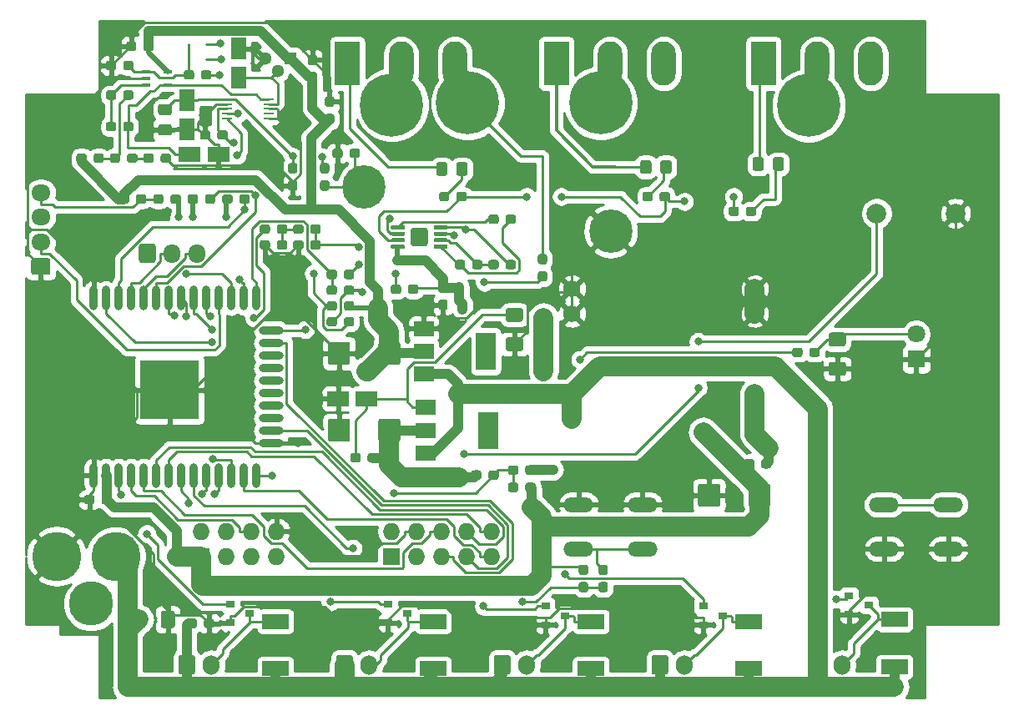
<source format=gbr>
G04 #@! TF.GenerationSoftware,KiCad,Pcbnew,5.1.10-88a1d61d58~88~ubuntu20.04.1*
G04 #@! TF.CreationDate,2021-05-02T05:23:05+01:00*
G04 #@! TF.ProjectId,dc_load_unit,64635f6c-6f61-4645-9f75-6e69742e6b69,1.3*
G04 #@! TF.SameCoordinates,Original*
G04 #@! TF.FileFunction,Copper,L1,Top*
G04 #@! TF.FilePolarity,Positive*
%FSLAX46Y46*%
G04 Gerber Fmt 4.6, Leading zero omitted, Abs format (unit mm)*
G04 Created by KiCad (PCBNEW 5.1.10-88a1d61d58~88~ubuntu20.04.1) date 2021-05-02 05:23:05*
%MOMM*%
%LPD*%
G01*
G04 APERTURE LIST*
G04 #@! TA.AperFunction,ComponentPad*
%ADD10C,1.727200*%
G04 #@! TD*
G04 #@! TA.AperFunction,ComponentPad*
%ADD11R,1.727200X1.727200*%
G04 #@! TD*
G04 #@! TA.AperFunction,ComponentPad*
%ADD12O,1.727200X1.727200*%
G04 #@! TD*
G04 #@! TA.AperFunction,SMDPad,CuDef*
%ADD13R,0.900000X0.800000*%
G04 #@! TD*
G04 #@! TA.AperFunction,ComponentPad*
%ADD14O,1.700000X2.000000*%
G04 #@! TD*
G04 #@! TA.AperFunction,SMDPad,CuDef*
%ADD15R,6.000000X6.000000*%
G04 #@! TD*
G04 #@! TA.AperFunction,SMDPad,CuDef*
%ADD16O,0.900000X2.500000*%
G04 #@! TD*
G04 #@! TA.AperFunction,SMDPad,CuDef*
%ADD17O,2.500000X0.900000*%
G04 #@! TD*
G04 #@! TA.AperFunction,SMDPad,CuDef*
%ADD18R,2.700000X1.500000*%
G04 #@! TD*
G04 #@! TA.AperFunction,ComponentPad*
%ADD19C,1.800000*%
G04 #@! TD*
G04 #@! TA.AperFunction,ComponentPad*
%ADD20R,1.800000X1.800000*%
G04 #@! TD*
G04 #@! TA.AperFunction,ComponentPad*
%ADD21O,2.500000X4.500000*%
G04 #@! TD*
G04 #@! TA.AperFunction,ComponentPad*
%ADD22R,2.500000X4.500000*%
G04 #@! TD*
G04 #@! TA.AperFunction,ComponentPad*
%ADD23O,3.014980X1.506220*%
G04 #@! TD*
G04 #@! TA.AperFunction,SMDPad,CuDef*
%ADD24R,2.000000X1.500000*%
G04 #@! TD*
G04 #@! TA.AperFunction,SMDPad,CuDef*
%ADD25R,2.000000X3.800000*%
G04 #@! TD*
G04 #@! TA.AperFunction,SMDPad,CuDef*
%ADD26R,1.100000X0.250000*%
G04 #@! TD*
G04 #@! TA.AperFunction,ComponentPad*
%ADD27R,1.300000X1.300000*%
G04 #@! TD*
G04 #@! TA.AperFunction,ComponentPad*
%ADD28C,1.300000*%
G04 #@! TD*
G04 #@! TA.AperFunction,ComponentPad*
%ADD29C,0.700000*%
G04 #@! TD*
G04 #@! TA.AperFunction,ComponentPad*
%ADD30C,4.400000*%
G04 #@! TD*
G04 #@! TA.AperFunction,ComponentPad*
%ADD31C,0.800000*%
G04 #@! TD*
G04 #@! TA.AperFunction,ComponentPad*
%ADD32C,6.400000*%
G04 #@! TD*
G04 #@! TA.AperFunction,ComponentPad*
%ADD33C,4.500000*%
G04 #@! TD*
G04 #@! TA.AperFunction,ComponentPad*
%ADD34C,5.000000*%
G04 #@! TD*
G04 #@! TA.AperFunction,SMDPad,CuDef*
%ADD35R,2.200000X1.500000*%
G04 #@! TD*
G04 #@! TA.AperFunction,SMDPad,CuDef*
%ADD36R,1.500000X2.200000*%
G04 #@! TD*
G04 #@! TA.AperFunction,ComponentPad*
%ADD37O,1.700000X1.950000*%
G04 #@! TD*
G04 #@! TA.AperFunction,SMDPad,CuDef*
%ADD38R,0.900000X0.400000*%
G04 #@! TD*
G04 #@! TA.AperFunction,ComponentPad*
%ADD39O,1.950000X1.700000*%
G04 #@! TD*
G04 #@! TA.AperFunction,ComponentPad*
%ADD40C,2.000000*%
G04 #@! TD*
G04 #@! TA.AperFunction,ViaPad*
%ADD41C,0.800000*%
G04 #@! TD*
G04 #@! TA.AperFunction,Conductor*
%ADD42C,0.250000*%
G04 #@! TD*
G04 #@! TA.AperFunction,Conductor*
%ADD43C,2.000000*%
G04 #@! TD*
G04 #@! TA.AperFunction,Conductor*
%ADD44C,1.000000*%
G04 #@! TD*
G04 #@! TA.AperFunction,Conductor*
%ADD45C,0.500000*%
G04 #@! TD*
G04 #@! TA.AperFunction,Conductor*
%ADD46C,0.300000*%
G04 #@! TD*
G04 #@! TA.AperFunction,Conductor*
%ADD47C,0.254000*%
G04 #@! TD*
G04 #@! TA.AperFunction,Conductor*
%ADD48C,0.100000*%
G04 #@! TD*
G04 APERTURE END LIST*
D10*
X174635000Y-102047500D03*
X174635000Y-99507500D03*
X174635000Y-91379500D03*
X174635000Y-88839500D03*
X156093000Y-102047500D03*
X156093000Y-99507500D03*
X156093000Y-91379500D03*
X156093000Y-88839500D03*
D11*
X118500000Y-116000000D03*
D12*
X118500000Y-113460000D03*
X121040000Y-116000000D03*
X121040000Y-113460000D03*
X123580000Y-116000000D03*
X123580000Y-113460000D03*
X126120000Y-116000000D03*
X126120000Y-113460000D03*
D13*
X186200000Y-120950000D03*
X184200000Y-121900000D03*
X184200000Y-120000000D03*
X171400000Y-122000000D03*
X169400000Y-122950000D03*
X169400000Y-121050000D03*
X155400000Y-122000000D03*
X153400000Y-122950000D03*
X153400000Y-121050000D03*
X139400000Y-121800000D03*
X137400000Y-122750000D03*
X137400000Y-120850000D03*
X123400000Y-121800000D03*
X121400000Y-122750000D03*
X121400000Y-120850000D03*
D14*
X151500000Y-127000000D03*
G04 #@! TA.AperFunction,ComponentPad*
G36*
G01*
X148150000Y-127750000D02*
X148150000Y-126250000D01*
G75*
G02*
X148400000Y-126000000I250000J0D01*
G01*
X149600000Y-126000000D01*
G75*
G02*
X149850000Y-126250000I0J-250000D01*
G01*
X149850000Y-127750000D01*
G75*
G02*
X149600000Y-128000000I-250000J0D01*
G01*
X148400000Y-128000000D01*
G75*
G02*
X148150000Y-127750000I0J250000D01*
G01*
G37*
G04 #@! TD.AperFunction*
G04 #@! TA.AperFunction,SMDPad,CuDef*
G36*
G01*
X157012500Y-118600000D02*
X157487500Y-118600000D01*
G75*
G02*
X157725000Y-118837500I0J-237500D01*
G01*
X157725000Y-119412500D01*
G75*
G02*
X157487500Y-119650000I-237500J0D01*
G01*
X157012500Y-119650000D01*
G75*
G02*
X156775000Y-119412500I0J237500D01*
G01*
X156775000Y-118837500D01*
G75*
G02*
X157012500Y-118600000I237500J0D01*
G01*
G37*
G04 #@! TD.AperFunction*
G04 #@! TA.AperFunction,SMDPad,CuDef*
G36*
G01*
X157012500Y-116850000D02*
X157487500Y-116850000D01*
G75*
G02*
X157725000Y-117087500I0J-237500D01*
G01*
X157725000Y-117662500D01*
G75*
G02*
X157487500Y-117900000I-237500J0D01*
G01*
X157012500Y-117900000D01*
G75*
G02*
X156775000Y-117662500I0J237500D01*
G01*
X156775000Y-117087500D01*
G75*
G02*
X157012500Y-116850000I237500J0D01*
G01*
G37*
G04 #@! TD.AperFunction*
D15*
X115250000Y-99100000D03*
D16*
X107550000Y-107800000D03*
X108820000Y-107800000D03*
X110090000Y-107800000D03*
X111360000Y-107800000D03*
X112630000Y-107800000D03*
X113900000Y-107800000D03*
X115170000Y-107800000D03*
X116440000Y-107800000D03*
X117710000Y-107800000D03*
X118980000Y-107800000D03*
X120250000Y-107800000D03*
X121520000Y-107800000D03*
X122790000Y-107800000D03*
X124060000Y-107800000D03*
D17*
X125550000Y-104515000D03*
X125550000Y-103245000D03*
X125550000Y-101975000D03*
X125550000Y-100705000D03*
X125550000Y-99435000D03*
X125550000Y-98165000D03*
X125550000Y-96895000D03*
X125550000Y-95625000D03*
X125550000Y-94355000D03*
X125550000Y-93085000D03*
D16*
X124060000Y-89800000D03*
X122790000Y-89800000D03*
X121520000Y-89800000D03*
X120250000Y-89800000D03*
X118980000Y-89800000D03*
X117710000Y-89800000D03*
X116440000Y-89800000D03*
X115170000Y-89800000D03*
X113900000Y-89800000D03*
X112630000Y-89800000D03*
X111360000Y-89800000D03*
X110090000Y-89800000D03*
X108820000Y-89800000D03*
X107550000Y-89800000D03*
G04 #@! TA.AperFunction,SMDPad,CuDef*
G36*
G01*
X114375000Y-123025000D02*
X114375000Y-121775000D01*
G75*
G02*
X114625000Y-121525000I250000J0D01*
G01*
X115550000Y-121525000D01*
G75*
G02*
X115800000Y-121775000I0J-250000D01*
G01*
X115800000Y-123025000D01*
G75*
G02*
X115550000Y-123275000I-250000J0D01*
G01*
X114625000Y-123275000D01*
G75*
G02*
X114375000Y-123025000I0J250000D01*
G01*
G37*
G04 #@! TD.AperFunction*
G04 #@! TA.AperFunction,SMDPad,CuDef*
G36*
G01*
X111400000Y-123025000D02*
X111400000Y-121775000D01*
G75*
G02*
X111650000Y-121525000I250000J0D01*
G01*
X112575000Y-121525000D01*
G75*
G02*
X112825000Y-121775000I0J-250000D01*
G01*
X112825000Y-123025000D01*
G75*
G02*
X112575000Y-123275000I-250000J0D01*
G01*
X111650000Y-123275000D01*
G75*
G02*
X111400000Y-123025000I0J250000D01*
G01*
G37*
G04 #@! TD.AperFunction*
G04 #@! TA.AperFunction,SMDPad,CuDef*
G36*
G01*
X118750000Y-123037500D02*
X118750000Y-122562500D01*
G75*
G02*
X118987500Y-122325000I237500J0D01*
G01*
X119562500Y-122325000D01*
G75*
G02*
X119800000Y-122562500I0J-237500D01*
G01*
X119800000Y-123037500D01*
G75*
G02*
X119562500Y-123275000I-237500J0D01*
G01*
X118987500Y-123275000D01*
G75*
G02*
X118750000Y-123037500I0J237500D01*
G01*
G37*
G04 #@! TD.AperFunction*
G04 #@! TA.AperFunction,SMDPad,CuDef*
G36*
G01*
X117000000Y-123037500D02*
X117000000Y-122562500D01*
G75*
G02*
X117237500Y-122325000I237500J0D01*
G01*
X117812500Y-122325000D01*
G75*
G02*
X118050000Y-122562500I0J-237500D01*
G01*
X118050000Y-123037500D01*
G75*
G02*
X117812500Y-123275000I-237500J0D01*
G01*
X117237500Y-123275000D01*
G75*
G02*
X117000000Y-123037500I0J237500D01*
G01*
G37*
G04 #@! TD.AperFunction*
G04 #@! TA.AperFunction,SMDPad,CuDef*
G36*
G01*
X149625000Y-93762500D02*
X150875000Y-93762500D01*
G75*
G02*
X151125000Y-94012500I0J-250000D01*
G01*
X151125000Y-94937500D01*
G75*
G02*
X150875000Y-95187500I-250000J0D01*
G01*
X149625000Y-95187500D01*
G75*
G02*
X149375000Y-94937500I0J250000D01*
G01*
X149375000Y-94012500D01*
G75*
G02*
X149625000Y-93762500I250000J0D01*
G01*
G37*
G04 #@! TD.AperFunction*
G04 #@! TA.AperFunction,SMDPad,CuDef*
G36*
G01*
X149625000Y-90787500D02*
X150875000Y-90787500D01*
G75*
G02*
X151125000Y-91037500I0J-250000D01*
G01*
X151125000Y-91962500D01*
G75*
G02*
X150875000Y-92212500I-250000J0D01*
G01*
X149625000Y-92212500D01*
G75*
G02*
X149375000Y-91962500I0J250000D01*
G01*
X149375000Y-91037500D01*
G75*
G02*
X149625000Y-90787500I250000J0D01*
G01*
G37*
G04 #@! TD.AperFunction*
G04 #@! TA.AperFunction,SMDPad,CuDef*
G36*
G01*
X142762500Y-89950000D02*
X143237500Y-89950000D01*
G75*
G02*
X143475000Y-90187500I0J-237500D01*
G01*
X143475000Y-90762500D01*
G75*
G02*
X143237500Y-91000000I-237500J0D01*
G01*
X142762500Y-91000000D01*
G75*
G02*
X142525000Y-90762500I0J237500D01*
G01*
X142525000Y-90187500D01*
G75*
G02*
X142762500Y-89950000I237500J0D01*
G01*
G37*
G04 #@! TD.AperFunction*
G04 #@! TA.AperFunction,SMDPad,CuDef*
G36*
G01*
X142762500Y-88200000D02*
X143237500Y-88200000D01*
G75*
G02*
X143475000Y-88437500I0J-237500D01*
G01*
X143475000Y-89012500D01*
G75*
G02*
X143237500Y-89250000I-237500J0D01*
G01*
X142762500Y-89250000D01*
G75*
G02*
X142525000Y-89012500I0J237500D01*
G01*
X142525000Y-88437500D01*
G75*
G02*
X142762500Y-88200000I237500J0D01*
G01*
G37*
G04 #@! TD.AperFunction*
G04 #@! TA.AperFunction,SMDPad,CuDef*
G36*
G01*
X107650000Y-110012500D02*
X107650000Y-110487500D01*
G75*
G02*
X107412500Y-110725000I-237500J0D01*
G01*
X106837500Y-110725000D01*
G75*
G02*
X106600000Y-110487500I0J237500D01*
G01*
X106600000Y-110012500D01*
G75*
G02*
X106837500Y-109775000I237500J0D01*
G01*
X107412500Y-109775000D01*
G75*
G02*
X107650000Y-110012500I0J-237500D01*
G01*
G37*
G04 #@! TD.AperFunction*
G04 #@! TA.AperFunction,SMDPad,CuDef*
G36*
G01*
X109400000Y-110012500D02*
X109400000Y-110487500D01*
G75*
G02*
X109162500Y-110725000I-237500J0D01*
G01*
X108587500Y-110725000D01*
G75*
G02*
X108350000Y-110487500I0J237500D01*
G01*
X108350000Y-110012500D01*
G75*
G02*
X108587500Y-109775000I237500J0D01*
G01*
X109162500Y-109775000D01*
G75*
G02*
X109400000Y-110012500I0J-237500D01*
G01*
G37*
G04 #@! TD.AperFunction*
G04 #@! TA.AperFunction,SMDPad,CuDef*
G36*
G01*
X125450000Y-84162500D02*
X125450000Y-84637500D01*
G75*
G02*
X125212500Y-84875000I-237500J0D01*
G01*
X124637500Y-84875000D01*
G75*
G02*
X124400000Y-84637500I0J237500D01*
G01*
X124400000Y-84162500D01*
G75*
G02*
X124637500Y-83925000I237500J0D01*
G01*
X125212500Y-83925000D01*
G75*
G02*
X125450000Y-84162500I0J-237500D01*
G01*
G37*
G04 #@! TD.AperFunction*
G04 #@! TA.AperFunction,SMDPad,CuDef*
G36*
G01*
X127200000Y-84162500D02*
X127200000Y-84637500D01*
G75*
G02*
X126962500Y-84875000I-237500J0D01*
G01*
X126387500Y-84875000D01*
G75*
G02*
X126150000Y-84637500I0J237500D01*
G01*
X126150000Y-84162500D01*
G75*
G02*
X126387500Y-83925000I237500J0D01*
G01*
X126962500Y-83925000D01*
G75*
G02*
X127200000Y-84162500I0J-237500D01*
G01*
G37*
G04 #@! TD.AperFunction*
G04 #@! TA.AperFunction,SMDPad,CuDef*
G36*
G01*
X128850000Y-84162500D02*
X128850000Y-84637500D01*
G75*
G02*
X128612500Y-84875000I-237500J0D01*
G01*
X128037500Y-84875000D01*
G75*
G02*
X127800000Y-84637500I0J237500D01*
G01*
X127800000Y-84162500D01*
G75*
G02*
X128037500Y-83925000I237500J0D01*
G01*
X128612500Y-83925000D01*
G75*
G02*
X128850000Y-84162500I0J-237500D01*
G01*
G37*
G04 #@! TD.AperFunction*
G04 #@! TA.AperFunction,SMDPad,CuDef*
G36*
G01*
X130600000Y-84162500D02*
X130600000Y-84637500D01*
G75*
G02*
X130362500Y-84875000I-237500J0D01*
G01*
X129787500Y-84875000D01*
G75*
G02*
X129550000Y-84637500I0J237500D01*
G01*
X129550000Y-84162500D01*
G75*
G02*
X129787500Y-83925000I237500J0D01*
G01*
X130362500Y-83925000D01*
G75*
G02*
X130600000Y-84162500I0J-237500D01*
G01*
G37*
G04 #@! TD.AperFunction*
G04 #@! TA.AperFunction,SMDPad,CuDef*
G36*
G01*
X119400000Y-73012500D02*
X119400000Y-73487500D01*
G75*
G02*
X119162500Y-73725000I-237500J0D01*
G01*
X118587500Y-73725000D01*
G75*
G02*
X118350000Y-73487500I0J237500D01*
G01*
X118350000Y-73012500D01*
G75*
G02*
X118587500Y-72775000I237500J0D01*
G01*
X119162500Y-72775000D01*
G75*
G02*
X119400000Y-73012500I0J-237500D01*
G01*
G37*
G04 #@! TD.AperFunction*
G04 #@! TA.AperFunction,SMDPad,CuDef*
G36*
G01*
X121150000Y-73012500D02*
X121150000Y-73487500D01*
G75*
G02*
X120912500Y-73725000I-237500J0D01*
G01*
X120337500Y-73725000D01*
G75*
G02*
X120100000Y-73487500I0J237500D01*
G01*
X120100000Y-73012500D01*
G75*
G02*
X120337500Y-72775000I237500J0D01*
G01*
X120912500Y-72775000D01*
G75*
G02*
X121150000Y-73012500I0J-237500D01*
G01*
G37*
G04 #@! TD.AperFunction*
G04 #@! TA.AperFunction,SMDPad,CuDef*
G36*
G01*
X131737500Y-70400000D02*
X131262500Y-70400000D01*
G75*
G02*
X131025000Y-70162500I0J237500D01*
G01*
X131025000Y-69587500D01*
G75*
G02*
X131262500Y-69350000I237500J0D01*
G01*
X131737500Y-69350000D01*
G75*
G02*
X131975000Y-69587500I0J-237500D01*
G01*
X131975000Y-70162500D01*
G75*
G02*
X131737500Y-70400000I-237500J0D01*
G01*
G37*
G04 #@! TD.AperFunction*
G04 #@! TA.AperFunction,SMDPad,CuDef*
G36*
G01*
X131737500Y-72150000D02*
X131262500Y-72150000D01*
G75*
G02*
X131025000Y-71912500I0J237500D01*
G01*
X131025000Y-71337500D01*
G75*
G02*
X131262500Y-71100000I237500J0D01*
G01*
X131737500Y-71100000D01*
G75*
G02*
X131975000Y-71337500I0J-237500D01*
G01*
X131975000Y-71912500D01*
G75*
G02*
X131737500Y-72150000I-237500J0D01*
G01*
G37*
G04 #@! TD.AperFunction*
G04 #@! TA.AperFunction,SMDPad,CuDef*
G36*
G01*
X129987500Y-66150000D02*
X129512500Y-66150000D01*
G75*
G02*
X129275000Y-65912500I0J237500D01*
G01*
X129275000Y-65337500D01*
G75*
G02*
X129512500Y-65100000I237500J0D01*
G01*
X129987500Y-65100000D01*
G75*
G02*
X130225000Y-65337500I0J-237500D01*
G01*
X130225000Y-65912500D01*
G75*
G02*
X129987500Y-66150000I-237500J0D01*
G01*
G37*
G04 #@! TD.AperFunction*
G04 #@! TA.AperFunction,SMDPad,CuDef*
G36*
G01*
X129987500Y-67900000D02*
X129512500Y-67900000D01*
G75*
G02*
X129275000Y-67662500I0J237500D01*
G01*
X129275000Y-67087500D01*
G75*
G02*
X129512500Y-66850000I237500J0D01*
G01*
X129987500Y-66850000D01*
G75*
G02*
X130225000Y-67087500I0J-237500D01*
G01*
X130225000Y-67662500D01*
G75*
G02*
X129987500Y-67900000I-237500J0D01*
G01*
G37*
G04 #@! TD.AperFunction*
D18*
X126000000Y-122600000D03*
X126000000Y-127400000D03*
X142000000Y-122600000D03*
X142000000Y-127400000D03*
G04 #@! TA.AperFunction,SMDPad,CuDef*
G36*
G01*
X183625000Y-94712500D02*
X182375000Y-94712500D01*
G75*
G02*
X182125000Y-94462500I0J250000D01*
G01*
X182125000Y-93537500D01*
G75*
G02*
X182375000Y-93287500I250000J0D01*
G01*
X183625000Y-93287500D01*
G75*
G02*
X183875000Y-93537500I0J-250000D01*
G01*
X183875000Y-94462500D01*
G75*
G02*
X183625000Y-94712500I-250000J0D01*
G01*
G37*
G04 #@! TD.AperFunction*
G04 #@! TA.AperFunction,SMDPad,CuDef*
G36*
G01*
X183625000Y-97687500D02*
X182375000Y-97687500D01*
G75*
G02*
X182125000Y-97437500I0J250000D01*
G01*
X182125000Y-96512500D01*
G75*
G02*
X182375000Y-96262500I250000J0D01*
G01*
X183625000Y-96262500D01*
G75*
G02*
X183875000Y-96512500I0J-250000D01*
G01*
X183875000Y-97437500D01*
G75*
G02*
X183625000Y-97687500I-250000J0D01*
G01*
G37*
G04 #@! TD.AperFunction*
X158000000Y-122600000D03*
X158000000Y-127400000D03*
X174000000Y-122600000D03*
X174000000Y-127400000D03*
X188800000Y-122400000D03*
X188800000Y-127200000D03*
D19*
X191000000Y-93460000D03*
D20*
X191000000Y-96000000D03*
D14*
X119500000Y-127000000D03*
G04 #@! TA.AperFunction,ComponentPad*
G36*
G01*
X116150000Y-127750000D02*
X116150000Y-126250000D01*
G75*
G02*
X116400000Y-126000000I250000J0D01*
G01*
X117600000Y-126000000D01*
G75*
G02*
X117850000Y-126250000I0J-250000D01*
G01*
X117850000Y-127750000D01*
G75*
G02*
X117600000Y-128000000I-250000J0D01*
G01*
X116400000Y-128000000D01*
G75*
G02*
X116150000Y-127750000I0J250000D01*
G01*
G37*
G04 #@! TD.AperFunction*
X135500000Y-127000000D03*
G04 #@! TA.AperFunction,ComponentPad*
G36*
G01*
X132150000Y-127750000D02*
X132150000Y-126250000D01*
G75*
G02*
X132400000Y-126000000I250000J0D01*
G01*
X133600000Y-126000000D01*
G75*
G02*
X133850000Y-126250000I0J-250000D01*
G01*
X133850000Y-127750000D01*
G75*
G02*
X133600000Y-128000000I-250000J0D01*
G01*
X132400000Y-128000000D01*
G75*
G02*
X132150000Y-127750000I0J250000D01*
G01*
G37*
G04 #@! TD.AperFunction*
X167500000Y-127000000D03*
G04 #@! TA.AperFunction,ComponentPad*
G36*
G01*
X164150000Y-127750000D02*
X164150000Y-126250000D01*
G75*
G02*
X164400000Y-126000000I250000J0D01*
G01*
X165600000Y-126000000D01*
G75*
G02*
X165850000Y-126250000I0J-250000D01*
G01*
X165850000Y-127750000D01*
G75*
G02*
X165600000Y-128000000I-250000J0D01*
G01*
X164400000Y-128000000D01*
G75*
G02*
X164150000Y-127750000I0J250000D01*
G01*
G37*
G04 #@! TD.AperFunction*
X183500000Y-127000000D03*
G04 #@! TA.AperFunction,ComponentPad*
G36*
G01*
X180150000Y-127750000D02*
X180150000Y-126250000D01*
G75*
G02*
X180400000Y-126000000I250000J0D01*
G01*
X181600000Y-126000000D01*
G75*
G02*
X181850000Y-126250000I0J-250000D01*
G01*
X181850000Y-127750000D01*
G75*
G02*
X181600000Y-128000000I-250000J0D01*
G01*
X180400000Y-128000000D01*
G75*
G02*
X180150000Y-127750000I0J250000D01*
G01*
G37*
G04 #@! TD.AperFunction*
D21*
X144200000Y-66000000D03*
X138750000Y-66000000D03*
D22*
X133300000Y-66000000D03*
G04 #@! TA.AperFunction,SMDPad,CuDef*
G36*
G01*
X150650000Y-108762500D02*
X150650000Y-109237500D01*
G75*
G02*
X150412500Y-109475000I-237500J0D01*
G01*
X149837500Y-109475000D01*
G75*
G02*
X149600000Y-109237500I0J237500D01*
G01*
X149600000Y-108762500D01*
G75*
G02*
X149837500Y-108525000I237500J0D01*
G01*
X150412500Y-108525000D01*
G75*
G02*
X150650000Y-108762500I0J-237500D01*
G01*
G37*
G04 #@! TD.AperFunction*
G04 #@! TA.AperFunction,SMDPad,CuDef*
G36*
G01*
X152400000Y-108762500D02*
X152400000Y-109237500D01*
G75*
G02*
X152162500Y-109475000I-237500J0D01*
G01*
X151587500Y-109475000D01*
G75*
G02*
X151350000Y-109237500I0J237500D01*
G01*
X151350000Y-108762500D01*
G75*
G02*
X151587500Y-108525000I237500J0D01*
G01*
X152162500Y-108525000D01*
G75*
G02*
X152400000Y-108762500I0J-237500D01*
G01*
G37*
G04 #@! TD.AperFunction*
G04 #@! TA.AperFunction,SMDPad,CuDef*
G36*
G01*
X135350000Y-106237500D02*
X135350000Y-105762500D01*
G75*
G02*
X135587500Y-105525000I237500J0D01*
G01*
X136162500Y-105525000D01*
G75*
G02*
X136400000Y-105762500I0J-237500D01*
G01*
X136400000Y-106237500D01*
G75*
G02*
X136162500Y-106475000I-237500J0D01*
G01*
X135587500Y-106475000D01*
G75*
G02*
X135350000Y-106237500I0J237500D01*
G01*
G37*
G04 #@! TD.AperFunction*
G04 #@! TA.AperFunction,SMDPad,CuDef*
G36*
G01*
X133600000Y-106237500D02*
X133600000Y-105762500D01*
G75*
G02*
X133837500Y-105525000I237500J0D01*
G01*
X134412500Y-105525000D01*
G75*
G02*
X134650000Y-105762500I0J-237500D01*
G01*
X134650000Y-106237500D01*
G75*
G02*
X134412500Y-106475000I-237500J0D01*
G01*
X133837500Y-106475000D01*
G75*
G02*
X133600000Y-106237500I0J237500D01*
G01*
G37*
G04 #@! TD.AperFunction*
G04 #@! TA.AperFunction,SMDPad,CuDef*
G36*
G01*
X159487500Y-117900000D02*
X159012500Y-117900000D01*
G75*
G02*
X158775000Y-117662500I0J237500D01*
G01*
X158775000Y-117087500D01*
G75*
G02*
X159012500Y-116850000I237500J0D01*
G01*
X159487500Y-116850000D01*
G75*
G02*
X159725000Y-117087500I0J-237500D01*
G01*
X159725000Y-117662500D01*
G75*
G02*
X159487500Y-117900000I-237500J0D01*
G01*
G37*
G04 #@! TD.AperFunction*
G04 #@! TA.AperFunction,SMDPad,CuDef*
G36*
G01*
X159487500Y-119650000D02*
X159012500Y-119650000D01*
G75*
G02*
X158775000Y-119412500I0J237500D01*
G01*
X158775000Y-118837500D01*
G75*
G02*
X159012500Y-118600000I237500J0D01*
G01*
X159487500Y-118600000D01*
G75*
G02*
X159725000Y-118837500I0J-237500D01*
G01*
X159725000Y-119412500D01*
G75*
G02*
X159487500Y-119650000I-237500J0D01*
G01*
G37*
G04 #@! TD.AperFunction*
G04 #@! TA.AperFunction,SMDPad,CuDef*
G36*
G01*
X125450000Y-82562500D02*
X125450000Y-83037500D01*
G75*
G02*
X125212500Y-83275000I-237500J0D01*
G01*
X124637500Y-83275000D01*
G75*
G02*
X124400000Y-83037500I0J237500D01*
G01*
X124400000Y-82562500D01*
G75*
G02*
X124637500Y-82325000I237500J0D01*
G01*
X125212500Y-82325000D01*
G75*
G02*
X125450000Y-82562500I0J-237500D01*
G01*
G37*
G04 #@! TD.AperFunction*
G04 #@! TA.AperFunction,SMDPad,CuDef*
G36*
G01*
X127200000Y-82562500D02*
X127200000Y-83037500D01*
G75*
G02*
X126962500Y-83275000I-237500J0D01*
G01*
X126387500Y-83275000D01*
G75*
G02*
X126150000Y-83037500I0J237500D01*
G01*
X126150000Y-82562500D01*
G75*
G02*
X126387500Y-82325000I237500J0D01*
G01*
X126962500Y-82325000D01*
G75*
G02*
X127200000Y-82562500I0J-237500D01*
G01*
G37*
G04 #@! TD.AperFunction*
G04 #@! TA.AperFunction,SMDPad,CuDef*
G36*
G01*
X128850000Y-82562500D02*
X128850000Y-83037500D01*
G75*
G02*
X128612500Y-83275000I-237500J0D01*
G01*
X128037500Y-83275000D01*
G75*
G02*
X127800000Y-83037500I0J237500D01*
G01*
X127800000Y-82562500D01*
G75*
G02*
X128037500Y-82325000I237500J0D01*
G01*
X128612500Y-82325000D01*
G75*
G02*
X128850000Y-82562500I0J-237500D01*
G01*
G37*
G04 #@! TD.AperFunction*
G04 #@! TA.AperFunction,SMDPad,CuDef*
G36*
G01*
X130600000Y-82562500D02*
X130600000Y-83037500D01*
G75*
G02*
X130362500Y-83275000I-237500J0D01*
G01*
X129787500Y-83275000D01*
G75*
G02*
X129550000Y-83037500I0J237500D01*
G01*
X129550000Y-82562500D01*
G75*
G02*
X129787500Y-82325000I237500J0D01*
G01*
X130362500Y-82325000D01*
G75*
G02*
X130600000Y-82562500I0J-237500D01*
G01*
G37*
G04 #@! TD.AperFunction*
G04 #@! TA.AperFunction,SMDPad,CuDef*
G36*
G01*
X145950000Y-86637500D02*
X145950000Y-86162500D01*
G75*
G02*
X146187500Y-85925000I237500J0D01*
G01*
X146762500Y-85925000D01*
G75*
G02*
X147000000Y-86162500I0J-237500D01*
G01*
X147000000Y-86637500D01*
G75*
G02*
X146762500Y-86875000I-237500J0D01*
G01*
X146187500Y-86875000D01*
G75*
G02*
X145950000Y-86637500I0J237500D01*
G01*
G37*
G04 #@! TD.AperFunction*
G04 #@! TA.AperFunction,SMDPad,CuDef*
G36*
G01*
X144200000Y-86637500D02*
X144200000Y-86162500D01*
G75*
G02*
X144437500Y-85925000I237500J0D01*
G01*
X145012500Y-85925000D01*
G75*
G02*
X145250000Y-86162500I0J-237500D01*
G01*
X145250000Y-86637500D01*
G75*
G02*
X145012500Y-86875000I-237500J0D01*
G01*
X144437500Y-86875000D01*
G75*
G02*
X144200000Y-86637500I0J237500D01*
G01*
G37*
G04 #@! TD.AperFunction*
G04 #@! TA.AperFunction,SMDPad,CuDef*
G36*
G01*
X149350000Y-86637500D02*
X149350000Y-86162500D01*
G75*
G02*
X149587500Y-85925000I237500J0D01*
G01*
X150162500Y-85925000D01*
G75*
G02*
X150400000Y-86162500I0J-237500D01*
G01*
X150400000Y-86637500D01*
G75*
G02*
X150162500Y-86875000I-237500J0D01*
G01*
X149587500Y-86875000D01*
G75*
G02*
X149350000Y-86637500I0J237500D01*
G01*
G37*
G04 #@! TD.AperFunction*
G04 #@! TA.AperFunction,SMDPad,CuDef*
G36*
G01*
X147600000Y-86637500D02*
X147600000Y-86162500D01*
G75*
G02*
X147837500Y-85925000I237500J0D01*
G01*
X148412500Y-85925000D01*
G75*
G02*
X148650000Y-86162500I0J-237500D01*
G01*
X148650000Y-86637500D01*
G75*
G02*
X148412500Y-86875000I-237500J0D01*
G01*
X147837500Y-86875000D01*
G75*
G02*
X147600000Y-86637500I0J237500D01*
G01*
G37*
G04 #@! TD.AperFunction*
G04 #@! TA.AperFunction,SMDPad,CuDef*
G36*
G01*
X179475000Y-95062500D02*
X179475000Y-95537500D01*
G75*
G02*
X179237500Y-95775000I-237500J0D01*
G01*
X178662500Y-95775000D01*
G75*
G02*
X178425000Y-95537500I0J237500D01*
G01*
X178425000Y-95062500D01*
G75*
G02*
X178662500Y-94825000I237500J0D01*
G01*
X179237500Y-94825000D01*
G75*
G02*
X179475000Y-95062500I0J-237500D01*
G01*
G37*
G04 #@! TD.AperFunction*
G04 #@! TA.AperFunction,SMDPad,CuDef*
G36*
G01*
X181225000Y-95062500D02*
X181225000Y-95537500D01*
G75*
G02*
X180987500Y-95775000I-237500J0D01*
G01*
X180412500Y-95775000D01*
G75*
G02*
X180175000Y-95537500I0J237500D01*
G01*
X180175000Y-95062500D01*
G75*
G02*
X180412500Y-94825000I237500J0D01*
G01*
X180987500Y-94825000D01*
G75*
G02*
X181225000Y-95062500I0J-237500D01*
G01*
G37*
G04 #@! TD.AperFunction*
G04 #@! TA.AperFunction,SMDPad,CuDef*
G36*
G01*
X132950000Y-89237500D02*
X132950000Y-88762500D01*
G75*
G02*
X133187500Y-88525000I237500J0D01*
G01*
X133762500Y-88525000D01*
G75*
G02*
X134000000Y-88762500I0J-237500D01*
G01*
X134000000Y-89237500D01*
G75*
G02*
X133762500Y-89475000I-237500J0D01*
G01*
X133187500Y-89475000D01*
G75*
G02*
X132950000Y-89237500I0J237500D01*
G01*
G37*
G04 #@! TD.AperFunction*
G04 #@! TA.AperFunction,SMDPad,CuDef*
G36*
G01*
X131200000Y-89237500D02*
X131200000Y-88762500D01*
G75*
G02*
X131437500Y-88525000I237500J0D01*
G01*
X132012500Y-88525000D01*
G75*
G02*
X132250000Y-88762500I0J-237500D01*
G01*
X132250000Y-89237500D01*
G75*
G02*
X132012500Y-89475000I-237500J0D01*
G01*
X131437500Y-89475000D01*
G75*
G02*
X131200000Y-89237500I0J237500D01*
G01*
G37*
G04 #@! TD.AperFunction*
G04 #@! TA.AperFunction,SMDPad,CuDef*
G36*
G01*
X132250000Y-87162500D02*
X132250000Y-87637500D01*
G75*
G02*
X132012500Y-87875000I-237500J0D01*
G01*
X131437500Y-87875000D01*
G75*
G02*
X131200000Y-87637500I0J237500D01*
G01*
X131200000Y-87162500D01*
G75*
G02*
X131437500Y-86925000I237500J0D01*
G01*
X132012500Y-86925000D01*
G75*
G02*
X132250000Y-87162500I0J-237500D01*
G01*
G37*
G04 #@! TD.AperFunction*
G04 #@! TA.AperFunction,SMDPad,CuDef*
G36*
G01*
X134000000Y-87162500D02*
X134000000Y-87637500D01*
G75*
G02*
X133762500Y-87875000I-237500J0D01*
G01*
X133187500Y-87875000D01*
G75*
G02*
X132950000Y-87637500I0J237500D01*
G01*
X132950000Y-87162500D01*
G75*
G02*
X133187500Y-86925000I237500J0D01*
G01*
X133762500Y-86925000D01*
G75*
G02*
X134000000Y-87162500I0J-237500D01*
G01*
G37*
G04 #@! TD.AperFunction*
G04 #@! TA.AperFunction,SMDPad,CuDef*
G36*
G01*
X118850000Y-79987500D02*
X118850000Y-79512500D01*
G75*
G02*
X119087500Y-79275000I237500J0D01*
G01*
X119662500Y-79275000D01*
G75*
G02*
X119900000Y-79512500I0J-237500D01*
G01*
X119900000Y-79987500D01*
G75*
G02*
X119662500Y-80225000I-237500J0D01*
G01*
X119087500Y-80225000D01*
G75*
G02*
X118850000Y-79987500I0J237500D01*
G01*
G37*
G04 #@! TD.AperFunction*
G04 #@! TA.AperFunction,SMDPad,CuDef*
G36*
G01*
X117100000Y-79987500D02*
X117100000Y-79512500D01*
G75*
G02*
X117337500Y-79275000I237500J0D01*
G01*
X117912500Y-79275000D01*
G75*
G02*
X118150000Y-79512500I0J-237500D01*
G01*
X118150000Y-79987500D01*
G75*
G02*
X117912500Y-80225000I-237500J0D01*
G01*
X117337500Y-80225000D01*
G75*
G02*
X117100000Y-79987500I0J237500D01*
G01*
G37*
G04 #@! TD.AperFunction*
G04 #@! TA.AperFunction,SMDPad,CuDef*
G36*
G01*
X122350000Y-79987500D02*
X122350000Y-79512500D01*
G75*
G02*
X122587500Y-79275000I237500J0D01*
G01*
X123162500Y-79275000D01*
G75*
G02*
X123400000Y-79512500I0J-237500D01*
G01*
X123400000Y-79987500D01*
G75*
G02*
X123162500Y-80225000I-237500J0D01*
G01*
X122587500Y-80225000D01*
G75*
G02*
X122350000Y-79987500I0J237500D01*
G01*
G37*
G04 #@! TD.AperFunction*
G04 #@! TA.AperFunction,SMDPad,CuDef*
G36*
G01*
X120600000Y-79987500D02*
X120600000Y-79512500D01*
G75*
G02*
X120837500Y-79275000I237500J0D01*
G01*
X121412500Y-79275000D01*
G75*
G02*
X121650000Y-79512500I0J-237500D01*
G01*
X121650000Y-79987500D01*
G75*
G02*
X121412500Y-80225000I-237500J0D01*
G01*
X120837500Y-80225000D01*
G75*
G02*
X120600000Y-79987500I0J237500D01*
G01*
G37*
G04 #@! TD.AperFunction*
G04 #@! TA.AperFunction,SMDPad,CuDef*
G36*
G01*
X127512500Y-77850000D02*
X127987500Y-77850000D01*
G75*
G02*
X128225000Y-78087500I0J-237500D01*
G01*
X128225000Y-78662500D01*
G75*
G02*
X127987500Y-78900000I-237500J0D01*
G01*
X127512500Y-78900000D01*
G75*
G02*
X127275000Y-78662500I0J237500D01*
G01*
X127275000Y-78087500D01*
G75*
G02*
X127512500Y-77850000I237500J0D01*
G01*
G37*
G04 #@! TD.AperFunction*
G04 #@! TA.AperFunction,SMDPad,CuDef*
G36*
G01*
X127512500Y-76100000D02*
X127987500Y-76100000D01*
G75*
G02*
X128225000Y-76337500I0J-237500D01*
G01*
X128225000Y-76912500D01*
G75*
G02*
X127987500Y-77150000I-237500J0D01*
G01*
X127512500Y-77150000D01*
G75*
G02*
X127275000Y-76912500I0J237500D01*
G01*
X127275000Y-76337500D01*
G75*
G02*
X127512500Y-76100000I237500J0D01*
G01*
G37*
G04 #@! TD.AperFunction*
G04 #@! TA.AperFunction,SMDPad,CuDef*
G36*
G01*
X130762500Y-77850000D02*
X131237500Y-77850000D01*
G75*
G02*
X131475000Y-78087500I0J-237500D01*
G01*
X131475000Y-78662500D01*
G75*
G02*
X131237500Y-78900000I-237500J0D01*
G01*
X130762500Y-78900000D01*
G75*
G02*
X130525000Y-78662500I0J237500D01*
G01*
X130525000Y-78087500D01*
G75*
G02*
X130762500Y-77850000I237500J0D01*
G01*
G37*
G04 #@! TD.AperFunction*
G04 #@! TA.AperFunction,SMDPad,CuDef*
G36*
G01*
X130762500Y-76100000D02*
X131237500Y-76100000D01*
G75*
G02*
X131475000Y-76337500I0J-237500D01*
G01*
X131475000Y-76912500D01*
G75*
G02*
X131237500Y-77150000I-237500J0D01*
G01*
X130762500Y-77150000D01*
G75*
G02*
X130525000Y-76912500I0J237500D01*
G01*
X130525000Y-76337500D01*
G75*
G02*
X130762500Y-76100000I237500J0D01*
G01*
G37*
G04 #@! TD.AperFunction*
D23*
X163248660Y-115247900D03*
X156751340Y-115247900D03*
X163248660Y-110752100D03*
X156751340Y-110752100D03*
X187751340Y-110752100D03*
X194248660Y-110752100D03*
X187751340Y-115247900D03*
X194248660Y-115247900D03*
D24*
X141050000Y-92900000D03*
X141050000Y-97500000D03*
X141050000Y-95200000D03*
D25*
X147350000Y-95200000D03*
D24*
X141250000Y-100900000D03*
X141250000Y-105500000D03*
X141250000Y-103200000D03*
D25*
X147550000Y-103200000D03*
D26*
X121050000Y-71600000D03*
X121050000Y-71100000D03*
X121050000Y-70600000D03*
X121050000Y-70100000D03*
X121050000Y-69600000D03*
X125350000Y-69600000D03*
X125350000Y-70100000D03*
X125350000Y-70600000D03*
X125350000Y-71100000D03*
X125350000Y-71600000D03*
D27*
X127500000Y-65500000D03*
D28*
X124960000Y-65500000D03*
X126230000Y-66770000D03*
D29*
X161166726Y-81833274D03*
X160000000Y-81350000D03*
X158833274Y-81833274D03*
X158350000Y-83000000D03*
X158833274Y-84166726D03*
X160000000Y-84650000D03*
X161166726Y-84166726D03*
X161650000Y-83000000D03*
D30*
X160000000Y-83000000D03*
D31*
X139500000Y-68500000D03*
X137802944Y-67797056D03*
X136105888Y-68500000D03*
X135402944Y-70197056D03*
X136105888Y-71894112D03*
X137802944Y-72597056D03*
X139500000Y-71894112D03*
X140202944Y-70197056D03*
D32*
X137802944Y-70197056D03*
G04 #@! TA.AperFunction,SMDPad,CuDef*
G36*
G01*
X132250000Y-91962500D02*
X132250000Y-92437500D01*
G75*
G02*
X132012500Y-92675000I-237500J0D01*
G01*
X131437500Y-92675000D01*
G75*
G02*
X131200000Y-92437500I0J237500D01*
G01*
X131200000Y-91962500D01*
G75*
G02*
X131437500Y-91725000I237500J0D01*
G01*
X132012500Y-91725000D01*
G75*
G02*
X132250000Y-91962500I0J-237500D01*
G01*
G37*
G04 #@! TD.AperFunction*
G04 #@! TA.AperFunction,SMDPad,CuDef*
G36*
G01*
X134000000Y-91962500D02*
X134000000Y-92437500D01*
G75*
G02*
X133762500Y-92675000I-237500J0D01*
G01*
X133187500Y-92675000D01*
G75*
G02*
X132950000Y-92437500I0J237500D01*
G01*
X132950000Y-91962500D01*
G75*
G02*
X133187500Y-91725000I237500J0D01*
G01*
X133762500Y-91725000D01*
G75*
G02*
X134000000Y-91962500I0J-237500D01*
G01*
G37*
G04 #@! TD.AperFunction*
G04 #@! TA.AperFunction,SMDPad,CuDef*
G36*
G01*
X132250000Y-90362500D02*
X132250000Y-90837500D01*
G75*
G02*
X132012500Y-91075000I-237500J0D01*
G01*
X131437500Y-91075000D01*
G75*
G02*
X131200000Y-90837500I0J237500D01*
G01*
X131200000Y-90362500D01*
G75*
G02*
X131437500Y-90125000I237500J0D01*
G01*
X132012500Y-90125000D01*
G75*
G02*
X132250000Y-90362500I0J-237500D01*
G01*
G37*
G04 #@! TD.AperFunction*
G04 #@! TA.AperFunction,SMDPad,CuDef*
G36*
G01*
X134000000Y-90362500D02*
X134000000Y-90837500D01*
G75*
G02*
X133762500Y-91075000I-237500J0D01*
G01*
X133187500Y-91075000D01*
G75*
G02*
X132950000Y-90837500I0J237500D01*
G01*
X132950000Y-90362500D01*
G75*
G02*
X133187500Y-90125000I237500J0D01*
G01*
X133762500Y-90125000D01*
G75*
G02*
X134000000Y-90362500I0J-237500D01*
G01*
G37*
G04 #@! TD.AperFunction*
G04 #@! TA.AperFunction,SMDPad,CuDef*
G36*
G01*
X110550000Y-69437500D02*
X110550000Y-68962500D01*
G75*
G02*
X110787500Y-68725000I237500J0D01*
G01*
X111362500Y-68725000D01*
G75*
G02*
X111600000Y-68962500I0J-237500D01*
G01*
X111600000Y-69437500D01*
G75*
G02*
X111362500Y-69675000I-237500J0D01*
G01*
X110787500Y-69675000D01*
G75*
G02*
X110550000Y-69437500I0J237500D01*
G01*
G37*
G04 #@! TD.AperFunction*
G04 #@! TA.AperFunction,SMDPad,CuDef*
G36*
G01*
X108800000Y-69437500D02*
X108800000Y-68962500D01*
G75*
G02*
X109037500Y-68725000I237500J0D01*
G01*
X109612500Y-68725000D01*
G75*
G02*
X109850000Y-68962500I0J-237500D01*
G01*
X109850000Y-69437500D01*
G75*
G02*
X109612500Y-69675000I-237500J0D01*
G01*
X109037500Y-69675000D01*
G75*
G02*
X108800000Y-69437500I0J237500D01*
G01*
G37*
G04 #@! TD.AperFunction*
G04 #@! TA.AperFunction,SMDPad,CuDef*
G36*
G01*
X109850000Y-72162500D02*
X109850000Y-72637500D01*
G75*
G02*
X109612500Y-72875000I-237500J0D01*
G01*
X109037500Y-72875000D01*
G75*
G02*
X108800000Y-72637500I0J237500D01*
G01*
X108800000Y-72162500D01*
G75*
G02*
X109037500Y-71925000I237500J0D01*
G01*
X109612500Y-71925000D01*
G75*
G02*
X109850000Y-72162500I0J-237500D01*
G01*
G37*
G04 #@! TD.AperFunction*
G04 #@! TA.AperFunction,SMDPad,CuDef*
G36*
G01*
X111600000Y-72162500D02*
X111600000Y-72637500D01*
G75*
G02*
X111362500Y-72875000I-237500J0D01*
G01*
X110787500Y-72875000D01*
G75*
G02*
X110550000Y-72637500I0J237500D01*
G01*
X110550000Y-72162500D01*
G75*
G02*
X110787500Y-71925000I237500J0D01*
G01*
X111362500Y-71925000D01*
G75*
G02*
X111600000Y-72162500I0J-237500D01*
G01*
G37*
G04 #@! TD.AperFunction*
D33*
X107300000Y-120800000D03*
D34*
X103800000Y-116000000D03*
X109800000Y-116000000D03*
G04 #@! TA.AperFunction,SMDPad,CuDef*
G36*
G01*
X150650000Y-107012500D02*
X150650000Y-107487500D01*
G75*
G02*
X150412500Y-107725000I-237500J0D01*
G01*
X149837500Y-107725000D01*
G75*
G02*
X149600000Y-107487500I0J237500D01*
G01*
X149600000Y-107012500D01*
G75*
G02*
X149837500Y-106775000I237500J0D01*
G01*
X150412500Y-106775000D01*
G75*
G02*
X150650000Y-107012500I0J-237500D01*
G01*
G37*
G04 #@! TD.AperFunction*
G04 #@! TA.AperFunction,SMDPad,CuDef*
G36*
G01*
X152400000Y-107012500D02*
X152400000Y-107487500D01*
G75*
G02*
X152162500Y-107725000I-237500J0D01*
G01*
X151587500Y-107725000D01*
G75*
G02*
X151350000Y-107487500I0J237500D01*
G01*
X151350000Y-107012500D01*
G75*
G02*
X151587500Y-106775000I237500J0D01*
G01*
X152162500Y-106775000D01*
G75*
G02*
X152400000Y-107012500I0J-237500D01*
G01*
G37*
G04 #@! TD.AperFunction*
G04 #@! TA.AperFunction,SMDPad,CuDef*
G36*
G01*
X175275000Y-106837500D02*
X175275000Y-106362500D01*
G75*
G02*
X175512500Y-106125000I237500J0D01*
G01*
X176087500Y-106125000D01*
G75*
G02*
X176325000Y-106362500I0J-237500D01*
G01*
X176325000Y-106837500D01*
G75*
G02*
X176087500Y-107075000I-237500J0D01*
G01*
X175512500Y-107075000D01*
G75*
G02*
X175275000Y-106837500I0J237500D01*
G01*
G37*
G04 #@! TD.AperFunction*
G04 #@! TA.AperFunction,SMDPad,CuDef*
G36*
G01*
X173525000Y-106837500D02*
X173525000Y-106362500D01*
G75*
G02*
X173762500Y-106125000I237500J0D01*
G01*
X174337500Y-106125000D01*
G75*
G02*
X174575000Y-106362500I0J-237500D01*
G01*
X174575000Y-106837500D01*
G75*
G02*
X174337500Y-107075000I-237500J0D01*
G01*
X173762500Y-107075000D01*
G75*
G02*
X173525000Y-106837500I0J237500D01*
G01*
G37*
G04 #@! TD.AperFunction*
G04 #@! TA.AperFunction,SMDPad,CuDef*
G36*
G01*
X147600000Y-107987500D02*
X147600000Y-107512500D01*
G75*
G02*
X147837500Y-107275000I237500J0D01*
G01*
X148412500Y-107275000D01*
G75*
G02*
X148650000Y-107512500I0J-237500D01*
G01*
X148650000Y-107987500D01*
G75*
G02*
X148412500Y-108225000I-237500J0D01*
G01*
X147837500Y-108225000D01*
G75*
G02*
X147600000Y-107987500I0J237500D01*
G01*
G37*
G04 #@! TD.AperFunction*
G04 #@! TA.AperFunction,SMDPad,CuDef*
G36*
G01*
X145850000Y-107987500D02*
X145850000Y-107512500D01*
G75*
G02*
X146087500Y-107275000I237500J0D01*
G01*
X146662500Y-107275000D01*
G75*
G02*
X146900000Y-107512500I0J-237500D01*
G01*
X146900000Y-107987500D01*
G75*
G02*
X146662500Y-108225000I-237500J0D01*
G01*
X146087500Y-108225000D01*
G75*
G02*
X145850000Y-107987500I0J237500D01*
G01*
G37*
G04 #@! TD.AperFunction*
G04 #@! TA.AperFunction,SMDPad,CuDef*
G36*
G01*
X139150000Y-84475000D02*
X139150000Y-84675000D01*
G75*
G02*
X139050000Y-84775000I-100000J0D01*
G01*
X137825000Y-84775000D01*
G75*
G02*
X137725000Y-84675000I0J100000D01*
G01*
X137725000Y-84475000D01*
G75*
G02*
X137825000Y-84375000I100000J0D01*
G01*
X139050000Y-84375000D01*
G75*
G02*
X139150000Y-84475000I0J-100000D01*
G01*
G37*
G04 #@! TD.AperFunction*
G04 #@! TA.AperFunction,SMDPad,CuDef*
G36*
G01*
X139150000Y-83825000D02*
X139150000Y-84025000D01*
G75*
G02*
X139050000Y-84125000I-100000J0D01*
G01*
X137825000Y-84125000D01*
G75*
G02*
X137725000Y-84025000I0J100000D01*
G01*
X137725000Y-83825000D01*
G75*
G02*
X137825000Y-83725000I100000J0D01*
G01*
X139050000Y-83725000D01*
G75*
G02*
X139150000Y-83825000I0J-100000D01*
G01*
G37*
G04 #@! TD.AperFunction*
G04 #@! TA.AperFunction,SMDPad,CuDef*
G36*
G01*
X139150000Y-83175000D02*
X139150000Y-83375000D01*
G75*
G02*
X139050000Y-83475000I-100000J0D01*
G01*
X137825000Y-83475000D01*
G75*
G02*
X137725000Y-83375000I0J100000D01*
G01*
X137725000Y-83175000D01*
G75*
G02*
X137825000Y-83075000I100000J0D01*
G01*
X139050000Y-83075000D01*
G75*
G02*
X139150000Y-83175000I0J-100000D01*
G01*
G37*
G04 #@! TD.AperFunction*
G04 #@! TA.AperFunction,SMDPad,CuDef*
G36*
G01*
X139150000Y-82525000D02*
X139150000Y-82725000D01*
G75*
G02*
X139050000Y-82825000I-100000J0D01*
G01*
X137825000Y-82825000D01*
G75*
G02*
X137725000Y-82725000I0J100000D01*
G01*
X137725000Y-82525000D01*
G75*
G02*
X137825000Y-82425000I100000J0D01*
G01*
X139050000Y-82425000D01*
G75*
G02*
X139150000Y-82525000I0J-100000D01*
G01*
G37*
G04 #@! TD.AperFunction*
G04 #@! TA.AperFunction,SMDPad,CuDef*
G36*
G01*
X143475000Y-82525000D02*
X143475000Y-82725000D01*
G75*
G02*
X143375000Y-82825000I-100000J0D01*
G01*
X142150000Y-82825000D01*
G75*
G02*
X142050000Y-82725000I0J100000D01*
G01*
X142050000Y-82525000D01*
G75*
G02*
X142150000Y-82425000I100000J0D01*
G01*
X143375000Y-82425000D01*
G75*
G02*
X143475000Y-82525000I0J-100000D01*
G01*
G37*
G04 #@! TD.AperFunction*
G04 #@! TA.AperFunction,SMDPad,CuDef*
G36*
G01*
X143475000Y-83175000D02*
X143475000Y-83375000D01*
G75*
G02*
X143375000Y-83475000I-100000J0D01*
G01*
X142150000Y-83475000D01*
G75*
G02*
X142050000Y-83375000I0J100000D01*
G01*
X142050000Y-83175000D01*
G75*
G02*
X142150000Y-83075000I100000J0D01*
G01*
X143375000Y-83075000D01*
G75*
G02*
X143475000Y-83175000I0J-100000D01*
G01*
G37*
G04 #@! TD.AperFunction*
G04 #@! TA.AperFunction,SMDPad,CuDef*
G36*
G01*
X143475000Y-83825000D02*
X143475000Y-84025000D01*
G75*
G02*
X143375000Y-84125000I-100000J0D01*
G01*
X142150000Y-84125000D01*
G75*
G02*
X142050000Y-84025000I0J100000D01*
G01*
X142050000Y-83825000D01*
G75*
G02*
X142150000Y-83725000I100000J0D01*
G01*
X143375000Y-83725000D01*
G75*
G02*
X143475000Y-83825000I0J-100000D01*
G01*
G37*
G04 #@! TD.AperFunction*
G04 #@! TA.AperFunction,SMDPad,CuDef*
G36*
G01*
X143475000Y-84475000D02*
X143475000Y-84675000D01*
G75*
G02*
X143375000Y-84775000I-100000J0D01*
G01*
X142150000Y-84775000D01*
G75*
G02*
X142050000Y-84675000I0J100000D01*
G01*
X142050000Y-84475000D01*
G75*
G02*
X142150000Y-84375000I100000J0D01*
G01*
X143375000Y-84375000D01*
G75*
G02*
X143475000Y-84475000I0J-100000D01*
G01*
G37*
G04 #@! TD.AperFunction*
G04 #@! TA.AperFunction,SMDPad,CuDef*
G36*
G01*
X141465000Y-82924999D02*
X141465000Y-84275001D01*
G75*
G02*
X141215001Y-84525000I-249999J0D01*
G01*
X139984999Y-84525000D01*
G75*
G02*
X139735000Y-84275001I0J249999D01*
G01*
X139735000Y-82924999D01*
G75*
G02*
X139984999Y-82675000I249999J0D01*
G01*
X141215001Y-82675000D01*
G75*
G02*
X141465000Y-82924999I0J-249999D01*
G01*
G37*
G04 #@! TD.AperFunction*
G04 #@! TA.AperFunction,SMDPad,CuDef*
G36*
G01*
X133575000Y-94474999D02*
X133575000Y-96325001D01*
G75*
G02*
X133325001Y-96575000I-249999J0D01*
G01*
X131574999Y-96575000D01*
G75*
G02*
X131325000Y-96325001I0J249999D01*
G01*
X131325000Y-94474999D01*
G75*
G02*
X131574999Y-94225000I249999J0D01*
G01*
X133325001Y-94225000D01*
G75*
G02*
X133575000Y-94474999I0J-249999D01*
G01*
G37*
G04 #@! TD.AperFunction*
G04 #@! TA.AperFunction,SMDPad,CuDef*
G36*
G01*
X138675000Y-94474999D02*
X138675000Y-96325001D01*
G75*
G02*
X138425001Y-96575000I-249999J0D01*
G01*
X136674999Y-96575000D01*
G75*
G02*
X136425000Y-96325001I0J249999D01*
G01*
X136425000Y-94474999D01*
G75*
G02*
X136674999Y-94225000I249999J0D01*
G01*
X138425001Y-94225000D01*
G75*
G02*
X138675000Y-94474999I0J-249999D01*
G01*
G37*
G04 #@! TD.AperFunction*
G04 #@! TA.AperFunction,SMDPad,CuDef*
G36*
G01*
X171125000Y-108874999D02*
X171125000Y-110725001D01*
G75*
G02*
X170875001Y-110975000I-249999J0D01*
G01*
X169124999Y-110975000D01*
G75*
G02*
X168875000Y-110725001I0J249999D01*
G01*
X168875000Y-108874999D01*
G75*
G02*
X169124999Y-108625000I249999J0D01*
G01*
X170875001Y-108625000D01*
G75*
G02*
X171125000Y-108874999I0J-249999D01*
G01*
G37*
G04 #@! TD.AperFunction*
G04 #@! TA.AperFunction,SMDPad,CuDef*
G36*
G01*
X176225000Y-108874999D02*
X176225000Y-110725001D01*
G75*
G02*
X175975001Y-110975000I-249999J0D01*
G01*
X174224999Y-110975000D01*
G75*
G02*
X173975000Y-110725001I0J249999D01*
G01*
X173975000Y-108874999D01*
G75*
G02*
X174224999Y-108625000I249999J0D01*
G01*
X175975001Y-108625000D01*
G75*
G02*
X176225000Y-108874999I0J-249999D01*
G01*
G37*
G04 #@! TD.AperFunction*
G04 #@! TA.AperFunction,SMDPad,CuDef*
G36*
G01*
X133575000Y-102274999D02*
X133575000Y-104125001D01*
G75*
G02*
X133325001Y-104375000I-249999J0D01*
G01*
X131574999Y-104375000D01*
G75*
G02*
X131325000Y-104125001I0J249999D01*
G01*
X131325000Y-102274999D01*
G75*
G02*
X131574999Y-102025000I249999J0D01*
G01*
X133325001Y-102025000D01*
G75*
G02*
X133575000Y-102274999I0J-249999D01*
G01*
G37*
G04 #@! TD.AperFunction*
G04 #@! TA.AperFunction,SMDPad,CuDef*
G36*
G01*
X138675000Y-102274999D02*
X138675000Y-104125001D01*
G75*
G02*
X138425001Y-104375000I-249999J0D01*
G01*
X136674999Y-104375000D01*
G75*
G02*
X136425000Y-104125001I0J249999D01*
G01*
X136425000Y-102274999D01*
G75*
G02*
X136674999Y-102025000I249999J0D01*
G01*
X138425001Y-102025000D01*
G75*
G02*
X138675000Y-102274999I0J-249999D01*
G01*
G37*
G04 #@! TD.AperFunction*
G04 #@! TA.AperFunction,SMDPad,CuDef*
G36*
G01*
X113650000Y-64012500D02*
X113650000Y-64487500D01*
G75*
G02*
X113412500Y-64725000I-237500J0D01*
G01*
X112837500Y-64725000D01*
G75*
G02*
X112600000Y-64487500I0J237500D01*
G01*
X112600000Y-64012500D01*
G75*
G02*
X112837500Y-63775000I237500J0D01*
G01*
X113412500Y-63775000D01*
G75*
G02*
X113650000Y-64012500I0J-237500D01*
G01*
G37*
G04 #@! TD.AperFunction*
G04 #@! TA.AperFunction,SMDPad,CuDef*
G36*
G01*
X111900000Y-64012500D02*
X111900000Y-64487500D01*
G75*
G02*
X111662500Y-64725000I-237500J0D01*
G01*
X111087500Y-64725000D01*
G75*
G02*
X110850000Y-64487500I0J237500D01*
G01*
X110850000Y-64012500D01*
G75*
G02*
X111087500Y-63775000I237500J0D01*
G01*
X111662500Y-63775000D01*
G75*
G02*
X111900000Y-64012500I0J-237500D01*
G01*
G37*
G04 #@! TD.AperFunction*
D35*
X135250000Y-100000000D03*
X132350000Y-100000000D03*
X120200000Y-75250000D03*
X117300000Y-75250000D03*
D36*
X122250000Y-67400000D03*
X122250000Y-64500000D03*
X117000000Y-72650000D03*
X117000000Y-69750000D03*
D37*
X118000000Y-85250000D03*
X115500000Y-85250000D03*
G04 #@! TA.AperFunction,ComponentPad*
G36*
G01*
X112150000Y-85975000D02*
X112150000Y-84525000D01*
G75*
G02*
X112400000Y-84275000I250000J0D01*
G01*
X113600000Y-84275000D01*
G75*
G02*
X113850000Y-84525000I0J-250000D01*
G01*
X113850000Y-85975000D01*
G75*
G02*
X113600000Y-86225000I-250000J0D01*
G01*
X112400000Y-86225000D01*
G75*
G02*
X112150000Y-85975000I0J250000D01*
G01*
G37*
G04 #@! TD.AperFunction*
D11*
X137750000Y-116000000D03*
D12*
X137750000Y-113460000D03*
X140290000Y-116000000D03*
X140290000Y-113460000D03*
X142830000Y-116000000D03*
X142830000Y-113460000D03*
X145370000Y-116000000D03*
X145370000Y-113460000D03*
X147910000Y-116000000D03*
X147910000Y-113460000D03*
G04 #@! TA.AperFunction,SMDPad,CuDef*
G36*
G01*
X149350000Y-82037500D02*
X149350000Y-81562500D01*
G75*
G02*
X149587500Y-81325000I237500J0D01*
G01*
X150162500Y-81325000D01*
G75*
G02*
X150400000Y-81562500I0J-237500D01*
G01*
X150400000Y-82037500D01*
G75*
G02*
X150162500Y-82275000I-237500J0D01*
G01*
X149587500Y-82275000D01*
G75*
G02*
X149350000Y-82037500I0J237500D01*
G01*
G37*
G04 #@! TD.AperFunction*
G04 #@! TA.AperFunction,SMDPad,CuDef*
G36*
G01*
X147600000Y-82037500D02*
X147600000Y-81562500D01*
G75*
G02*
X147837500Y-81325000I237500J0D01*
G01*
X148412500Y-81325000D01*
G75*
G02*
X148650000Y-81562500I0J-237500D01*
G01*
X148650000Y-82037500D01*
G75*
G02*
X148412500Y-82275000I-237500J0D01*
G01*
X147837500Y-82275000D01*
G75*
G02*
X147600000Y-82037500I0J237500D01*
G01*
G37*
G04 #@! TD.AperFunction*
G04 #@! TA.AperFunction,SMDPad,CuDef*
G36*
G01*
X109850000Y-65962500D02*
X109850000Y-66437500D01*
G75*
G02*
X109612500Y-66675000I-237500J0D01*
G01*
X109037500Y-66675000D01*
G75*
G02*
X108800000Y-66437500I0J237500D01*
G01*
X108800000Y-65962500D01*
G75*
G02*
X109037500Y-65725000I237500J0D01*
G01*
X109612500Y-65725000D01*
G75*
G02*
X109850000Y-65962500I0J-237500D01*
G01*
G37*
G04 #@! TD.AperFunction*
G04 #@! TA.AperFunction,SMDPad,CuDef*
G36*
G01*
X111600000Y-65962500D02*
X111600000Y-66437500D01*
G75*
G02*
X111362500Y-66675000I-237500J0D01*
G01*
X110787500Y-66675000D01*
G75*
G02*
X110550000Y-66437500I0J237500D01*
G01*
X110550000Y-65962500D01*
G75*
G02*
X110787500Y-65725000I237500J0D01*
G01*
X111362500Y-65725000D01*
G75*
G02*
X111600000Y-65962500I0J-237500D01*
G01*
G37*
G04 #@! TD.AperFunction*
G04 #@! TA.AperFunction,SMDPad,CuDef*
G36*
G01*
X115400000Y-75362500D02*
X115400000Y-75837500D01*
G75*
G02*
X115162500Y-76075000I-237500J0D01*
G01*
X114587500Y-76075000D01*
G75*
G02*
X114350000Y-75837500I0J237500D01*
G01*
X114350000Y-75362500D01*
G75*
G02*
X114587500Y-75125000I237500J0D01*
G01*
X115162500Y-75125000D01*
G75*
G02*
X115400000Y-75362500I0J-237500D01*
G01*
G37*
G04 #@! TD.AperFunction*
G04 #@! TA.AperFunction,SMDPad,CuDef*
G36*
G01*
X113650000Y-75362500D02*
X113650000Y-75837500D01*
G75*
G02*
X113412500Y-76075000I-237500J0D01*
G01*
X112837500Y-76075000D01*
G75*
G02*
X112600000Y-75837500I0J237500D01*
G01*
X112600000Y-75362500D01*
G75*
G02*
X112837500Y-75125000I237500J0D01*
G01*
X113412500Y-75125000D01*
G75*
G02*
X113650000Y-75362500I0J-237500D01*
G01*
G37*
G04 #@! TD.AperFunction*
G04 #@! TA.AperFunction,SMDPad,CuDef*
G36*
G01*
X106850000Y-75362500D02*
X106850000Y-75837500D01*
G75*
G02*
X106612500Y-76075000I-237500J0D01*
G01*
X106037500Y-76075000D01*
G75*
G02*
X105800000Y-75837500I0J237500D01*
G01*
X105800000Y-75362500D01*
G75*
G02*
X106037500Y-75125000I237500J0D01*
G01*
X106612500Y-75125000D01*
G75*
G02*
X106850000Y-75362500I0J-237500D01*
G01*
G37*
G04 #@! TD.AperFunction*
G04 #@! TA.AperFunction,SMDPad,CuDef*
G36*
G01*
X108600000Y-75362500D02*
X108600000Y-75837500D01*
G75*
G02*
X108362500Y-76075000I-237500J0D01*
G01*
X107787500Y-76075000D01*
G75*
G02*
X107550000Y-75837500I0J237500D01*
G01*
X107550000Y-75362500D01*
G75*
G02*
X107787500Y-75125000I237500J0D01*
G01*
X108362500Y-75125000D01*
G75*
G02*
X108600000Y-75362500I0J-237500D01*
G01*
G37*
G04 #@! TD.AperFunction*
G04 #@! TA.AperFunction,SMDPad,CuDef*
G36*
G01*
X112000000Y-75362500D02*
X112000000Y-75837500D01*
G75*
G02*
X111762500Y-76075000I-237500J0D01*
G01*
X111187500Y-76075000D01*
G75*
G02*
X110950000Y-75837500I0J237500D01*
G01*
X110950000Y-75362500D01*
G75*
G02*
X111187500Y-75125000I237500J0D01*
G01*
X111762500Y-75125000D01*
G75*
G02*
X112000000Y-75362500I0J-237500D01*
G01*
G37*
G04 #@! TD.AperFunction*
G04 #@! TA.AperFunction,SMDPad,CuDef*
G36*
G01*
X110250000Y-75362500D02*
X110250000Y-75837500D01*
G75*
G02*
X110012500Y-76075000I-237500J0D01*
G01*
X109437500Y-76075000D01*
G75*
G02*
X109200000Y-75837500I0J237500D01*
G01*
X109200000Y-75362500D01*
G75*
G02*
X109437500Y-75125000I237500J0D01*
G01*
X110012500Y-75125000D01*
G75*
G02*
X110250000Y-75362500I0J-237500D01*
G01*
G37*
G04 #@! TD.AperFunction*
G04 #@! TA.AperFunction,SMDPad,CuDef*
G36*
G01*
X116700000Y-67387500D02*
X116700000Y-66912500D01*
G75*
G02*
X116937500Y-66675000I237500J0D01*
G01*
X117512500Y-66675000D01*
G75*
G02*
X117750000Y-66912500I0J-237500D01*
G01*
X117750000Y-67387500D01*
G75*
G02*
X117512500Y-67625000I-237500J0D01*
G01*
X116937500Y-67625000D01*
G75*
G02*
X116700000Y-67387500I0J237500D01*
G01*
G37*
G04 #@! TD.AperFunction*
G04 #@! TA.AperFunction,SMDPad,CuDef*
G36*
G01*
X118450000Y-67387500D02*
X118450000Y-66912500D01*
G75*
G02*
X118687500Y-66675000I237500J0D01*
G01*
X119262500Y-66675000D01*
G75*
G02*
X119500000Y-66912500I0J-237500D01*
G01*
X119500000Y-67387500D01*
G75*
G02*
X119262500Y-67625000I-237500J0D01*
G01*
X118687500Y-67625000D01*
G75*
G02*
X118450000Y-67387500I0J237500D01*
G01*
G37*
G04 #@! TD.AperFunction*
D38*
X115100000Y-66850000D03*
X115100000Y-68150000D03*
X112900000Y-67500000D03*
X112900000Y-66850000D03*
X112900000Y-68150000D03*
G04 #@! TA.AperFunction,SMDPad,CuDef*
G36*
G01*
X114650000Y-79512500D02*
X114650000Y-79987500D01*
G75*
G02*
X114412500Y-80225000I-237500J0D01*
G01*
X113837500Y-80225000D01*
G75*
G02*
X113600000Y-79987500I0J237500D01*
G01*
X113600000Y-79512500D01*
G75*
G02*
X113837500Y-79275000I237500J0D01*
G01*
X114412500Y-79275000D01*
G75*
G02*
X114650000Y-79512500I0J-237500D01*
G01*
G37*
G04 #@! TD.AperFunction*
G04 #@! TA.AperFunction,SMDPad,CuDef*
G36*
G01*
X116400000Y-79512500D02*
X116400000Y-79987500D01*
G75*
G02*
X116162500Y-80225000I-237500J0D01*
G01*
X115587500Y-80225000D01*
G75*
G02*
X115350000Y-79987500I0J237500D01*
G01*
X115350000Y-79512500D01*
G75*
G02*
X115587500Y-79275000I237500J0D01*
G01*
X116162500Y-79275000D01*
G75*
G02*
X116400000Y-79512500I0J-237500D01*
G01*
G37*
G04 #@! TD.AperFunction*
G04 #@! TA.AperFunction,SMDPad,CuDef*
G36*
G01*
X110100000Y-79987500D02*
X110100000Y-79512500D01*
G75*
G02*
X110337500Y-79275000I237500J0D01*
G01*
X110912500Y-79275000D01*
G75*
G02*
X111150000Y-79512500I0J-237500D01*
G01*
X111150000Y-79987500D01*
G75*
G02*
X110912500Y-80225000I-237500J0D01*
G01*
X110337500Y-80225000D01*
G75*
G02*
X110100000Y-79987500I0J237500D01*
G01*
G37*
G04 #@! TD.AperFunction*
G04 #@! TA.AperFunction,SMDPad,CuDef*
G36*
G01*
X111850000Y-79987500D02*
X111850000Y-79512500D01*
G75*
G02*
X112087500Y-79275000I237500J0D01*
G01*
X112662500Y-79275000D01*
G75*
G02*
X112900000Y-79512500I0J-237500D01*
G01*
X112900000Y-79987500D01*
G75*
G02*
X112662500Y-80225000I-237500J0D01*
G01*
X112087500Y-80225000D01*
G75*
G02*
X111850000Y-79987500I0J237500D01*
G01*
G37*
G04 #@! TD.AperFunction*
G04 #@! TA.AperFunction,ComponentPad*
G36*
G01*
X102925000Y-87450000D02*
X101475000Y-87450000D01*
G75*
G02*
X101225000Y-87200000I0J250000D01*
G01*
X101225000Y-86000000D01*
G75*
G02*
X101475000Y-85750000I250000J0D01*
G01*
X102925000Y-85750000D01*
G75*
G02*
X103175000Y-86000000I0J-250000D01*
G01*
X103175000Y-87200000D01*
G75*
G02*
X102925000Y-87450000I-250000J0D01*
G01*
G37*
G04 #@! TD.AperFunction*
D39*
X102200000Y-84100000D03*
X102200000Y-81600000D03*
X102200000Y-79100000D03*
G04 #@! TA.AperFunction,SMDPad,CuDef*
G36*
G01*
X114349999Y-70100000D02*
X115250001Y-70100000D01*
G75*
G02*
X115500000Y-70349999I0J-249999D01*
G01*
X115500000Y-71000001D01*
G75*
G02*
X115250001Y-71250000I-249999J0D01*
G01*
X114349999Y-71250000D01*
G75*
G02*
X114100000Y-71000001I0J249999D01*
G01*
X114100000Y-70349999D01*
G75*
G02*
X114349999Y-70100000I249999J0D01*
G01*
G37*
G04 #@! TD.AperFunction*
G04 #@! TA.AperFunction,SMDPad,CuDef*
G36*
G01*
X114349999Y-72150000D02*
X115250001Y-72150000D01*
G75*
G02*
X115500000Y-72399999I0J-249999D01*
G01*
X115500000Y-73050001D01*
G75*
G02*
X115250001Y-73300000I-249999J0D01*
G01*
X114349999Y-73300000D01*
G75*
G02*
X114100000Y-73050001I0J249999D01*
G01*
X114100000Y-72399999D01*
G75*
G02*
X114349999Y-72150000I249999J0D01*
G01*
G37*
G04 #@! TD.AperFunction*
D30*
X135000000Y-78500000D03*
D29*
X136650000Y-78500000D03*
X136166726Y-79666726D03*
X135000000Y-80150000D03*
X133833274Y-79666726D03*
X133350000Y-78500000D03*
X133833274Y-77333274D03*
X135000000Y-76850000D03*
X136166726Y-77333274D03*
D31*
X160697056Y-68302944D03*
X159000000Y-67600000D03*
X157302944Y-68302944D03*
X156600000Y-70000000D03*
X157302944Y-71697056D03*
X159000000Y-72400000D03*
X160697056Y-71697056D03*
X161400000Y-70000000D03*
D32*
X159000000Y-70000000D03*
X145500000Y-70000000D03*
D31*
X147900000Y-70000000D03*
X147197056Y-71697056D03*
X145500000Y-72400000D03*
X143802944Y-71697056D03*
X143100000Y-70000000D03*
X143802944Y-68302944D03*
X145500000Y-67600000D03*
X147197056Y-68302944D03*
D22*
X154500000Y-66000000D03*
D21*
X159950000Y-66000000D03*
X165400000Y-66000000D03*
G04 #@! TA.AperFunction,SMDPad,CuDef*
G36*
G01*
X144350000Y-79737500D02*
X144350000Y-79262500D01*
G75*
G02*
X144587500Y-79025000I237500J0D01*
G01*
X145162500Y-79025000D01*
G75*
G02*
X145400000Y-79262500I0J-237500D01*
G01*
X145400000Y-79737500D01*
G75*
G02*
X145162500Y-79975000I-237500J0D01*
G01*
X144587500Y-79975000D01*
G75*
G02*
X144350000Y-79737500I0J237500D01*
G01*
G37*
G04 #@! TD.AperFunction*
G04 #@! TA.AperFunction,SMDPad,CuDef*
G36*
G01*
X142600000Y-79737500D02*
X142600000Y-79262500D01*
G75*
G02*
X142837500Y-79025000I237500J0D01*
G01*
X143412500Y-79025000D01*
G75*
G02*
X143650000Y-79262500I0J-237500D01*
G01*
X143650000Y-79737500D01*
G75*
G02*
X143412500Y-79975000I-237500J0D01*
G01*
X142837500Y-79975000D01*
G75*
G02*
X142600000Y-79737500I0J237500D01*
G01*
G37*
G04 #@! TD.AperFunction*
G04 #@! TA.AperFunction,SMDPad,CuDef*
G36*
G01*
X163225000Y-79737500D02*
X163225000Y-79262500D01*
G75*
G02*
X163462500Y-79025000I237500J0D01*
G01*
X164037500Y-79025000D01*
G75*
G02*
X164275000Y-79262500I0J-237500D01*
G01*
X164275000Y-79737500D01*
G75*
G02*
X164037500Y-79975000I-237500J0D01*
G01*
X163462500Y-79975000D01*
G75*
G02*
X163225000Y-79737500I0J237500D01*
G01*
G37*
G04 #@! TD.AperFunction*
G04 #@! TA.AperFunction,SMDPad,CuDef*
G36*
G01*
X164975000Y-79737500D02*
X164975000Y-79262500D01*
G75*
G02*
X165212500Y-79025000I237500J0D01*
G01*
X165787500Y-79025000D01*
G75*
G02*
X166025000Y-79262500I0J-237500D01*
G01*
X166025000Y-79737500D01*
G75*
G02*
X165787500Y-79975000I-237500J0D01*
G01*
X165212500Y-79975000D01*
G75*
G02*
X164975000Y-79737500I0J237500D01*
G01*
G37*
G04 #@! TD.AperFunction*
D40*
X187000000Y-81200000D03*
X195000000Y-81200000D03*
D31*
X181797056Y-68552944D03*
X180100000Y-67850000D03*
X178402944Y-68552944D03*
X177700000Y-70250000D03*
X178402944Y-71947056D03*
X180100000Y-72650000D03*
X181797056Y-71947056D03*
X182500000Y-70250000D03*
D32*
X180100000Y-70250000D03*
D22*
X175500000Y-66000000D03*
D21*
X180950000Y-66000000D03*
X186400000Y-66000000D03*
G04 #@! TA.AperFunction,SMDPad,CuDef*
G36*
G01*
X173025000Y-80762500D02*
X173025000Y-81237500D01*
G75*
G02*
X172787500Y-81475000I-237500J0D01*
G01*
X172212500Y-81475000D01*
G75*
G02*
X171975000Y-81237500I0J237500D01*
G01*
X171975000Y-80762500D01*
G75*
G02*
X172212500Y-80525000I237500J0D01*
G01*
X172787500Y-80525000D01*
G75*
G02*
X173025000Y-80762500I0J-237500D01*
G01*
G37*
G04 #@! TD.AperFunction*
G04 #@! TA.AperFunction,SMDPad,CuDef*
G36*
G01*
X174775000Y-80762500D02*
X174775000Y-81237500D01*
G75*
G02*
X174537500Y-81475000I-237500J0D01*
G01*
X173962500Y-81475000D01*
G75*
G02*
X173725000Y-81237500I0J237500D01*
G01*
X173725000Y-80762500D01*
G75*
G02*
X173962500Y-80525000I237500J0D01*
G01*
X174537500Y-80525000D01*
G75*
G02*
X174775000Y-80762500I0J-237500D01*
G01*
G37*
G04 #@! TD.AperFunction*
G04 #@! TA.AperFunction,SMDPad,CuDef*
G36*
G01*
X145500000Y-76249999D02*
X145500000Y-77150001D01*
G75*
G02*
X145250001Y-77400000I-249999J0D01*
G01*
X144599999Y-77400000D01*
G75*
G02*
X144350000Y-77150001I0J249999D01*
G01*
X144350000Y-76249999D01*
G75*
G02*
X144599999Y-76000000I249999J0D01*
G01*
X145250001Y-76000000D01*
G75*
G02*
X145500000Y-76249999I0J-249999D01*
G01*
G37*
G04 #@! TD.AperFunction*
G04 #@! TA.AperFunction,SMDPad,CuDef*
G36*
G01*
X143450000Y-76249999D02*
X143450000Y-77150001D01*
G75*
G02*
X143200001Y-77400000I-249999J0D01*
G01*
X142549999Y-77400000D01*
G75*
G02*
X142300000Y-77150001I0J249999D01*
G01*
X142300000Y-76249999D01*
G75*
G02*
X142549999Y-76000000I249999J0D01*
G01*
X143200001Y-76000000D01*
G75*
G02*
X143450000Y-76249999I0J-249999D01*
G01*
G37*
G04 #@! TD.AperFunction*
G04 #@! TA.AperFunction,SMDPad,CuDef*
G36*
G01*
X164150000Y-76049999D02*
X164150000Y-76950001D01*
G75*
G02*
X163900001Y-77200000I-249999J0D01*
G01*
X163249999Y-77200000D01*
G75*
G02*
X163000000Y-76950001I0J249999D01*
G01*
X163000000Y-76049999D01*
G75*
G02*
X163249999Y-75800000I249999J0D01*
G01*
X163900001Y-75800000D01*
G75*
G02*
X164150000Y-76049999I0J-249999D01*
G01*
G37*
G04 #@! TD.AperFunction*
G04 #@! TA.AperFunction,SMDPad,CuDef*
G36*
G01*
X166200000Y-76049999D02*
X166200000Y-76950001D01*
G75*
G02*
X165950001Y-77200000I-249999J0D01*
G01*
X165299999Y-77200000D01*
G75*
G02*
X165050000Y-76950001I0J249999D01*
G01*
X165050000Y-76049999D01*
G75*
G02*
X165299999Y-75800000I249999J0D01*
G01*
X165950001Y-75800000D01*
G75*
G02*
X166200000Y-76049999I0J-249999D01*
G01*
G37*
G04 #@! TD.AperFunction*
G04 #@! TA.AperFunction,SMDPad,CuDef*
G36*
G01*
X177600000Y-75749999D02*
X177600000Y-76650001D01*
G75*
G02*
X177350001Y-76900000I-249999J0D01*
G01*
X176699999Y-76900000D01*
G75*
G02*
X176450000Y-76650001I0J249999D01*
G01*
X176450000Y-75749999D01*
G75*
G02*
X176699999Y-75500000I249999J0D01*
G01*
X177350001Y-75500000D01*
G75*
G02*
X177600000Y-75749999I0J-249999D01*
G01*
G37*
G04 #@! TD.AperFunction*
G04 #@! TA.AperFunction,SMDPad,CuDef*
G36*
G01*
X175550000Y-75749999D02*
X175550000Y-76650001D01*
G75*
G02*
X175300001Y-76900000I-249999J0D01*
G01*
X174649999Y-76900000D01*
G75*
G02*
X174400000Y-76650001I0J249999D01*
G01*
X174400000Y-75749999D01*
G75*
G02*
X174649999Y-75500000I249999J0D01*
G01*
X175300001Y-75500000D01*
G75*
G02*
X175550000Y-75749999I0J-249999D01*
G01*
G37*
G04 #@! TD.AperFunction*
G04 #@! TA.AperFunction,SMDPad,CuDef*
G36*
G01*
X138750000Y-88662500D02*
X138750000Y-89137500D01*
G75*
G02*
X138512500Y-89375000I-237500J0D01*
G01*
X137937500Y-89375000D01*
G75*
G02*
X137700000Y-89137500I0J237500D01*
G01*
X137700000Y-88662500D01*
G75*
G02*
X137937500Y-88425000I237500J0D01*
G01*
X138512500Y-88425000D01*
G75*
G02*
X138750000Y-88662500I0J-237500D01*
G01*
G37*
G04 #@! TD.AperFunction*
G04 #@! TA.AperFunction,SMDPad,CuDef*
G36*
G01*
X140500000Y-88662500D02*
X140500000Y-89137500D01*
G75*
G02*
X140262500Y-89375000I-237500J0D01*
G01*
X139687500Y-89375000D01*
G75*
G02*
X139450000Y-89137500I0J237500D01*
G01*
X139450000Y-88662500D01*
G75*
G02*
X139687500Y-88425000I237500J0D01*
G01*
X140262500Y-88425000D01*
G75*
G02*
X140500000Y-88662500I0J-237500D01*
G01*
G37*
G04 #@! TD.AperFunction*
G04 #@! TA.AperFunction,SMDPad,CuDef*
G36*
G01*
X153337500Y-88125000D02*
X152862500Y-88125000D01*
G75*
G02*
X152625000Y-87887500I0J237500D01*
G01*
X152625000Y-87312500D01*
G75*
G02*
X152862500Y-87075000I237500J0D01*
G01*
X153337500Y-87075000D01*
G75*
G02*
X153575000Y-87312500I0J-237500D01*
G01*
X153575000Y-87887500D01*
G75*
G02*
X153337500Y-88125000I-237500J0D01*
G01*
G37*
G04 #@! TD.AperFunction*
G04 #@! TA.AperFunction,SMDPad,CuDef*
G36*
G01*
X153337500Y-86375000D02*
X152862500Y-86375000D01*
G75*
G02*
X152625000Y-86137500I0J237500D01*
G01*
X152625000Y-85562500D01*
G75*
G02*
X152862500Y-85325000I237500J0D01*
G01*
X153337500Y-85325000D01*
G75*
G02*
X153575000Y-85562500I0J-237500D01*
G01*
X153575000Y-86137500D01*
G75*
G02*
X153337500Y-86375000I-237500J0D01*
G01*
G37*
G04 #@! TD.AperFunction*
G04 #@! TA.AperFunction,SMDPad,CuDef*
G36*
G01*
X134575000Y-74862500D02*
X134575000Y-75337500D01*
G75*
G02*
X134337500Y-75575000I-237500J0D01*
G01*
X133762500Y-75575000D01*
G75*
G02*
X133525000Y-75337500I0J237500D01*
G01*
X133525000Y-74862500D01*
G75*
G02*
X133762500Y-74625000I237500J0D01*
G01*
X134337500Y-74625000D01*
G75*
G02*
X134575000Y-74862500I0J-237500D01*
G01*
G37*
G04 #@! TD.AperFunction*
G04 #@! TA.AperFunction,SMDPad,CuDef*
G36*
G01*
X132825000Y-74862500D02*
X132825000Y-75337500D01*
G75*
G02*
X132587500Y-75575000I-237500J0D01*
G01*
X132012500Y-75575000D01*
G75*
G02*
X131775000Y-75337500I0J237500D01*
G01*
X131775000Y-74862500D01*
G75*
G02*
X132012500Y-74625000I237500J0D01*
G01*
X132587500Y-74625000D01*
G75*
G02*
X132825000Y-74862500I0J-237500D01*
G01*
G37*
G04 #@! TD.AperFunction*
D41*
X128248300Y-104528200D03*
X127632300Y-73016000D03*
X145322200Y-82821800D03*
X145000000Y-91000000D03*
X153200000Y-91800000D03*
X153200000Y-97200000D03*
X144600000Y-108000000D03*
X154200000Y-107200000D03*
X135200000Y-97200000D03*
X116200000Y-81600000D03*
X117600000Y-81600000D03*
X121000000Y-81600000D03*
X134800000Y-89200000D03*
X169400000Y-103400000D03*
X134484500Y-84589500D03*
X144081200Y-83469600D03*
X112956400Y-113715000D03*
X119619400Y-106136200D03*
X131562400Y-120633100D03*
X119817100Y-109684000D03*
X147105000Y-121057600D03*
X118561400Y-109653600D03*
X155387100Y-117837700D03*
X133867900Y-115196900D03*
X182875000Y-120325000D03*
X117233400Y-110567800D03*
X151085000Y-120631200D03*
X110341200Y-109721100D03*
X123823900Y-91822100D03*
X125656900Y-107800000D03*
X134490200Y-86356700D03*
X124003700Y-79375600D03*
X122114500Y-75320600D03*
X122905900Y-80840600D03*
X122211500Y-71100000D03*
X116945000Y-87327300D03*
X116918700Y-91674700D03*
X119566400Y-94292000D03*
X119573800Y-92975200D03*
X119358300Y-91683100D03*
X115765400Y-91525100D03*
X122334200Y-87947600D03*
X145100000Y-105600000D03*
X168900000Y-98900000D03*
X168900000Y-94200000D03*
X156887300Y-96027600D03*
X129025500Y-92976100D03*
X129864100Y-87315100D03*
X121798000Y-74059100D03*
X137980900Y-109590600D03*
X127750000Y-75408700D03*
X130705400Y-75454600D03*
X155000000Y-79500000D03*
X151500000Y-79500000D03*
X172500000Y-79500000D03*
X167500000Y-80000000D03*
X120350000Y-67150000D03*
X120500000Y-65600000D03*
X120450000Y-63950000D03*
X137611900Y-81773000D03*
X147200000Y-88200000D03*
X138200000Y-87300000D03*
D42*
X125550000Y-104515000D02*
X127125300Y-104515000D01*
X127125300Y-104515000D02*
X127138500Y-104528200D01*
X127138500Y-104528200D02*
X128248300Y-104528200D01*
X125396000Y-104515000D02*
X125550000Y-104515000D01*
X142762500Y-82625000D02*
X145125400Y-82625000D01*
X145125400Y-82625000D02*
X145322200Y-82821800D01*
X143000000Y-91839100D02*
X143000000Y-90475000D01*
X126134500Y-70600000D02*
X126225300Y-70690800D01*
X126105200Y-71600000D02*
X126225300Y-71479900D01*
X126225300Y-71479900D02*
X126225300Y-70690800D01*
X125350000Y-70600000D02*
X126134500Y-70600000D01*
X126105200Y-71600000D02*
X126225300Y-71600000D01*
X125985100Y-71600000D02*
X126105200Y-71600000D01*
X125787700Y-71600000D02*
X125985100Y-71600000D01*
X125350000Y-71600000D02*
X125787700Y-71600000D01*
X127632300Y-73016000D02*
X128555200Y-73938900D01*
X128555200Y-73938900D02*
X128555200Y-77196000D01*
X128555200Y-77196000D02*
X127750000Y-78001200D01*
X126225300Y-71600000D02*
X127632300Y-73007000D01*
X127632300Y-73007000D02*
X127632300Y-73016000D01*
X100875100Y-82850000D02*
X102807700Y-82850000D01*
X102807700Y-82850000D02*
X107550000Y-87592300D01*
X107550000Y-87592300D02*
X107550000Y-89800000D01*
X187751300Y-115247900D02*
X187751300Y-118654700D01*
X155732500Y-89200000D02*
X151527600Y-89200000D01*
X156093000Y-88839500D02*
X155732500Y-89200000D01*
X155732500Y-89200000D02*
X156093000Y-89560500D01*
X156093000Y-89560500D02*
X156093000Y-91379500D01*
X151527600Y-89200000D02*
X151527600Y-93197400D01*
X151527600Y-93197400D02*
X150250000Y-94475000D01*
X151527600Y-89200000D02*
X149875000Y-89200000D01*
X125396000Y-104515000D02*
X123974700Y-104515000D01*
X109325000Y-67500000D02*
X112900000Y-67500000D01*
X118162500Y-72650000D02*
X118762500Y-73250000D01*
X118762500Y-73250000D02*
X118875000Y-73250000D01*
X118075300Y-72650000D02*
X118162500Y-72650000D01*
X118162500Y-72650000D02*
X118162500Y-71961900D01*
X118162500Y-71961900D02*
X120024400Y-70100000D01*
X120024400Y-70100000D02*
X121050000Y-70100000D01*
X122250000Y-64500000D02*
X123325300Y-64500000D01*
X132450000Y-95400000D02*
X132450000Y-95374800D01*
X132450000Y-95374800D02*
X127527800Y-90452600D01*
X127527800Y-90452600D02*
X127502600Y-90452600D01*
X111924700Y-99100000D02*
X102200000Y-89375300D01*
X102200000Y-89375300D02*
X102200000Y-86600000D01*
X107550000Y-106224700D02*
X111924700Y-101850000D01*
X111924700Y-101850000D02*
X111924700Y-99100000D01*
X100875100Y-82850000D02*
X100875100Y-85275100D01*
X100875100Y-85275100D02*
X102200000Y-86600000D01*
X109325000Y-67500000D02*
X100875100Y-75949900D01*
X100875100Y-75949900D02*
X100875100Y-82850000D01*
X115250000Y-99100000D02*
X111924700Y-99100000D01*
X127502600Y-90452600D02*
X127502600Y-85222400D01*
X117590200Y-99100000D02*
X126237600Y-90452600D01*
X126237600Y-90452600D02*
X127502600Y-90452600D01*
X117590200Y-99100000D02*
X118575300Y-99100000D01*
X115250000Y-99100000D02*
X117590200Y-99100000D01*
X118575300Y-99100000D02*
X123974700Y-104499400D01*
X123974700Y-104499400D02*
X123974700Y-104515000D01*
X120200000Y-76325300D02*
X115600300Y-76325300D01*
X115600300Y-76325300D02*
X114875000Y-75600000D01*
X120200000Y-76212700D02*
X120200000Y-76325300D01*
X120200000Y-75250000D02*
X120200000Y-76212700D01*
X127750000Y-78001200D02*
X126074100Y-76325300D01*
X126074100Y-76325300D02*
X120200000Y-76325300D01*
X127750000Y-78001200D02*
X127750000Y-78375000D01*
X127502600Y-85222400D02*
X128325000Y-84400000D01*
X124925000Y-84400000D02*
X125747400Y-85222400D01*
X125747400Y-85222400D02*
X127502600Y-85222400D01*
X132450000Y-95400000D02*
X132350000Y-95500000D01*
X132350000Y-95500000D02*
X132350000Y-98924700D01*
X132450000Y-103200000D02*
X132350000Y-103100000D01*
X132350000Y-103100000D02*
X132350000Y-100000000D01*
X121400000Y-122024700D02*
X121812200Y-122024700D01*
X121812200Y-122024700D02*
X122762300Y-121074600D01*
X122762300Y-121074600D02*
X130978200Y-121074600D01*
X130978200Y-121074600D02*
X132373100Y-122469500D01*
X118875000Y-73250000D02*
X119799700Y-74174700D01*
X119799700Y-74174700D02*
X120200000Y-74174700D01*
X120200000Y-75250000D02*
X120200000Y-74174700D01*
X139101100Y-113460000D02*
X139101100Y-113831600D01*
X139101100Y-113831600D02*
X138283800Y-114648900D01*
X138283800Y-114648900D02*
X136826400Y-114648900D01*
X136826400Y-114648900D02*
X135509600Y-115965700D01*
X135509600Y-115965700D02*
X129814600Y-115965700D01*
X129814600Y-115965700D02*
X127308900Y-113460000D01*
X140290000Y-113460000D02*
X139101100Y-113460000D01*
X126120000Y-113460000D02*
X127308900Y-113460000D01*
X132350000Y-100000000D02*
X132350000Y-98924700D01*
X142262700Y-92900000D02*
X143000000Y-92162700D01*
X143000000Y-92162700D02*
X143000000Y-91839100D01*
X141050000Y-92900000D02*
X142262700Y-92900000D01*
X117000000Y-72650000D02*
X118075300Y-72650000D01*
X111375000Y-64250000D02*
X111375000Y-63236600D01*
X111375000Y-63236600D02*
X112739200Y-61872400D01*
X112739200Y-61872400D02*
X125997400Y-61872400D01*
X125997400Y-61872400D02*
X129750000Y-65625000D01*
X109325000Y-66200000D02*
X111275000Y-64250000D01*
X111275000Y-64250000D02*
X111375000Y-64250000D01*
X109325000Y-67500000D02*
X109325000Y-66200000D01*
X107125000Y-112675000D02*
X110470700Y-112675000D01*
X110470700Y-112675000D02*
X113603300Y-115807600D01*
X113603300Y-115807600D02*
X113603300Y-119980000D01*
X113603300Y-119980000D02*
X115555400Y-121932100D01*
X121400000Y-122750000D02*
X121400000Y-122024700D01*
X121400000Y-122750000D02*
X119325000Y-122750000D01*
X119325000Y-122750000D02*
X119275000Y-122800000D01*
X119275000Y-122800000D02*
X118407100Y-121932100D01*
X118407100Y-121932100D02*
X115555400Y-121932100D01*
X131500000Y-69845000D02*
X131500000Y-67375000D01*
X131500000Y-67375000D02*
X129750000Y-65625000D01*
X107550000Y-107800000D02*
X107550000Y-106224700D01*
X107550000Y-108010600D02*
X107550000Y-107800000D01*
X143000000Y-91839100D02*
X145365900Y-91839100D01*
X145365900Y-91839100D02*
X147203700Y-90001300D01*
X147203700Y-90001300D02*
X149073700Y-90001300D01*
X149073700Y-90001300D02*
X149875000Y-89200000D01*
X124960000Y-65500000D02*
X124325300Y-65500000D01*
X124325300Y-65500000D02*
X123325300Y-64500000D01*
X131500000Y-69875000D02*
X131500000Y-69845000D01*
X115555400Y-121932100D02*
X115087500Y-122400000D01*
X149875000Y-86400000D02*
X149716100Y-86400000D01*
X149716100Y-86400000D02*
X146137900Y-82821800D01*
X146137900Y-82821800D02*
X145322200Y-82821800D01*
X107125000Y-112675000D02*
X107125000Y-110250000D01*
X103800000Y-116000000D02*
X107125000Y-112675000D01*
X107550000Y-108010600D02*
X107550000Y-109375300D01*
X107550000Y-109375300D02*
X107125000Y-109800300D01*
X107125000Y-109800300D02*
X107125000Y-110250000D01*
X189774700Y-96000000D02*
X188799700Y-96975000D01*
X188799700Y-96975000D02*
X183000000Y-96975000D01*
X153400000Y-122950000D02*
X153400000Y-122224700D01*
D43*
X174635000Y-88839500D02*
X174635000Y-91379500D01*
D42*
X191000000Y-96000000D02*
X189774700Y-96000000D01*
X156751300Y-110752100D02*
X163248700Y-110752100D01*
X163248700Y-110752100D02*
X165081500Y-110752100D01*
X170000000Y-109800000D02*
X166033600Y-109800000D01*
X166033600Y-109800000D02*
X165081500Y-110752100D01*
X154787300Y-121253200D02*
X167042300Y-121253200D01*
X153400000Y-122224700D02*
X153815800Y-122224700D01*
X153815800Y-122224700D02*
X154787300Y-121253200D01*
X137400000Y-122750000D02*
X137400000Y-122469500D01*
X132373100Y-122469500D02*
X137400000Y-122469500D01*
X138810900Y-121058600D02*
X143209400Y-121058600D01*
X137400000Y-122469500D02*
X138810900Y-121058600D01*
X143209400Y-121058600D02*
X144375500Y-122224700D01*
X144375500Y-122224700D02*
X153400000Y-122224700D01*
X167042300Y-121253200D02*
X168013800Y-122224700D01*
X169400000Y-122950000D02*
X169400000Y-122224700D01*
X168013800Y-122224700D02*
X169400000Y-122224700D01*
X184200000Y-121514998D02*
X184200000Y-121900000D01*
X187060298Y-118654700D02*
X184200000Y-121514998D01*
X187751300Y-118654700D02*
X187060298Y-118654700D01*
X114875000Y-72650000D02*
X114800000Y-72725000D01*
X117000000Y-72650000D02*
X114875000Y-72650000D01*
X156093000Y-86907000D02*
X160000000Y-83000000D01*
X156093000Y-88839500D02*
X156093000Y-86907000D01*
X195000000Y-92000000D02*
X191000000Y-96000000D01*
X195000000Y-81200000D02*
X195000000Y-92000000D01*
D44*
X111812000Y-122700000D02*
X111812500Y-122700000D01*
X111812500Y-122700000D02*
X112112500Y-122400000D01*
D43*
X111812000Y-122700000D02*
X112112000Y-122400000D01*
X111000000Y-123000000D02*
X111512000Y-123000000D01*
X111512000Y-123000000D02*
X111812000Y-122700000D01*
X180750000Y-129250000D02*
X188750000Y-129250000D01*
X174000000Y-129250000D02*
X181000000Y-129250000D01*
X165000000Y-129250000D02*
X174000000Y-129250000D01*
X158000000Y-129250000D02*
X165000000Y-129250000D01*
X156093000Y-102047500D02*
X156093000Y-102048000D01*
X156093000Y-99507500D02*
X156093000Y-102047500D01*
D44*
X144508000Y-99507500D02*
X144508000Y-102953000D01*
X144508000Y-102953000D02*
X141960000Y-105500000D01*
X141960000Y-105500000D02*
X141250000Y-105500000D01*
X144508000Y-99507500D02*
X144508000Y-98507500D01*
X144508000Y-98507500D02*
X143500000Y-97500000D01*
X143500000Y-97500000D02*
X141050000Y-97500000D01*
D43*
X156093000Y-99507500D02*
X144508000Y-99507500D01*
X181000000Y-124000000D02*
X181000000Y-101000000D01*
X181000000Y-101000000D02*
X176699000Y-96698600D01*
X176699000Y-96698600D02*
X158902000Y-96698600D01*
X158902000Y-96698600D02*
X156093000Y-99507500D01*
D44*
X117200000Y-122800000D02*
X117000000Y-123000000D01*
D43*
X117000000Y-129250000D02*
X126000000Y-129250000D01*
X111000000Y-123000000D02*
X111000000Y-129000000D01*
X111000000Y-129250000D02*
X117000000Y-129250000D01*
X126000000Y-129250000D02*
X133000000Y-129250000D01*
D44*
X126000000Y-127400000D02*
X126000000Y-129000000D01*
D43*
X133000000Y-129250000D02*
X141000000Y-129250000D01*
X148000000Y-129250000D02*
X158000000Y-129250000D01*
D44*
X158000000Y-127400000D02*
X158000000Y-129000000D01*
X174000000Y-127400000D02*
X174000000Y-129000000D01*
X188800000Y-127200000D02*
X188800000Y-128800000D01*
X188800000Y-128800000D02*
X189000000Y-129000000D01*
D43*
X109800000Y-116000000D02*
X111000000Y-117200000D01*
X111000000Y-117200000D02*
X111000000Y-123000000D01*
X141000000Y-129250000D02*
X148000000Y-129250000D01*
D44*
X142000000Y-128000000D02*
X141000000Y-129000000D01*
X142000000Y-127400000D02*
X142000000Y-128000000D01*
X117525000Y-122800000D02*
X117200000Y-122800000D01*
X117000000Y-129000000D02*
X117000000Y-127000000D01*
X117000000Y-127000000D02*
X117000000Y-123000000D01*
X149000000Y-128000000D02*
X149000000Y-127000000D01*
X148000000Y-129000000D02*
X149000000Y-128000000D01*
X165000000Y-129000000D02*
X165000000Y-127000000D01*
X181000000Y-127000000D02*
X181000000Y-129000000D01*
D43*
X181000000Y-124000000D02*
X181000000Y-129000000D01*
X133000000Y-129250000D02*
X133000000Y-127000000D01*
D42*
X139340400Y-100000000D02*
X139340400Y-100315700D01*
X139340400Y-100315700D02*
X139924700Y-100900000D01*
X135250000Y-100000000D02*
X139340400Y-100000000D01*
X139340400Y-100000000D02*
X139340400Y-96980300D01*
X139340400Y-96980300D02*
X140045400Y-96275300D01*
X140045400Y-96275300D02*
X142200500Y-96275300D01*
X142200500Y-96275300D02*
X146975800Y-91500000D01*
X146975800Y-91500000D02*
X150250000Y-91500000D01*
X134125000Y-106000000D02*
X134125000Y-102200300D01*
X134125000Y-102200300D02*
X135250000Y-101075300D01*
X135250000Y-100000000D02*
X135250000Y-101075300D01*
X141250000Y-100900000D02*
X139924700Y-100900000D01*
X138400000Y-85400000D02*
X138437500Y-85362500D01*
X138437500Y-85362500D02*
X138437500Y-84575000D01*
D45*
X138400000Y-85400000D02*
X138400000Y-84800000D01*
X138400000Y-86000000D02*
X138400000Y-85400000D01*
D43*
X137550000Y-106750000D02*
X138800000Y-108000000D01*
X138800000Y-108000000D02*
X144600000Y-108000000D01*
X137550000Y-103200000D02*
X137550000Y-106750000D01*
D44*
X143000000Y-88725000D02*
X143000000Y-87800000D01*
X143000000Y-87800000D02*
X141200000Y-86000000D01*
X141200000Y-86000000D02*
X138400000Y-86000000D01*
X144650000Y-89200000D02*
X144650000Y-88650000D01*
X144650000Y-88650000D02*
X144575000Y-88725000D01*
X144575000Y-88725000D02*
X143000000Y-88725000D01*
X145000000Y-91000000D02*
X145000000Y-90400000D01*
X145000000Y-90400000D02*
X144650000Y-90050000D01*
X144650000Y-90050000D02*
X144650000Y-89200000D01*
D43*
X153200000Y-97200000D02*
X153200000Y-91800000D01*
D44*
X135875000Y-106000000D02*
X136800000Y-106000000D01*
X136800000Y-106000000D02*
X137550000Y-106750000D01*
X144600000Y-108000000D02*
X146125000Y-108000000D01*
X146125000Y-108000000D02*
X146375000Y-107750000D01*
X141250000Y-103200000D02*
X137550000Y-103200000D01*
D42*
X140150000Y-88725000D02*
X139975000Y-88900000D01*
X143000000Y-88725000D02*
X140150000Y-88725000D01*
D44*
X131500000Y-71625000D02*
X130825000Y-71625000D01*
X130825000Y-71625000D02*
X129750000Y-70550000D01*
X129750000Y-70550000D02*
X129750000Y-67375000D01*
X131062000Y-72062500D02*
X131500000Y-71625000D01*
X129600000Y-80800000D02*
X129600000Y-73525000D01*
X129600000Y-73525000D02*
X131062000Y-72062500D01*
X129600000Y-80800000D02*
X132400000Y-80800000D01*
X132400000Y-80800000D02*
X135600000Y-84000000D01*
X135600000Y-84000000D02*
X135600000Y-88200000D01*
X135600000Y-88200000D02*
X136400000Y-89000000D01*
X136400000Y-89000000D02*
X136400000Y-90800000D01*
X151875000Y-107250000D02*
X154150000Y-107250000D01*
X154150000Y-107250000D02*
X154200000Y-107200000D01*
X137550000Y-95400000D02*
X140850000Y-95400000D01*
X140850000Y-95400000D02*
X141050000Y-95200000D01*
D43*
X137550000Y-95400000D02*
X137200000Y-95400000D01*
X137200000Y-95400000D02*
X135400000Y-97200000D01*
X135400000Y-97200000D02*
X135200000Y-97200000D01*
D45*
X113125000Y-64250000D02*
X113125000Y-64875000D01*
X113125000Y-64875000D02*
X115100000Y-66850000D01*
D44*
X127500000Y-65500000D02*
X127300000Y-65500000D01*
X127300000Y-65500000D02*
X124500000Y-62700000D01*
X124500000Y-62700000D02*
X113100000Y-62700000D01*
X113100000Y-62700000D02*
X113125000Y-62725000D01*
X113125000Y-62725000D02*
X113125000Y-64250000D01*
X110625000Y-79750000D02*
X110100000Y-79750000D01*
X110100000Y-79750000D02*
X106325000Y-75975000D01*
X106325000Y-75975000D02*
X106325000Y-75600000D01*
X129600000Y-80800000D02*
X127000000Y-80800000D01*
X127000000Y-80800000D02*
X124000000Y-77800000D01*
X124000000Y-77800000D02*
X112100000Y-77800000D01*
X112100000Y-77800000D02*
X110625000Y-79275000D01*
X110625000Y-79275000D02*
X110625000Y-79750000D01*
X129750000Y-67375000D02*
X129375000Y-67375000D01*
X129375000Y-67375000D02*
X127500000Y-65500000D01*
D45*
X131208000Y-72062500D02*
X131062000Y-72062500D01*
X136400000Y-90800000D02*
X133675000Y-90800000D01*
X133675000Y-90800000D02*
X133475000Y-90600000D01*
D43*
X137550000Y-95400000D02*
X137550000Y-93150000D01*
X137550000Y-93150000D02*
X136400000Y-92000000D01*
X136400000Y-92000000D02*
X136400000Y-90800000D01*
D42*
X157250000Y-117375000D02*
X156925500Y-117050500D01*
X156925500Y-117050500D02*
X153000000Y-117050500D01*
D43*
X153000000Y-117050500D02*
X153000000Y-118000000D01*
X153000000Y-118000000D02*
X152000000Y-119000000D01*
X152000000Y-119000000D02*
X118636000Y-119000000D01*
X118636000Y-119000000D02*
X118500000Y-118864000D01*
X118500000Y-118864000D02*
X118500000Y-116000000D01*
X153000000Y-113000000D02*
X153000000Y-117050500D01*
X175100000Y-109800000D02*
X175100000Y-111900000D01*
X175100000Y-111900000D02*
X174000000Y-113000000D01*
X174000000Y-113000000D02*
X153000000Y-113000000D01*
X174050000Y-108050000D02*
X169400000Y-103400000D01*
X175100000Y-109800000D02*
X175100000Y-109100000D01*
X175100000Y-109100000D02*
X174050000Y-108050000D01*
D44*
X174050000Y-108050000D02*
X174050000Y-108750000D01*
X174050000Y-108750000D02*
X175100000Y-109800000D01*
X174050000Y-106600000D02*
X174050000Y-108050000D01*
X116000000Y-116000000D02*
X116000000Y-113400000D01*
X116000000Y-113400000D02*
X113600000Y-111000000D01*
X113600000Y-111000000D02*
X109625000Y-111000000D01*
X109625000Y-111000000D02*
X108875000Y-110250000D01*
D46*
X133475000Y-89000000D02*
X134600000Y-89000000D01*
X134600000Y-89000000D02*
X134800000Y-89200000D01*
D45*
X116200000Y-81600000D02*
X116200000Y-80075000D01*
X116200000Y-80075000D02*
X115875000Y-79750000D01*
X117600000Y-81600000D02*
X117600000Y-79775000D01*
X117600000Y-79775000D02*
X117625000Y-79750000D01*
X121000000Y-81600000D02*
X121000000Y-79875000D01*
X121000000Y-79875000D02*
X121125000Y-79750000D01*
D46*
X133675000Y-89200000D02*
X133475000Y-89000000D01*
D42*
X133475000Y-89000000D02*
X133400000Y-89000000D01*
X133400000Y-89000000D02*
X132600000Y-89800000D01*
X132600000Y-89800000D02*
X132600000Y-91325000D01*
X132600000Y-91325000D02*
X131725000Y-92200000D01*
X133475000Y-89000000D02*
X133475000Y-89279500D01*
D44*
X152000000Y-111000000D02*
X152000000Y-109125000D01*
X152000000Y-109125000D02*
X151875000Y-109000000D01*
D43*
X153000000Y-113000000D02*
X153000000Y-112000000D01*
X153000000Y-112000000D02*
X152000000Y-111000000D01*
D44*
X108875000Y-110250000D02*
X108875000Y-107855000D01*
X108875000Y-107855000D02*
X108820000Y-107800000D01*
D43*
X118500000Y-116000000D02*
X116000000Y-116000000D01*
D42*
X128325000Y-82800000D02*
X126675000Y-82800000D01*
X126675000Y-82800000D02*
X126675000Y-84400000D01*
X142762500Y-83275000D02*
X143886600Y-83275000D01*
X143886600Y-83275000D02*
X144081200Y-83469600D01*
X130075000Y-84400000D02*
X134295000Y-84400000D01*
X134295000Y-84400000D02*
X134484500Y-84589500D01*
X130075000Y-82800000D02*
X130075000Y-84400000D01*
X123474700Y-122600000D02*
X123400000Y-122525300D01*
X126000000Y-122600000D02*
X123474700Y-122600000D01*
X120675300Y-125399400D02*
X123474700Y-122600000D01*
X123400000Y-121800000D02*
X123400000Y-122525300D01*
X120675300Y-125824700D02*
X119500000Y-127000000D01*
X120675300Y-125399400D02*
X120675300Y-125824700D01*
X136675300Y-126000000D02*
X139474700Y-123200600D01*
X139474700Y-123200600D02*
X139474700Y-122600000D01*
X139474700Y-122600000D02*
X139400000Y-122525300D01*
X139400000Y-121800000D02*
X139400000Y-122525300D01*
X142000000Y-122600000D02*
X139474700Y-122600000D01*
X136675300Y-126000000D02*
X136675300Y-126524700D01*
X136200000Y-127000000D02*
X135500000Y-127000000D01*
X136675300Y-126524700D02*
X136200000Y-127000000D01*
X184085800Y-93460000D02*
X183540000Y-93460000D01*
X183540000Y-93460000D02*
X183000000Y-94000000D01*
X191000000Y-93460000D02*
X184085800Y-93460000D01*
X182000000Y-94000000D02*
X180700000Y-95300000D01*
X183000000Y-94000000D02*
X182000000Y-94000000D01*
X152675300Y-126000000D02*
X155400000Y-123275300D01*
X155400000Y-123275300D02*
X155400000Y-122000000D01*
X158000000Y-122600000D02*
X156324700Y-122600000D01*
X155400000Y-122000000D02*
X156175300Y-122000000D01*
X156324700Y-122600000D02*
X156324700Y-122149400D01*
X156324700Y-122149400D02*
X156175300Y-122000000D01*
X152500000Y-126000000D02*
X151500000Y-127000000D01*
X152675300Y-126000000D02*
X152500000Y-126000000D01*
X168675300Y-126000000D02*
X171400000Y-123275300D01*
X174000000Y-122600000D02*
X172324700Y-122600000D01*
X171400000Y-123275300D02*
X171400000Y-122000000D01*
X172324700Y-122600000D02*
X172324700Y-122149400D01*
X172324700Y-122149400D02*
X172175300Y-122000000D01*
X171400000Y-122000000D02*
X172175300Y-122000000D01*
X168500000Y-126000000D02*
X167500000Y-127000000D01*
X168675300Y-126000000D02*
X168500000Y-126000000D01*
X184675300Y-124849400D02*
X187124700Y-122400000D01*
X188800000Y-122400000D02*
X187124700Y-122400000D01*
X187124700Y-121874700D02*
X186200000Y-120950000D01*
X187124700Y-122400000D02*
X187124700Y-121874700D01*
X184675300Y-125824700D02*
X183500000Y-127000000D01*
X184675300Y-124849400D02*
X184675300Y-125824700D01*
X111360000Y-89800000D02*
X111360000Y-88224700D01*
X115500000Y-85250000D02*
X114324700Y-85250000D01*
X114324700Y-85250000D02*
X114324700Y-86063900D01*
X114324700Y-86063900D02*
X112163900Y-88224700D01*
X112163900Y-88224700D02*
X111360000Y-88224700D01*
X118000000Y-85250000D02*
X116824700Y-85250000D01*
X116824700Y-85250000D02*
X116824700Y-85746900D01*
X116824700Y-85746900D02*
X114980000Y-87591600D01*
X114980000Y-87591600D02*
X113872100Y-87591600D01*
X113872100Y-87591600D02*
X112630000Y-88833700D01*
X112630000Y-88833700D02*
X112630000Y-89800000D01*
X121520000Y-106224700D02*
X119707900Y-106224700D01*
X119707900Y-106224700D02*
X119619400Y-106136200D01*
X121400000Y-120850000D02*
X118604400Y-120850000D01*
X118604400Y-120850000D02*
X114053700Y-116299300D01*
X114053700Y-116299300D02*
X114053700Y-114812300D01*
X114053700Y-114812300D02*
X112956400Y-113715000D01*
X121520000Y-107800000D02*
X121520000Y-106224700D01*
X120250000Y-107800000D02*
X120250000Y-109375300D01*
X131562400Y-120633100D02*
X136407800Y-120633100D01*
X120250000Y-109375300D02*
X120125800Y-109375300D01*
X120125800Y-109375300D02*
X119817100Y-109684000D01*
X136407800Y-120633100D02*
X136624700Y-120850000D01*
X137400000Y-120850000D02*
X136624700Y-120850000D01*
X152624700Y-121050000D02*
X152294300Y-121380400D01*
X152294300Y-121380400D02*
X147427800Y-121380400D01*
X147427800Y-121380400D02*
X147105000Y-121057600D01*
X118980000Y-107800000D02*
X118980000Y-109375300D01*
X118980000Y-109375300D02*
X118839700Y-109375300D01*
X118839700Y-109375300D02*
X118561400Y-109653600D01*
X153400000Y-121050000D02*
X152624700Y-121050000D01*
X117710000Y-109375300D02*
X117710000Y-109832000D01*
X117710000Y-109832000D02*
X118771400Y-110893400D01*
X118771400Y-110893400D02*
X128927500Y-110893400D01*
X128927500Y-110893400D02*
X133231000Y-115196900D01*
X133231000Y-115196900D02*
X133867900Y-115196900D01*
X117710000Y-107800000D02*
X117710000Y-109375300D01*
X155387100Y-117837700D02*
X155799300Y-118249900D01*
X155799300Y-118249900D02*
X167325200Y-118249900D01*
X167325200Y-118249900D02*
X169400000Y-120324700D01*
X169400000Y-121050000D02*
X169400000Y-120324700D01*
X116440000Y-107800000D02*
X116440000Y-109375300D01*
X117233400Y-110168700D02*
X117233400Y-110567800D01*
X116440000Y-109375300D02*
X117233400Y-110168700D01*
X183875000Y-120325000D02*
X184200000Y-120000000D01*
X182875000Y-120325000D02*
X183875000Y-120325000D01*
X110090000Y-107800000D02*
X110090000Y-109375300D01*
X157250000Y-119125000D02*
X153912800Y-119125000D01*
X153912800Y-119125000D02*
X152406600Y-120631200D01*
X152406600Y-120631200D02*
X151085000Y-120631200D01*
X159250000Y-119125000D02*
X157250000Y-119125000D01*
X110090000Y-109375300D02*
X110341200Y-109626500D01*
X110341200Y-109626500D02*
X110341200Y-109721100D01*
X163248700Y-115247900D02*
X158584100Y-115247900D01*
X156751300Y-115247900D02*
X158584100Y-115247900D01*
X158584100Y-115247900D02*
X158584100Y-116709100D01*
X158584100Y-116709100D02*
X159250000Y-117375000D01*
X124060000Y-107800000D02*
X125656900Y-107800000D01*
X124925000Y-82800000D02*
X124066900Y-83658100D01*
X124066900Y-83658100D02*
X124066900Y-86454100D01*
X124066900Y-86454100D02*
X124853700Y-87240900D01*
X124853700Y-87240900D02*
X124853700Y-90926000D01*
X124853700Y-90926000D02*
X123957600Y-91822100D01*
X123957600Y-91822100D02*
X123823900Y-91822100D01*
X142762500Y-83925000D02*
X143510900Y-83925000D01*
X143510900Y-83925000D02*
X143808600Y-84222700D01*
X143808600Y-84222700D02*
X144297700Y-84222700D01*
X144297700Y-84222700D02*
X146475000Y-86400000D01*
X146475000Y-86400000D02*
X148125000Y-86400000D01*
X133475000Y-87400000D02*
X133475000Y-87371900D01*
X133475000Y-87371900D02*
X134490200Y-86356700D01*
X194248700Y-110752100D02*
X187751300Y-110752100D01*
X113900000Y-89800000D02*
X113900000Y-88224700D01*
X113900000Y-88224700D02*
X114983800Y-88224700D01*
X114983800Y-88224700D02*
X116658000Y-86550500D01*
X116658000Y-86550500D02*
X118492900Y-86550500D01*
X118492900Y-86550500D02*
X124003700Y-81039700D01*
X124003700Y-81039700D02*
X124003700Y-79375600D01*
X121050000Y-71600000D02*
X122523400Y-73073400D01*
X122523400Y-73073400D02*
X122523400Y-74911700D01*
X122523400Y-74911700D02*
X122114500Y-75320600D01*
X119375000Y-79750000D02*
X120216500Y-78908500D01*
X120216500Y-78908500D02*
X123536600Y-78908500D01*
X123536600Y-78908500D02*
X124003700Y-79375600D01*
X122890500Y-80825100D02*
X122875000Y-80809600D01*
X122875000Y-80809600D02*
X122875000Y-79750000D01*
X110090000Y-89800000D02*
X110090000Y-88224700D01*
X122890500Y-80825100D02*
X121171800Y-82543800D01*
X121171800Y-82543800D02*
X113566400Y-82543800D01*
X113566400Y-82543800D02*
X110339200Y-85771000D01*
X110339200Y-85771000D02*
X110339200Y-87975500D01*
X110339200Y-87975500D02*
X110090000Y-88224700D01*
X122905900Y-80840600D02*
X122890500Y-80825100D01*
X121925300Y-71100000D02*
X122211500Y-71100000D01*
X121050000Y-71100000D02*
X121925300Y-71100000D01*
X109725000Y-75600000D02*
X110200000Y-75125000D01*
X110200000Y-75125000D02*
X110200000Y-70075000D01*
X110200000Y-70075000D02*
X111075000Y-69200000D01*
X109725000Y-75600000D02*
X108075000Y-75600000D01*
X115100000Y-68150000D02*
X114324700Y-68150000D01*
X115100000Y-68150000D02*
X120525000Y-68150000D01*
X120525000Y-68150000D02*
X121524700Y-69149700D01*
X121524700Y-69149700D02*
X124024400Y-69149700D01*
X124024400Y-69149700D02*
X124474700Y-69600000D01*
X125350000Y-69600000D02*
X124474700Y-69600000D01*
X117300000Y-75250000D02*
X115874700Y-75250000D01*
X115874700Y-75250000D02*
X115124700Y-74500000D01*
X115124700Y-74500000D02*
X111000000Y-74500000D01*
X111000000Y-72475000D02*
X111075000Y-72400000D01*
X111000000Y-74500000D02*
X111000000Y-72475000D01*
X111075000Y-72400000D02*
X111075000Y-70225000D01*
X111075000Y-70225000D02*
X111100000Y-70200000D01*
X111100000Y-70200000D02*
X111900000Y-70200000D01*
X111900000Y-70200000D02*
X113300000Y-68800000D01*
X113674700Y-68800000D02*
X114324700Y-68150000D01*
X113300000Y-68800000D02*
X113674700Y-68800000D01*
X125600000Y-67400000D02*
X126225300Y-68025300D01*
X126225300Y-68025300D02*
X126225300Y-70100000D01*
X125600000Y-67400000D02*
X126230000Y-66770000D01*
X122250000Y-67400000D02*
X125600000Y-67400000D01*
X125350000Y-70100000D02*
X126225300Y-70100000D01*
X120250000Y-89800000D02*
X120250000Y-91375300D01*
X102200000Y-84100000D02*
X102200000Y-85275300D01*
X102200000Y-85275300D02*
X103081500Y-85275300D01*
X103081500Y-85275300D02*
X105807600Y-88001400D01*
X105807600Y-88001400D02*
X105807600Y-89955800D01*
X105807600Y-89955800D02*
X110888200Y-95036400D01*
X110888200Y-95036400D02*
X119848300Y-95036400D01*
X119848300Y-95036400D02*
X120312100Y-94572600D01*
X120312100Y-94572600D02*
X120312100Y-91437400D01*
X120312100Y-91437400D02*
X120250000Y-91375300D01*
X121520000Y-88224700D02*
X120622600Y-87327300D01*
X120622600Y-87327300D02*
X116945000Y-87327300D01*
X121520000Y-89800000D02*
X121520000Y-88224700D01*
X116440000Y-89800000D02*
X116918700Y-90278700D01*
X116918700Y-90278700D02*
X116918700Y-91674700D01*
X119566400Y-94292000D02*
X111736700Y-94292000D01*
X111736700Y-94292000D02*
X108820000Y-91375300D01*
X108820000Y-89800000D02*
X108820000Y-91375300D01*
X119573800Y-92975200D02*
X117973900Y-91375300D01*
X117973900Y-91375300D02*
X117710000Y-91375300D01*
X117710000Y-89800000D02*
X117710000Y-91375300D01*
X118980000Y-91375300D02*
X119050500Y-91375300D01*
X119050500Y-91375300D02*
X119358300Y-91683100D01*
X118980000Y-89800000D02*
X118980000Y-91375300D01*
X123580000Y-113460000D02*
X122391100Y-113460000D01*
X111360000Y-107800000D02*
X111360000Y-109375300D01*
X111360000Y-109375300D02*
X111825500Y-109840800D01*
X111825500Y-109840800D02*
X113685900Y-109840800D01*
X113685900Y-109840800D02*
X116116200Y-112271100D01*
X116116200Y-112271100D02*
X121573800Y-112271100D01*
X121573800Y-112271100D02*
X122391100Y-113088400D01*
X122391100Y-113088400D02*
X122391100Y-113460000D01*
X115765400Y-91525100D02*
X115615600Y-91375300D01*
X115615600Y-91375300D02*
X115170000Y-91375300D01*
X115170000Y-89800000D02*
X115170000Y-91375300D01*
X122790000Y-89800000D02*
X122790000Y-88224700D01*
X122790000Y-88224700D02*
X122611300Y-88224700D01*
X122611300Y-88224700D02*
X122334200Y-87947600D01*
X145100000Y-105600000D02*
X162500000Y-105600000D01*
X168900000Y-99200000D02*
X168900000Y-98900000D01*
X162500000Y-105600000D02*
X168900000Y-99200000D01*
X168900000Y-94200000D02*
X180100000Y-94200000D01*
X187000000Y-87300000D02*
X187000000Y-81200000D01*
X180100000Y-94200000D02*
X187000000Y-87300000D01*
X144018900Y-116000000D02*
X144018900Y-116371500D01*
X144018900Y-116371500D02*
X145322000Y-117674600D01*
X145322000Y-117674600D02*
X148660400Y-117674600D01*
X148660400Y-117674600D02*
X150026400Y-116308600D01*
X150026400Y-116308600D02*
X150026400Y-112605600D01*
X150026400Y-112605600D02*
X147758800Y-110338000D01*
X147758800Y-110338000D02*
X136970900Y-110338000D01*
X136970900Y-110338000D02*
X127125300Y-100492400D01*
X127125300Y-100492400D02*
X127125300Y-94355000D01*
X125550000Y-94355000D02*
X127125300Y-94355000D01*
X142830000Y-116000000D02*
X144018900Y-116000000D01*
X145370000Y-116000000D02*
X146564300Y-117194300D01*
X146564300Y-117194300D02*
X148460500Y-117194300D01*
X148460500Y-117194300D02*
X149576100Y-116078700D01*
X149576100Y-116078700D02*
X149576100Y-112792200D01*
X149576100Y-112792200D02*
X147572200Y-110788300D01*
X147572200Y-110788300D02*
X136784300Y-110788300D01*
X136784300Y-110788300D02*
X129241000Y-103245000D01*
X129241000Y-103245000D02*
X125550000Y-103245000D01*
X122790000Y-107800000D02*
X122790000Y-109375300D01*
X147910000Y-116000000D02*
X146721100Y-116000000D01*
X146721100Y-116000000D02*
X146721100Y-115628400D01*
X146721100Y-115628400D02*
X145903800Y-114811100D01*
X145903800Y-114811100D02*
X145017800Y-114811100D01*
X145017800Y-114811100D02*
X144100000Y-113893300D01*
X144100000Y-113893300D02*
X144100000Y-112980700D01*
X144100000Y-112980700D02*
X143357000Y-112237700D01*
X143357000Y-112237700D02*
X131227000Y-112237700D01*
X131227000Y-112237700D02*
X128364600Y-109375300D01*
X128364600Y-109375300D02*
X122790000Y-109375300D01*
X115170000Y-106224700D02*
X116013200Y-105381500D01*
X116013200Y-105381500D02*
X123112500Y-105381500D01*
X123112500Y-105381500D02*
X123562800Y-105831800D01*
X123562800Y-105831800D02*
X129913800Y-105831800D01*
X129913800Y-105831800D02*
X135831500Y-111749500D01*
X135831500Y-111749500D02*
X145382100Y-111749500D01*
X145382100Y-111749500D02*
X146721100Y-113088500D01*
X146721100Y-113088500D02*
X146721100Y-113460000D01*
X115170000Y-107800000D02*
X115170000Y-106224700D01*
X147910000Y-113460000D02*
X146721100Y-113460000D01*
X113900000Y-107800000D02*
X113900000Y-106224700D01*
X145370000Y-113460000D02*
X146640000Y-114730000D01*
X146640000Y-114730000D02*
X148359700Y-114730000D01*
X148359700Y-114730000D02*
X149125800Y-113963900D01*
X149125800Y-113963900D02*
X149125800Y-112978800D01*
X149125800Y-112978800D02*
X147391700Y-111244700D01*
X147391700Y-111244700D02*
X136603800Y-111244700D01*
X136603800Y-111244700D02*
X130740600Y-105381500D01*
X130740600Y-105381500D02*
X123974700Y-105381500D01*
X123974700Y-105381500D02*
X123498800Y-104905600D01*
X123498800Y-104905600D02*
X115219100Y-104905600D01*
X115219100Y-104905600D02*
X113900000Y-106224700D01*
X112630000Y-109375300D02*
X114385600Y-109375300D01*
X114385600Y-109375300D02*
X116793600Y-111783300D01*
X116793600Y-111783300D02*
X123646900Y-111783300D01*
X123646900Y-111783300D02*
X124839600Y-112976000D01*
X124839600Y-112976000D02*
X124839600Y-113882900D01*
X124839600Y-113882900D02*
X125605700Y-114649000D01*
X125605700Y-114649000D02*
X126696400Y-114649000D01*
X126696400Y-114649000D02*
X129236400Y-117189000D01*
X129236400Y-117189000D02*
X138840400Y-117189000D01*
X138840400Y-117189000D02*
X138939000Y-117090400D01*
X138939000Y-117090400D02*
X138939000Y-115611200D01*
X138939000Y-115611200D02*
X139901300Y-114648900D01*
X139901300Y-114648900D02*
X140823800Y-114648900D01*
X140823800Y-114648900D02*
X141641100Y-113831600D01*
X141641100Y-113831600D02*
X141641100Y-113460000D01*
X112630000Y-107800000D02*
X112630000Y-109375300D01*
X142830000Y-113460000D02*
X141641100Y-113460000D01*
X142762500Y-84575000D02*
X144587500Y-86400000D01*
X144587500Y-86400000D02*
X144725000Y-86400000D01*
X144725000Y-86400000D02*
X145531700Y-87206700D01*
X145531700Y-87206700D02*
X150442800Y-87206700D01*
X150442800Y-87206700D02*
X150726900Y-86922600D01*
X150726900Y-86922600D02*
X150726900Y-85886200D01*
X150726900Y-85886200D02*
X149018800Y-84178100D01*
X149018800Y-84178100D02*
X149018800Y-82656200D01*
X149018800Y-82656200D02*
X149875000Y-81800000D01*
X125550000Y-93085000D02*
X128916600Y-93085000D01*
X128916600Y-93085000D02*
X129025500Y-92976100D01*
X157614900Y-95300000D02*
X156887300Y-96027600D01*
X178950000Y-95300000D02*
X157614900Y-95300000D01*
X124060000Y-89800000D02*
X124060000Y-88224700D01*
X131725000Y-87400000D02*
X129200000Y-84875000D01*
X129200000Y-84875000D02*
X129200000Y-82340900D01*
X129200000Y-82340900D02*
X128830800Y-81971700D01*
X128830800Y-81971700D02*
X124416400Y-81971700D01*
X124416400Y-81971700D02*
X123609700Y-82778400D01*
X123609700Y-82778400D02*
X123609700Y-87774400D01*
X123609700Y-87774400D02*
X124060000Y-88224700D01*
X131725000Y-89000000D02*
X131725000Y-87400000D01*
X109325000Y-69200000D02*
X109325000Y-72400000D01*
X112900000Y-68150000D02*
X110375000Y-68150000D01*
X110375000Y-68150000D02*
X109325000Y-69200000D01*
X111475000Y-75600000D02*
X113125000Y-75600000D01*
D43*
X174635000Y-102047500D02*
X174635000Y-103635000D01*
X174635000Y-103635000D02*
X176000000Y-105000000D01*
X174635000Y-99507500D02*
X174635000Y-102047500D01*
D44*
X176000000Y-105000000D02*
X176000000Y-106400000D01*
X176000000Y-106400000D02*
X175800000Y-106600000D01*
D42*
X102200000Y-79100000D02*
X102200000Y-80275300D01*
X102200000Y-80275300D02*
X103375300Y-80275300D01*
X103375300Y-80275300D02*
X103685400Y-80585400D01*
X103685400Y-80585400D02*
X111539600Y-80585400D01*
X111539600Y-80585400D02*
X112375000Y-79750000D01*
X114125000Y-79750000D02*
X112375000Y-79750000D01*
X131190500Y-90600000D02*
X130833000Y-90957500D01*
X130833000Y-90957500D02*
X130833000Y-92673300D01*
X130833000Y-92673300D02*
X131188400Y-93028700D01*
X131188400Y-93028700D02*
X132646300Y-93028700D01*
X132646300Y-93028700D02*
X133475000Y-92200000D01*
X131725000Y-90600000D02*
X131190500Y-90600000D01*
X129864100Y-87315100D02*
X129864100Y-89273600D01*
X129864100Y-89273600D02*
X131190500Y-90600000D01*
X121798000Y-74059100D02*
X121434100Y-74059100D01*
X121434100Y-74059100D02*
X120625000Y-73250000D01*
X120174700Y-70600000D02*
X120174700Y-72799700D01*
X120174700Y-72799700D02*
X120625000Y-73250000D01*
X121050000Y-70600000D02*
X120174700Y-70600000D01*
X148125000Y-107750000D02*
X146284400Y-109590600D01*
X146284400Y-109590600D02*
X137980900Y-109590600D01*
X150125000Y-107250000D02*
X150125000Y-109000000D01*
X150125000Y-107250000D02*
X148625000Y-107250000D01*
X148625000Y-107250000D02*
X148125000Y-107750000D01*
X117000000Y-69750000D02*
X118075300Y-69750000D01*
X118075300Y-69750000D02*
X118225300Y-69600000D01*
X118225300Y-69600000D02*
X121050000Y-69600000D01*
X131000000Y-76625000D02*
X130705400Y-76330400D01*
X130705400Y-76330400D02*
X130705400Y-75454600D01*
X127750000Y-75408700D02*
X127750000Y-76625000D01*
X127750000Y-75408700D02*
X127734000Y-75408700D01*
X127734000Y-75408700D02*
X121925300Y-69600000D01*
X121050000Y-69600000D02*
X121925300Y-69600000D01*
X115725000Y-69750000D02*
X114800000Y-70675000D01*
X117000000Y-69750000D02*
X115725000Y-69750000D01*
X131125000Y-78500000D02*
X131000000Y-78375000D01*
X135000000Y-78500000D02*
X131125000Y-78500000D01*
X134050000Y-77550000D02*
X135000000Y-78500000D01*
X134050000Y-75100000D02*
X134050000Y-77550000D01*
D43*
X139000000Y-66250000D02*
X138750000Y-66000000D01*
D42*
X138750000Y-69250000D02*
X137802944Y-70197056D01*
X138750000Y-66000000D02*
X138750000Y-69250000D01*
X137399200Y-83925000D02*
X138437500Y-83925000D01*
X165500000Y-79500000D02*
X165500000Y-81000000D01*
X165500000Y-81000000D02*
X165000000Y-81500000D01*
X165000000Y-81500000D02*
X163000000Y-81500000D01*
X163000000Y-81500000D02*
X161000000Y-79500000D01*
X161000000Y-79500000D02*
X155000000Y-79500000D01*
X144875000Y-79500000D02*
X151500000Y-79500000D01*
X137000000Y-81000000D02*
X136500000Y-81500000D01*
X136500000Y-83025800D02*
X137399200Y-83925000D01*
X143375000Y-81000000D02*
X137000000Y-81000000D01*
X136500000Y-81500000D02*
X136500000Y-83025800D01*
X144875000Y-79500000D02*
X143375000Y-81000000D01*
X172500000Y-81000000D02*
X172500000Y-79750000D01*
X172500000Y-79750000D02*
X172500000Y-79500000D01*
X166000000Y-80000000D02*
X165500000Y-79500000D01*
X167500000Y-80000000D02*
X166000000Y-80000000D01*
X144875000Y-77750000D02*
X143125000Y-79500000D01*
X144875000Y-76500000D02*
X144875000Y-77750000D01*
X133362500Y-65987500D02*
X133350000Y-66000000D01*
X133400000Y-65950000D02*
X133362500Y-65987500D01*
X133536401Y-66450009D02*
X133548901Y-66437509D01*
X137400000Y-76500000D02*
X133500000Y-72600000D01*
X133500000Y-65800000D02*
X133300000Y-66000000D01*
X133500000Y-72600000D02*
X133500000Y-65800000D01*
X142400000Y-76500000D02*
X137400000Y-76500000D01*
X163625000Y-76500000D02*
X160500000Y-76500000D01*
D46*
X154500000Y-72800000D02*
X154500000Y-66000000D01*
X158200000Y-76500000D02*
X154500000Y-72800000D01*
X160500000Y-76500000D02*
X158200000Y-76500000D01*
D42*
X165375000Y-77875000D02*
X163750000Y-79500000D01*
X165375000Y-76500000D02*
X165375000Y-77875000D01*
X176710000Y-76415000D02*
X176875000Y-76250000D01*
X176710000Y-79750000D02*
X176710000Y-76415000D01*
X175500000Y-79750000D02*
X174250000Y-81000000D01*
X176710000Y-79750000D02*
X175500000Y-79750000D01*
X175125000Y-66375000D02*
X175500000Y-66000000D01*
X175125000Y-76250000D02*
X175125000Y-66375000D01*
X145500000Y-67300000D02*
X144200000Y-66000000D01*
X145500000Y-70000000D02*
X145500000Y-67300000D01*
X118975000Y-67150000D02*
X120350000Y-67150000D01*
X118975000Y-65600000D02*
X120500000Y-65600000D01*
X118975000Y-64050000D02*
X120350000Y-64050000D01*
X120350000Y-64050000D02*
X120450000Y-63950000D01*
X153100000Y-85850000D02*
X153100000Y-75400000D01*
X150900000Y-75400000D02*
X145500000Y-70000000D01*
X153100000Y-75400000D02*
X150900000Y-75400000D01*
X137722300Y-83275000D02*
X137359700Y-82912400D01*
X138437500Y-83275000D02*
X137722300Y-83275000D01*
X137359700Y-82912400D02*
X137359700Y-82025200D01*
X137359700Y-82025200D02*
X137611900Y-81773000D01*
X153100000Y-87600000D02*
X153100000Y-87700000D01*
X152600000Y-88200000D02*
X147200000Y-88200000D01*
X153100000Y-87700000D02*
X152600000Y-88200000D01*
X138225000Y-87325000D02*
X138200000Y-87300000D01*
X138225000Y-88900000D02*
X138225000Y-87325000D01*
X148125000Y-81800000D02*
X147520500Y-81800000D01*
X147520500Y-81800000D02*
X147235600Y-82084900D01*
X138437500Y-82625000D02*
X138977600Y-82084900D01*
X138977600Y-82084900D02*
X147235600Y-82084900D01*
X111075000Y-66200000D02*
X111725000Y-66850000D01*
X111725000Y-66850000D02*
X112900000Y-66850000D01*
X114269000Y-67443700D02*
X115616700Y-67443700D01*
X113675300Y-66850000D02*
X114269000Y-67443700D01*
X115616700Y-67443700D02*
X115875400Y-67185000D01*
X112900000Y-66850000D02*
X113675300Y-66850000D01*
X117190000Y-67185000D02*
X117225000Y-67150000D01*
X115875400Y-67185000D02*
X117190000Y-67185000D01*
X117225000Y-67150000D02*
X117225000Y-65600000D01*
X117225000Y-65600000D02*
X117225000Y-64050000D01*
D47*
X102327000Y-86473000D02*
X102347000Y-86473000D01*
X102347000Y-86727000D01*
X102327000Y-86727000D01*
X102327000Y-87926250D01*
X102485750Y-88085000D01*
X103175000Y-88088072D01*
X103299482Y-88075812D01*
X103419180Y-88039502D01*
X103529494Y-87980537D01*
X103626185Y-87901185D01*
X103705537Y-87804494D01*
X103764502Y-87694180D01*
X103800812Y-87574482D01*
X103813072Y-87450000D01*
X103811056Y-87079657D01*
X105047600Y-88316202D01*
X105047601Y-89918468D01*
X105043924Y-89955800D01*
X105047601Y-89993133D01*
X105058598Y-90104786D01*
X105066160Y-90129714D01*
X105102054Y-90248046D01*
X105172626Y-90380076D01*
X105227138Y-90446498D01*
X105267600Y-90495801D01*
X105296598Y-90519599D01*
X110324405Y-95547408D01*
X110348199Y-95576401D01*
X110377192Y-95600195D01*
X110377196Y-95600199D01*
X110406720Y-95624428D01*
X110463924Y-95671374D01*
X110595953Y-95741946D01*
X110739214Y-95785403D01*
X110850867Y-95796400D01*
X110850876Y-95796400D01*
X110888199Y-95800076D01*
X110925522Y-95796400D01*
X111692259Y-95796400D01*
X111660498Y-95855820D01*
X111624188Y-95975518D01*
X111611928Y-96100000D01*
X111615000Y-98814250D01*
X111773750Y-98973000D01*
X115123000Y-98973000D01*
X115123000Y-98953000D01*
X115377000Y-98953000D01*
X115377000Y-98973000D01*
X118726250Y-98973000D01*
X118885000Y-98814250D01*
X118888072Y-96100000D01*
X118875812Y-95975518D01*
X118839502Y-95855820D01*
X118807741Y-95796400D01*
X119810978Y-95796400D01*
X119848300Y-95800076D01*
X119885622Y-95796400D01*
X119885633Y-95796400D01*
X119997286Y-95785403D01*
X120140547Y-95741946D01*
X120272576Y-95671374D01*
X120388301Y-95576401D01*
X120412104Y-95547397D01*
X120823098Y-95136403D01*
X120852101Y-95112601D01*
X120947074Y-94996876D01*
X121017646Y-94864847D01*
X121061103Y-94721586D01*
X121072100Y-94609933D01*
X121072100Y-94609924D01*
X121075776Y-94572601D01*
X121072100Y-94535278D01*
X121072100Y-91590860D01*
X121102780Y-91607259D01*
X121307303Y-91669300D01*
X121520000Y-91690249D01*
X121732696Y-91669300D01*
X121937219Y-91607259D01*
X122125710Y-91506509D01*
X122155000Y-91482471D01*
X122184290Y-91506509D01*
X122372780Y-91607259D01*
X122577303Y-91669300D01*
X122790000Y-91690249D01*
X122794947Y-91689762D01*
X122788900Y-91720161D01*
X122788900Y-91924039D01*
X122828674Y-92123998D01*
X122906695Y-92312356D01*
X123019963Y-92481874D01*
X123164126Y-92626037D01*
X123333644Y-92739305D01*
X123522002Y-92817326D01*
X123687397Y-92850225D01*
X123680700Y-92872303D01*
X123659751Y-93085000D01*
X123680700Y-93297697D01*
X123742741Y-93502220D01*
X123843491Y-93690710D01*
X123867529Y-93720000D01*
X123843491Y-93749290D01*
X123742741Y-93937780D01*
X123680700Y-94142303D01*
X123659751Y-94355000D01*
X123680700Y-94567697D01*
X123742741Y-94772220D01*
X123843491Y-94960710D01*
X123867529Y-94990000D01*
X123843491Y-95019290D01*
X123742741Y-95207780D01*
X123680700Y-95412303D01*
X123659751Y-95625000D01*
X123680700Y-95837697D01*
X123742741Y-96042220D01*
X123843491Y-96230710D01*
X123867529Y-96260000D01*
X123843491Y-96289290D01*
X123742741Y-96477780D01*
X123680700Y-96682303D01*
X123659751Y-96895000D01*
X123680700Y-97107697D01*
X123742741Y-97312220D01*
X123843491Y-97500710D01*
X123867529Y-97530000D01*
X123843491Y-97559290D01*
X123742741Y-97747780D01*
X123680700Y-97952303D01*
X123659751Y-98165000D01*
X123680700Y-98377697D01*
X123742741Y-98582220D01*
X123843491Y-98770710D01*
X123867529Y-98800000D01*
X123843491Y-98829290D01*
X123742741Y-99017780D01*
X123680700Y-99222303D01*
X123659751Y-99435000D01*
X123680700Y-99647697D01*
X123742741Y-99852220D01*
X123843491Y-100040710D01*
X123867529Y-100070000D01*
X123843491Y-100099290D01*
X123742741Y-100287780D01*
X123680700Y-100492303D01*
X123659751Y-100705000D01*
X123680700Y-100917697D01*
X123742741Y-101122220D01*
X123843491Y-101310710D01*
X123867529Y-101340000D01*
X123843491Y-101369290D01*
X123742741Y-101557780D01*
X123680700Y-101762303D01*
X123659751Y-101975000D01*
X123680700Y-102187697D01*
X123742741Y-102392220D01*
X123843491Y-102580710D01*
X123867529Y-102610000D01*
X123843491Y-102639290D01*
X123742741Y-102827780D01*
X123680700Y-103032303D01*
X123659751Y-103245000D01*
X123680700Y-103457697D01*
X123742741Y-103662220D01*
X123843491Y-103850710D01*
X123866537Y-103878792D01*
X123777298Y-104017803D01*
X123720532Y-104178664D01*
X123647786Y-104156597D01*
X123536133Y-104145600D01*
X123536122Y-104145600D01*
X123498800Y-104141924D01*
X123461478Y-104145600D01*
X115256422Y-104145600D01*
X115219099Y-104141924D01*
X115181776Y-104145600D01*
X115181767Y-104145600D01*
X115070114Y-104156597D01*
X114926853Y-104200054D01*
X114794823Y-104270626D01*
X114716384Y-104335000D01*
X114679099Y-104365599D01*
X114655301Y-104394597D01*
X113388998Y-105660901D01*
X113360000Y-105684699D01*
X113336202Y-105713697D01*
X113336201Y-105713698D01*
X113265026Y-105800424D01*
X113194454Y-105932454D01*
X113177952Y-105986857D01*
X113158177Y-106052049D01*
X113047220Y-105992741D01*
X112842697Y-105930700D01*
X112630000Y-105909751D01*
X112417304Y-105930700D01*
X112212781Y-105992741D01*
X112024291Y-106093491D01*
X111995001Y-106117529D01*
X111965710Y-106093491D01*
X111777220Y-105992741D01*
X111572697Y-105930700D01*
X111360000Y-105909751D01*
X111147304Y-105930700D01*
X110942781Y-105992741D01*
X110754291Y-106093491D01*
X110725001Y-106117529D01*
X110695710Y-106093491D01*
X110507220Y-105992741D01*
X110302697Y-105930700D01*
X110090000Y-105909751D01*
X109877304Y-105930700D01*
X109672781Y-105992741D01*
X109484291Y-106093491D01*
X109455001Y-106117529D01*
X109425710Y-106093491D01*
X109237220Y-105992741D01*
X109032697Y-105930700D01*
X108820000Y-105909751D01*
X108607304Y-105930700D01*
X108402781Y-105992741D01*
X108214291Y-106093491D01*
X108186209Y-106116538D01*
X108047197Y-106027298D01*
X107844001Y-105955592D01*
X107677000Y-106082498D01*
X107677000Y-107673000D01*
X107692017Y-107673000D01*
X107679509Y-107800000D01*
X107692017Y-107927000D01*
X107677000Y-107927000D01*
X107677000Y-107947000D01*
X107423000Y-107947000D01*
X107423000Y-107927000D01*
X106465000Y-107927000D01*
X106465000Y-108727000D01*
X106510624Y-108936233D01*
X106596191Y-109132545D01*
X106599286Y-109136998D01*
X106475518Y-109149188D01*
X106355820Y-109185498D01*
X106245506Y-109244463D01*
X106148815Y-109323815D01*
X106069463Y-109420506D01*
X106010498Y-109530820D01*
X105974188Y-109650518D01*
X105961928Y-109775000D01*
X105965000Y-109964250D01*
X106123750Y-110123000D01*
X106998000Y-110123000D01*
X106998000Y-110103000D01*
X107252000Y-110103000D01*
X107252000Y-110123000D01*
X107272000Y-110123000D01*
X107272000Y-110377000D01*
X107252000Y-110377000D01*
X107252000Y-111201250D01*
X107410750Y-111360000D01*
X107650000Y-111363072D01*
X107774482Y-111350812D01*
X107894180Y-111314502D01*
X108004494Y-111255537D01*
X108077161Y-111195901D01*
X108101058Y-111215512D01*
X108252433Y-111296423D01*
X108344098Y-111324229D01*
X108783004Y-111763135D01*
X108818551Y-111806449D01*
X108991377Y-111948284D01*
X109188553Y-112053676D01*
X109339030Y-112099323D01*
X109402500Y-112118577D01*
X109418218Y-112120125D01*
X109569248Y-112135000D01*
X109569255Y-112135000D01*
X109624999Y-112140490D01*
X109680743Y-112135000D01*
X113129869Y-112135000D01*
X114865001Y-113870134D01*
X114865000Y-114816362D01*
X114838286Y-114838286D01*
X114813700Y-114868244D01*
X114813700Y-114849633D01*
X114817377Y-114812300D01*
X114802703Y-114663314D01*
X114759246Y-114520053D01*
X114688674Y-114388024D01*
X114662929Y-114356654D01*
X114593701Y-114272299D01*
X114564703Y-114248501D01*
X113991400Y-113675199D01*
X113991400Y-113613061D01*
X113951626Y-113413102D01*
X113873605Y-113224744D01*
X113760337Y-113055226D01*
X113616174Y-112911063D01*
X113446656Y-112797795D01*
X113258298Y-112719774D01*
X113058339Y-112680000D01*
X112854461Y-112680000D01*
X112654502Y-112719774D01*
X112466144Y-112797795D01*
X112296626Y-112911063D01*
X112152463Y-113055226D01*
X112039195Y-113224744D01*
X111961174Y-113413102D01*
X111921400Y-113613061D01*
X111921400Y-113687840D01*
X111798446Y-113564886D01*
X111284979Y-113221799D01*
X110714446Y-112985476D01*
X110108771Y-112865000D01*
X109491229Y-112865000D01*
X108885554Y-112985476D01*
X108315021Y-113221799D01*
X107801554Y-113564886D01*
X107364886Y-114001554D01*
X107021799Y-114515021D01*
X106793080Y-115067195D01*
X106709103Y-114791408D01*
X106421118Y-114252627D01*
X106003148Y-113976457D01*
X103979605Y-116000000D01*
X103993748Y-116014143D01*
X103814143Y-116193748D01*
X103800000Y-116179605D01*
X101776457Y-118203148D01*
X102052627Y-118621118D01*
X102597557Y-118911649D01*
X103188696Y-119090287D01*
X103803328Y-119150168D01*
X104417831Y-119088990D01*
X105008592Y-118909103D01*
X105228359Y-118791635D01*
X105059074Y-118960920D01*
X104743346Y-119433440D01*
X104525869Y-119958477D01*
X104415000Y-120515852D01*
X104415000Y-121084148D01*
X104525869Y-121641523D01*
X104743346Y-122166560D01*
X105059074Y-122639080D01*
X105460920Y-123040926D01*
X105933440Y-123356654D01*
X106458477Y-123574131D01*
X107015852Y-123685000D01*
X107584148Y-123685000D01*
X108141523Y-123574131D01*
X108666560Y-123356654D01*
X109139080Y-123040926D01*
X109365001Y-122815005D01*
X109365001Y-122919668D01*
X109357089Y-123000000D01*
X109365000Y-123080322D01*
X109365001Y-129080322D01*
X109369401Y-129124995D01*
X109357089Y-129250000D01*
X109388657Y-129570516D01*
X109482148Y-129878715D01*
X109633969Y-130162752D01*
X109779432Y-130340000D01*
X108127000Y-130340000D01*
X108127000Y-124000000D01*
X108124560Y-123975224D01*
X108117333Y-123951399D01*
X108105597Y-123929443D01*
X108089803Y-123910197D01*
X108070557Y-123894403D01*
X108048601Y-123882667D01*
X108024776Y-123875440D01*
X108000000Y-123873000D01*
X104127000Y-123873000D01*
X104127000Y-123000000D01*
X104124560Y-122975224D01*
X104117333Y-122951399D01*
X104105597Y-122929443D01*
X104089803Y-122910197D01*
X104070557Y-122894403D01*
X104048601Y-122882667D01*
X104024776Y-122875440D01*
X104000000Y-122873000D01*
X100660000Y-122873000D01*
X100660000Y-116105461D01*
X100711010Y-116617831D01*
X100890897Y-117208592D01*
X101178882Y-117747373D01*
X101596852Y-118023543D01*
X103620395Y-116000000D01*
X101596852Y-113976457D01*
X101178882Y-114252627D01*
X100888351Y-114797557D01*
X100709713Y-115388696D01*
X100660000Y-115898961D01*
X100660000Y-113796852D01*
X101776457Y-113796852D01*
X103800000Y-115820395D01*
X105823543Y-113796852D01*
X105547373Y-113378882D01*
X105002443Y-113088351D01*
X104411304Y-112909713D01*
X103796672Y-112849832D01*
X103182169Y-112911010D01*
X102591408Y-113090897D01*
X102052627Y-113378882D01*
X101776457Y-113796852D01*
X100660000Y-113796852D01*
X100660000Y-110725000D01*
X105961928Y-110725000D01*
X105974188Y-110849482D01*
X106010498Y-110969180D01*
X106069463Y-111079494D01*
X106148815Y-111176185D01*
X106245506Y-111255537D01*
X106355820Y-111314502D01*
X106475518Y-111350812D01*
X106600000Y-111363072D01*
X106839250Y-111360000D01*
X106998000Y-111201250D01*
X106998000Y-110377000D01*
X106123750Y-110377000D01*
X105965000Y-110535750D01*
X105961928Y-110725000D01*
X100660000Y-110725000D01*
X100660000Y-106873000D01*
X106465000Y-106873000D01*
X106465000Y-107673000D01*
X107423000Y-107673000D01*
X107423000Y-106082498D01*
X107255999Y-105955592D01*
X107052803Y-106027298D01*
X106872592Y-106142986D01*
X106718413Y-106291609D01*
X106596191Y-106467455D01*
X106510624Y-106663767D01*
X106465000Y-106873000D01*
X100660000Y-106873000D01*
X100660000Y-102100000D01*
X111611928Y-102100000D01*
X111624188Y-102224482D01*
X111660498Y-102344180D01*
X111719463Y-102454494D01*
X111798815Y-102551185D01*
X111895506Y-102630537D01*
X112005820Y-102689502D01*
X112125518Y-102725812D01*
X112250000Y-102738072D01*
X114964250Y-102735000D01*
X115123000Y-102576250D01*
X115123000Y-99227000D01*
X115377000Y-99227000D01*
X115377000Y-102576250D01*
X115535750Y-102735000D01*
X118250000Y-102738072D01*
X118374482Y-102725812D01*
X118494180Y-102689502D01*
X118604494Y-102630537D01*
X118701185Y-102551185D01*
X118780537Y-102454494D01*
X118839502Y-102344180D01*
X118875812Y-102224482D01*
X118888072Y-102100000D01*
X118885000Y-99385750D01*
X118726250Y-99227000D01*
X115377000Y-99227000D01*
X115123000Y-99227000D01*
X111773750Y-99227000D01*
X111615000Y-99385750D01*
X111611928Y-102100000D01*
X100660000Y-102100000D01*
X100660000Y-87740019D01*
X100694463Y-87804494D01*
X100773815Y-87901185D01*
X100870506Y-87980537D01*
X100980820Y-88039502D01*
X101100518Y-88075812D01*
X101225000Y-88088072D01*
X101914250Y-88085000D01*
X102073000Y-87926250D01*
X102073000Y-86727000D01*
X102053000Y-86727000D01*
X102053000Y-86473000D01*
X102073000Y-86473000D01*
X102073000Y-86453000D01*
X102327000Y-86453000D01*
X102327000Y-86473000D01*
G04 #@! TA.AperFunction,Conductor*
D48*
G36*
X102327000Y-86473000D02*
G01*
X102347000Y-86473000D01*
X102347000Y-86727000D01*
X102327000Y-86727000D01*
X102327000Y-87926250D01*
X102485750Y-88085000D01*
X103175000Y-88088072D01*
X103299482Y-88075812D01*
X103419180Y-88039502D01*
X103529494Y-87980537D01*
X103626185Y-87901185D01*
X103705537Y-87804494D01*
X103764502Y-87694180D01*
X103800812Y-87574482D01*
X103813072Y-87450000D01*
X103811056Y-87079657D01*
X105047600Y-88316202D01*
X105047601Y-89918468D01*
X105043924Y-89955800D01*
X105047601Y-89993133D01*
X105058598Y-90104786D01*
X105066160Y-90129714D01*
X105102054Y-90248046D01*
X105172626Y-90380076D01*
X105227138Y-90446498D01*
X105267600Y-90495801D01*
X105296598Y-90519599D01*
X110324405Y-95547408D01*
X110348199Y-95576401D01*
X110377192Y-95600195D01*
X110377196Y-95600199D01*
X110406720Y-95624428D01*
X110463924Y-95671374D01*
X110595953Y-95741946D01*
X110739214Y-95785403D01*
X110850867Y-95796400D01*
X110850876Y-95796400D01*
X110888199Y-95800076D01*
X110925522Y-95796400D01*
X111692259Y-95796400D01*
X111660498Y-95855820D01*
X111624188Y-95975518D01*
X111611928Y-96100000D01*
X111615000Y-98814250D01*
X111773750Y-98973000D01*
X115123000Y-98973000D01*
X115123000Y-98953000D01*
X115377000Y-98953000D01*
X115377000Y-98973000D01*
X118726250Y-98973000D01*
X118885000Y-98814250D01*
X118888072Y-96100000D01*
X118875812Y-95975518D01*
X118839502Y-95855820D01*
X118807741Y-95796400D01*
X119810978Y-95796400D01*
X119848300Y-95800076D01*
X119885622Y-95796400D01*
X119885633Y-95796400D01*
X119997286Y-95785403D01*
X120140547Y-95741946D01*
X120272576Y-95671374D01*
X120388301Y-95576401D01*
X120412104Y-95547397D01*
X120823098Y-95136403D01*
X120852101Y-95112601D01*
X120947074Y-94996876D01*
X121017646Y-94864847D01*
X121061103Y-94721586D01*
X121072100Y-94609933D01*
X121072100Y-94609924D01*
X121075776Y-94572601D01*
X121072100Y-94535278D01*
X121072100Y-91590860D01*
X121102780Y-91607259D01*
X121307303Y-91669300D01*
X121520000Y-91690249D01*
X121732696Y-91669300D01*
X121937219Y-91607259D01*
X122125710Y-91506509D01*
X122155000Y-91482471D01*
X122184290Y-91506509D01*
X122372780Y-91607259D01*
X122577303Y-91669300D01*
X122790000Y-91690249D01*
X122794947Y-91689762D01*
X122788900Y-91720161D01*
X122788900Y-91924039D01*
X122828674Y-92123998D01*
X122906695Y-92312356D01*
X123019963Y-92481874D01*
X123164126Y-92626037D01*
X123333644Y-92739305D01*
X123522002Y-92817326D01*
X123687397Y-92850225D01*
X123680700Y-92872303D01*
X123659751Y-93085000D01*
X123680700Y-93297697D01*
X123742741Y-93502220D01*
X123843491Y-93690710D01*
X123867529Y-93720000D01*
X123843491Y-93749290D01*
X123742741Y-93937780D01*
X123680700Y-94142303D01*
X123659751Y-94355000D01*
X123680700Y-94567697D01*
X123742741Y-94772220D01*
X123843491Y-94960710D01*
X123867529Y-94990000D01*
X123843491Y-95019290D01*
X123742741Y-95207780D01*
X123680700Y-95412303D01*
X123659751Y-95625000D01*
X123680700Y-95837697D01*
X123742741Y-96042220D01*
X123843491Y-96230710D01*
X123867529Y-96260000D01*
X123843491Y-96289290D01*
X123742741Y-96477780D01*
X123680700Y-96682303D01*
X123659751Y-96895000D01*
X123680700Y-97107697D01*
X123742741Y-97312220D01*
X123843491Y-97500710D01*
X123867529Y-97530000D01*
X123843491Y-97559290D01*
X123742741Y-97747780D01*
X123680700Y-97952303D01*
X123659751Y-98165000D01*
X123680700Y-98377697D01*
X123742741Y-98582220D01*
X123843491Y-98770710D01*
X123867529Y-98800000D01*
X123843491Y-98829290D01*
X123742741Y-99017780D01*
X123680700Y-99222303D01*
X123659751Y-99435000D01*
X123680700Y-99647697D01*
X123742741Y-99852220D01*
X123843491Y-100040710D01*
X123867529Y-100070000D01*
X123843491Y-100099290D01*
X123742741Y-100287780D01*
X123680700Y-100492303D01*
X123659751Y-100705000D01*
X123680700Y-100917697D01*
X123742741Y-101122220D01*
X123843491Y-101310710D01*
X123867529Y-101340000D01*
X123843491Y-101369290D01*
X123742741Y-101557780D01*
X123680700Y-101762303D01*
X123659751Y-101975000D01*
X123680700Y-102187697D01*
X123742741Y-102392220D01*
X123843491Y-102580710D01*
X123867529Y-102610000D01*
X123843491Y-102639290D01*
X123742741Y-102827780D01*
X123680700Y-103032303D01*
X123659751Y-103245000D01*
X123680700Y-103457697D01*
X123742741Y-103662220D01*
X123843491Y-103850710D01*
X123866537Y-103878792D01*
X123777298Y-104017803D01*
X123720532Y-104178664D01*
X123647786Y-104156597D01*
X123536133Y-104145600D01*
X123536122Y-104145600D01*
X123498800Y-104141924D01*
X123461478Y-104145600D01*
X115256422Y-104145600D01*
X115219099Y-104141924D01*
X115181776Y-104145600D01*
X115181767Y-104145600D01*
X115070114Y-104156597D01*
X114926853Y-104200054D01*
X114794823Y-104270626D01*
X114716384Y-104335000D01*
X114679099Y-104365599D01*
X114655301Y-104394597D01*
X113388998Y-105660901D01*
X113360000Y-105684699D01*
X113336202Y-105713697D01*
X113336201Y-105713698D01*
X113265026Y-105800424D01*
X113194454Y-105932454D01*
X113177952Y-105986857D01*
X113158177Y-106052049D01*
X113047220Y-105992741D01*
X112842697Y-105930700D01*
X112630000Y-105909751D01*
X112417304Y-105930700D01*
X112212781Y-105992741D01*
X112024291Y-106093491D01*
X111995001Y-106117529D01*
X111965710Y-106093491D01*
X111777220Y-105992741D01*
X111572697Y-105930700D01*
X111360000Y-105909751D01*
X111147304Y-105930700D01*
X110942781Y-105992741D01*
X110754291Y-106093491D01*
X110725001Y-106117529D01*
X110695710Y-106093491D01*
X110507220Y-105992741D01*
X110302697Y-105930700D01*
X110090000Y-105909751D01*
X109877304Y-105930700D01*
X109672781Y-105992741D01*
X109484291Y-106093491D01*
X109455001Y-106117529D01*
X109425710Y-106093491D01*
X109237220Y-105992741D01*
X109032697Y-105930700D01*
X108820000Y-105909751D01*
X108607304Y-105930700D01*
X108402781Y-105992741D01*
X108214291Y-106093491D01*
X108186209Y-106116538D01*
X108047197Y-106027298D01*
X107844001Y-105955592D01*
X107677000Y-106082498D01*
X107677000Y-107673000D01*
X107692017Y-107673000D01*
X107679509Y-107800000D01*
X107692017Y-107927000D01*
X107677000Y-107927000D01*
X107677000Y-107947000D01*
X107423000Y-107947000D01*
X107423000Y-107927000D01*
X106465000Y-107927000D01*
X106465000Y-108727000D01*
X106510624Y-108936233D01*
X106596191Y-109132545D01*
X106599286Y-109136998D01*
X106475518Y-109149188D01*
X106355820Y-109185498D01*
X106245506Y-109244463D01*
X106148815Y-109323815D01*
X106069463Y-109420506D01*
X106010498Y-109530820D01*
X105974188Y-109650518D01*
X105961928Y-109775000D01*
X105965000Y-109964250D01*
X106123750Y-110123000D01*
X106998000Y-110123000D01*
X106998000Y-110103000D01*
X107252000Y-110103000D01*
X107252000Y-110123000D01*
X107272000Y-110123000D01*
X107272000Y-110377000D01*
X107252000Y-110377000D01*
X107252000Y-111201250D01*
X107410750Y-111360000D01*
X107650000Y-111363072D01*
X107774482Y-111350812D01*
X107894180Y-111314502D01*
X108004494Y-111255537D01*
X108077161Y-111195901D01*
X108101058Y-111215512D01*
X108252433Y-111296423D01*
X108344098Y-111324229D01*
X108783004Y-111763135D01*
X108818551Y-111806449D01*
X108991377Y-111948284D01*
X109188553Y-112053676D01*
X109339030Y-112099323D01*
X109402500Y-112118577D01*
X109418218Y-112120125D01*
X109569248Y-112135000D01*
X109569255Y-112135000D01*
X109624999Y-112140490D01*
X109680743Y-112135000D01*
X113129869Y-112135000D01*
X114865001Y-113870134D01*
X114865000Y-114816362D01*
X114838286Y-114838286D01*
X114813700Y-114868244D01*
X114813700Y-114849633D01*
X114817377Y-114812300D01*
X114802703Y-114663314D01*
X114759246Y-114520053D01*
X114688674Y-114388024D01*
X114662929Y-114356654D01*
X114593701Y-114272299D01*
X114564703Y-114248501D01*
X113991400Y-113675199D01*
X113991400Y-113613061D01*
X113951626Y-113413102D01*
X113873605Y-113224744D01*
X113760337Y-113055226D01*
X113616174Y-112911063D01*
X113446656Y-112797795D01*
X113258298Y-112719774D01*
X113058339Y-112680000D01*
X112854461Y-112680000D01*
X112654502Y-112719774D01*
X112466144Y-112797795D01*
X112296626Y-112911063D01*
X112152463Y-113055226D01*
X112039195Y-113224744D01*
X111961174Y-113413102D01*
X111921400Y-113613061D01*
X111921400Y-113687840D01*
X111798446Y-113564886D01*
X111284979Y-113221799D01*
X110714446Y-112985476D01*
X110108771Y-112865000D01*
X109491229Y-112865000D01*
X108885554Y-112985476D01*
X108315021Y-113221799D01*
X107801554Y-113564886D01*
X107364886Y-114001554D01*
X107021799Y-114515021D01*
X106793080Y-115067195D01*
X106709103Y-114791408D01*
X106421118Y-114252627D01*
X106003148Y-113976457D01*
X103979605Y-116000000D01*
X103993748Y-116014143D01*
X103814143Y-116193748D01*
X103800000Y-116179605D01*
X101776457Y-118203148D01*
X102052627Y-118621118D01*
X102597557Y-118911649D01*
X103188696Y-119090287D01*
X103803328Y-119150168D01*
X104417831Y-119088990D01*
X105008592Y-118909103D01*
X105228359Y-118791635D01*
X105059074Y-118960920D01*
X104743346Y-119433440D01*
X104525869Y-119958477D01*
X104415000Y-120515852D01*
X104415000Y-121084148D01*
X104525869Y-121641523D01*
X104743346Y-122166560D01*
X105059074Y-122639080D01*
X105460920Y-123040926D01*
X105933440Y-123356654D01*
X106458477Y-123574131D01*
X107015852Y-123685000D01*
X107584148Y-123685000D01*
X108141523Y-123574131D01*
X108666560Y-123356654D01*
X109139080Y-123040926D01*
X109365001Y-122815005D01*
X109365001Y-122919668D01*
X109357089Y-123000000D01*
X109365000Y-123080322D01*
X109365001Y-129080322D01*
X109369401Y-129124995D01*
X109357089Y-129250000D01*
X109388657Y-129570516D01*
X109482148Y-129878715D01*
X109633969Y-130162752D01*
X109779432Y-130340000D01*
X108127000Y-130340000D01*
X108127000Y-124000000D01*
X108124560Y-123975224D01*
X108117333Y-123951399D01*
X108105597Y-123929443D01*
X108089803Y-123910197D01*
X108070557Y-123894403D01*
X108048601Y-123882667D01*
X108024776Y-123875440D01*
X108000000Y-123873000D01*
X104127000Y-123873000D01*
X104127000Y-123000000D01*
X104124560Y-122975224D01*
X104117333Y-122951399D01*
X104105597Y-122929443D01*
X104089803Y-122910197D01*
X104070557Y-122894403D01*
X104048601Y-122882667D01*
X104024776Y-122875440D01*
X104000000Y-122873000D01*
X100660000Y-122873000D01*
X100660000Y-116105461D01*
X100711010Y-116617831D01*
X100890897Y-117208592D01*
X101178882Y-117747373D01*
X101596852Y-118023543D01*
X103620395Y-116000000D01*
X101596852Y-113976457D01*
X101178882Y-114252627D01*
X100888351Y-114797557D01*
X100709713Y-115388696D01*
X100660000Y-115898961D01*
X100660000Y-113796852D01*
X101776457Y-113796852D01*
X103800000Y-115820395D01*
X105823543Y-113796852D01*
X105547373Y-113378882D01*
X105002443Y-113088351D01*
X104411304Y-112909713D01*
X103796672Y-112849832D01*
X103182169Y-112911010D01*
X102591408Y-113090897D01*
X102052627Y-113378882D01*
X101776457Y-113796852D01*
X100660000Y-113796852D01*
X100660000Y-110725000D01*
X105961928Y-110725000D01*
X105974188Y-110849482D01*
X106010498Y-110969180D01*
X106069463Y-111079494D01*
X106148815Y-111176185D01*
X106245506Y-111255537D01*
X106355820Y-111314502D01*
X106475518Y-111350812D01*
X106600000Y-111363072D01*
X106839250Y-111360000D01*
X106998000Y-111201250D01*
X106998000Y-110377000D01*
X106123750Y-110377000D01*
X105965000Y-110535750D01*
X105961928Y-110725000D01*
X100660000Y-110725000D01*
X100660000Y-106873000D01*
X106465000Y-106873000D01*
X106465000Y-107673000D01*
X107423000Y-107673000D01*
X107423000Y-106082498D01*
X107255999Y-105955592D01*
X107052803Y-106027298D01*
X106872592Y-106142986D01*
X106718413Y-106291609D01*
X106596191Y-106467455D01*
X106510624Y-106663767D01*
X106465000Y-106873000D01*
X100660000Y-106873000D01*
X100660000Y-102100000D01*
X111611928Y-102100000D01*
X111624188Y-102224482D01*
X111660498Y-102344180D01*
X111719463Y-102454494D01*
X111798815Y-102551185D01*
X111895506Y-102630537D01*
X112005820Y-102689502D01*
X112125518Y-102725812D01*
X112250000Y-102738072D01*
X114964250Y-102735000D01*
X115123000Y-102576250D01*
X115123000Y-99227000D01*
X115377000Y-99227000D01*
X115377000Y-102576250D01*
X115535750Y-102735000D01*
X118250000Y-102738072D01*
X118374482Y-102725812D01*
X118494180Y-102689502D01*
X118604494Y-102630537D01*
X118701185Y-102551185D01*
X118780537Y-102454494D01*
X118839502Y-102344180D01*
X118875812Y-102224482D01*
X118888072Y-102100000D01*
X118885000Y-99385750D01*
X118726250Y-99227000D01*
X115377000Y-99227000D01*
X115123000Y-99227000D01*
X111773750Y-99227000D01*
X111615000Y-99385750D01*
X111611928Y-102100000D01*
X100660000Y-102100000D01*
X100660000Y-87740019D01*
X100694463Y-87804494D01*
X100773815Y-87901185D01*
X100870506Y-87980537D01*
X100980820Y-88039502D01*
X101100518Y-88075812D01*
X101225000Y-88088072D01*
X101914250Y-88085000D01*
X102073000Y-87926250D01*
X102073000Y-86727000D01*
X102053000Y-86727000D01*
X102053000Y-86473000D01*
X102073000Y-86473000D01*
X102073000Y-86453000D01*
X102327000Y-86453000D01*
X102327000Y-86473000D01*
G37*
G04 #@! TD.AperFunction*
D47*
X191873000Y-69000000D02*
X191875440Y-69024776D01*
X191882667Y-69048601D01*
X191894403Y-69070557D01*
X191910197Y-69089803D01*
X191929443Y-69105597D01*
X191951399Y-69117333D01*
X191975224Y-69124560D01*
X192000000Y-69127000D01*
X199340000Y-69127000D01*
X199340001Y-122873000D01*
X192000000Y-122873000D01*
X191975224Y-122875440D01*
X191951399Y-122882667D01*
X191929443Y-122894403D01*
X191910197Y-122910197D01*
X191894403Y-122929443D01*
X191882667Y-122951399D01*
X191875440Y-122975224D01*
X191873000Y-123000000D01*
X191873000Y-130340000D01*
X189970568Y-130340000D01*
X190116031Y-130162752D01*
X190267852Y-129878715D01*
X190361343Y-129570516D01*
X190392911Y-129250000D01*
X190361343Y-128929484D01*
X190267852Y-128621285D01*
X190245093Y-128578706D01*
X190274482Y-128575812D01*
X190394180Y-128539502D01*
X190504494Y-128480537D01*
X190601185Y-128401185D01*
X190680537Y-128304494D01*
X190739502Y-128194180D01*
X190775812Y-128074482D01*
X190788072Y-127950000D01*
X190788072Y-126450000D01*
X190775812Y-126325518D01*
X190739502Y-126205820D01*
X190680537Y-126095506D01*
X190601185Y-125998815D01*
X190504494Y-125919463D01*
X190394180Y-125860498D01*
X190274482Y-125824188D01*
X190150000Y-125811928D01*
X187450000Y-125811928D01*
X187325518Y-125824188D01*
X187205820Y-125860498D01*
X187095506Y-125919463D01*
X186998815Y-125998815D01*
X186919463Y-126095506D01*
X186860498Y-126205820D01*
X186824188Y-126325518D01*
X186811928Y-126450000D01*
X186811928Y-127615000D01*
X184910764Y-127615000D01*
X184963513Y-127441110D01*
X184985000Y-127222949D01*
X184985000Y-126777050D01*
X184968211Y-126606591D01*
X185186303Y-126388499D01*
X185215301Y-126364701D01*
X185310274Y-126248976D01*
X185380846Y-126116947D01*
X185424303Y-125973686D01*
X185435300Y-125862033D01*
X185435300Y-125862024D01*
X185438976Y-125824701D01*
X185435300Y-125787378D01*
X185435300Y-125164201D01*
X186998590Y-123600911D01*
X186998815Y-123601185D01*
X187095506Y-123680537D01*
X187205820Y-123739502D01*
X187325518Y-123775812D01*
X187450000Y-123788072D01*
X190150000Y-123788072D01*
X190274482Y-123775812D01*
X190394180Y-123739502D01*
X190504494Y-123680537D01*
X190601185Y-123601185D01*
X190680537Y-123504494D01*
X190739502Y-123394180D01*
X190775812Y-123274482D01*
X190788072Y-123150000D01*
X190788072Y-121650000D01*
X190775812Y-121525518D01*
X190739502Y-121405820D01*
X190680537Y-121295506D01*
X190601185Y-121198815D01*
X190504494Y-121119463D01*
X190394180Y-121060498D01*
X190274482Y-121024188D01*
X190150000Y-121011928D01*
X187450000Y-121011928D01*
X187346885Y-121022084D01*
X187288072Y-120963270D01*
X187288072Y-120550000D01*
X187275812Y-120425518D01*
X187239502Y-120305820D01*
X187180537Y-120195506D01*
X187101185Y-120098815D01*
X187004494Y-120019463D01*
X186894180Y-119960498D01*
X186774482Y-119924188D01*
X186650000Y-119911928D01*
X185750000Y-119911928D01*
X185625518Y-119924188D01*
X185505820Y-119960498D01*
X185395506Y-120019463D01*
X185298815Y-120098815D01*
X185288072Y-120111905D01*
X185288072Y-119600000D01*
X185275812Y-119475518D01*
X185239502Y-119355820D01*
X185180537Y-119245506D01*
X185101185Y-119148815D01*
X185004494Y-119069463D01*
X184894180Y-119010498D01*
X184774482Y-118974188D01*
X184650000Y-118961928D01*
X183750000Y-118961928D01*
X183625518Y-118974188D01*
X183505820Y-119010498D01*
X183395506Y-119069463D01*
X183298815Y-119148815D01*
X183219463Y-119245506D01*
X183174658Y-119329328D01*
X182976939Y-119290000D01*
X182773061Y-119290000D01*
X182635000Y-119317462D01*
X182635000Y-115589574D01*
X185651557Y-115589574D01*
X185665913Y-115661772D01*
X185772231Y-115913494D01*
X185925615Y-116139638D01*
X186120170Y-116331513D01*
X186348420Y-116481745D01*
X186601593Y-116584561D01*
X186869960Y-116636010D01*
X187624340Y-116636010D01*
X187624340Y-115374900D01*
X187878340Y-115374900D01*
X187878340Y-116636010D01*
X188632720Y-116636010D01*
X188901087Y-116584561D01*
X189154260Y-116481745D01*
X189382510Y-116331513D01*
X189577065Y-116139638D01*
X189730449Y-115913494D01*
X189836767Y-115661772D01*
X189851123Y-115589574D01*
X192148877Y-115589574D01*
X192163233Y-115661772D01*
X192269551Y-115913494D01*
X192422935Y-116139638D01*
X192617490Y-116331513D01*
X192845740Y-116481745D01*
X193098913Y-116584561D01*
X193367280Y-116636010D01*
X194121660Y-116636010D01*
X194121660Y-115374900D01*
X194375660Y-115374900D01*
X194375660Y-116636010D01*
X195130040Y-116636010D01*
X195398407Y-116584561D01*
X195651580Y-116481745D01*
X195879830Y-116331513D01*
X196074385Y-116139638D01*
X196227769Y-115913494D01*
X196334087Y-115661772D01*
X196348443Y-115589574D01*
X196225822Y-115374900D01*
X194375660Y-115374900D01*
X194121660Y-115374900D01*
X192271498Y-115374900D01*
X192148877Y-115589574D01*
X189851123Y-115589574D01*
X189728502Y-115374900D01*
X187878340Y-115374900D01*
X187624340Y-115374900D01*
X185774178Y-115374900D01*
X185651557Y-115589574D01*
X182635000Y-115589574D01*
X182635000Y-114906226D01*
X185651557Y-114906226D01*
X185774178Y-115120900D01*
X187624340Y-115120900D01*
X187624340Y-113859790D01*
X187878340Y-113859790D01*
X187878340Y-115120900D01*
X189728502Y-115120900D01*
X189851123Y-114906226D01*
X192148877Y-114906226D01*
X192271498Y-115120900D01*
X194121660Y-115120900D01*
X194121660Y-113859790D01*
X194375660Y-113859790D01*
X194375660Y-115120900D01*
X196225822Y-115120900D01*
X196348443Y-114906226D01*
X196334087Y-114834028D01*
X196227769Y-114582306D01*
X196074385Y-114356162D01*
X195879830Y-114164287D01*
X195651580Y-114014055D01*
X195398407Y-113911239D01*
X195130040Y-113859790D01*
X194375660Y-113859790D01*
X194121660Y-113859790D01*
X193367280Y-113859790D01*
X193098913Y-113911239D01*
X192845740Y-114014055D01*
X192617490Y-114164287D01*
X192422935Y-114356162D01*
X192269551Y-114582306D01*
X192163233Y-114834028D01*
X192148877Y-114906226D01*
X189851123Y-114906226D01*
X189836767Y-114834028D01*
X189730449Y-114582306D01*
X189577065Y-114356162D01*
X189382510Y-114164287D01*
X189154260Y-114014055D01*
X188901087Y-113911239D01*
X188632720Y-113859790D01*
X187878340Y-113859790D01*
X187624340Y-113859790D01*
X186869960Y-113859790D01*
X186601593Y-113911239D01*
X186348420Y-114014055D01*
X186120170Y-114164287D01*
X185925615Y-114356162D01*
X185772231Y-114582306D01*
X185665913Y-114834028D01*
X185651557Y-114906226D01*
X182635000Y-114906226D01*
X182635000Y-110752100D01*
X185602134Y-110752100D01*
X185628935Y-111024217D01*
X185708309Y-111285877D01*
X185837205Y-111527024D01*
X186010669Y-111738391D01*
X186222036Y-111911855D01*
X186463183Y-112040751D01*
X186724843Y-112120125D01*
X186928771Y-112140210D01*
X188573909Y-112140210D01*
X188777837Y-112120125D01*
X189039497Y-112040751D01*
X189280644Y-111911855D01*
X189492011Y-111738391D01*
X189665475Y-111527024D01*
X189673452Y-111512100D01*
X192326548Y-111512100D01*
X192334525Y-111527024D01*
X192507989Y-111738391D01*
X192719356Y-111911855D01*
X192960503Y-112040751D01*
X193222163Y-112120125D01*
X193426091Y-112140210D01*
X195071229Y-112140210D01*
X195275157Y-112120125D01*
X195536817Y-112040751D01*
X195777964Y-111911855D01*
X195989331Y-111738391D01*
X196162795Y-111527024D01*
X196291691Y-111285877D01*
X196371065Y-111024217D01*
X196397866Y-110752100D01*
X196371065Y-110479983D01*
X196291691Y-110218323D01*
X196162795Y-109977176D01*
X195989331Y-109765809D01*
X195777964Y-109592345D01*
X195536817Y-109463449D01*
X195275157Y-109384075D01*
X195071229Y-109363990D01*
X193426091Y-109363990D01*
X193222163Y-109384075D01*
X192960503Y-109463449D01*
X192719356Y-109592345D01*
X192507989Y-109765809D01*
X192334525Y-109977176D01*
X192326548Y-109992100D01*
X189673452Y-109992100D01*
X189665475Y-109977176D01*
X189492011Y-109765809D01*
X189280644Y-109592345D01*
X189039497Y-109463449D01*
X188777837Y-109384075D01*
X188573909Y-109363990D01*
X186928771Y-109363990D01*
X186724843Y-109384075D01*
X186463183Y-109463449D01*
X186222036Y-109592345D01*
X186010669Y-109765809D01*
X185837205Y-109977176D01*
X185708309Y-110218323D01*
X185628935Y-110479983D01*
X185602134Y-110752100D01*
X182635000Y-110752100D01*
X182635000Y-101080357D01*
X182642911Y-101000076D01*
X182635000Y-100919718D01*
X182635000Y-100919678D01*
X182625843Y-100826702D01*
X182611357Y-100679558D01*
X182611347Y-100679525D01*
X182611343Y-100679484D01*
X182558202Y-100504300D01*
X182517881Y-100371355D01*
X182517863Y-100371321D01*
X182517852Y-100371285D01*
X182435574Y-100217353D01*
X182366072Y-100087310D01*
X182366049Y-100087283D01*
X182366031Y-100087248D01*
X182252577Y-99949003D01*
X182212966Y-99900732D01*
X182212943Y-99900709D01*
X182161714Y-99838286D01*
X182099350Y-99787105D01*
X179999940Y-97687500D01*
X181486928Y-97687500D01*
X181499188Y-97811982D01*
X181535498Y-97931680D01*
X181594463Y-98041994D01*
X181673815Y-98138685D01*
X181770506Y-98218037D01*
X181880820Y-98277002D01*
X182000518Y-98313312D01*
X182125000Y-98325572D01*
X182714250Y-98322500D01*
X182873000Y-98163750D01*
X182873000Y-97102000D01*
X183127000Y-97102000D01*
X183127000Y-98163750D01*
X183285750Y-98322500D01*
X183875000Y-98325572D01*
X183999482Y-98313312D01*
X184119180Y-98277002D01*
X184229494Y-98218037D01*
X184326185Y-98138685D01*
X184405537Y-98041994D01*
X184464502Y-97931680D01*
X184500812Y-97811982D01*
X184513072Y-97687500D01*
X184510000Y-97260750D01*
X184351250Y-97102000D01*
X183127000Y-97102000D01*
X182873000Y-97102000D01*
X181648750Y-97102000D01*
X181490000Y-97260750D01*
X181486928Y-97687500D01*
X179999940Y-97687500D01*
X179212513Y-96900000D01*
X189461928Y-96900000D01*
X189474188Y-97024482D01*
X189510498Y-97144180D01*
X189569463Y-97254494D01*
X189648815Y-97351185D01*
X189745506Y-97430537D01*
X189855820Y-97489502D01*
X189975518Y-97525812D01*
X190100000Y-97538072D01*
X190714250Y-97535000D01*
X190873000Y-97376250D01*
X190873000Y-96127000D01*
X191127000Y-96127000D01*
X191127000Y-97376250D01*
X191285750Y-97535000D01*
X191900000Y-97538072D01*
X192024482Y-97525812D01*
X192144180Y-97489502D01*
X192254494Y-97430537D01*
X192351185Y-97351185D01*
X192430537Y-97254494D01*
X192489502Y-97144180D01*
X192525812Y-97024482D01*
X192538072Y-96900000D01*
X192535000Y-96285750D01*
X192376250Y-96127000D01*
X191127000Y-96127000D01*
X190873000Y-96127000D01*
X189623750Y-96127000D01*
X189465000Y-96285750D01*
X189461928Y-96900000D01*
X179212513Y-96900000D01*
X178725629Y-96413072D01*
X179237500Y-96413072D01*
X179408316Y-96396248D01*
X179572567Y-96346423D01*
X179723942Y-96265512D01*
X179825000Y-96182575D01*
X179926058Y-96265512D01*
X180077433Y-96346423D01*
X180241684Y-96396248D01*
X180412500Y-96413072D01*
X180987500Y-96413072D01*
X181158316Y-96396248D01*
X181322567Y-96346423D01*
X181473942Y-96265512D01*
X181487747Y-96254182D01*
X181486928Y-96262500D01*
X181490000Y-96689250D01*
X181648750Y-96848000D01*
X182873000Y-96848000D01*
X182873000Y-95786250D01*
X183127000Y-95786250D01*
X183127000Y-96848000D01*
X184351250Y-96848000D01*
X184510000Y-96689250D01*
X184513072Y-96262500D01*
X184500812Y-96138018D01*
X184464502Y-96018320D01*
X184405537Y-95908006D01*
X184326185Y-95811315D01*
X184229494Y-95731963D01*
X184119180Y-95672998D01*
X183999482Y-95636688D01*
X183875000Y-95624428D01*
X183285750Y-95627500D01*
X183127000Y-95786250D01*
X182873000Y-95786250D01*
X182714250Y-95627500D01*
X182125000Y-95624428D01*
X182000518Y-95636688D01*
X181880820Y-95672998D01*
X181847999Y-95690542D01*
X181863072Y-95537500D01*
X181863072Y-95211729D01*
X181877375Y-95197426D01*
X181881614Y-95200905D01*
X182035150Y-95282972D01*
X182201746Y-95333508D01*
X182375000Y-95350572D01*
X183625000Y-95350572D01*
X183798254Y-95333508D01*
X183964850Y-95282972D01*
X184118386Y-95200905D01*
X184252962Y-95090462D01*
X184363405Y-94955886D01*
X184445472Y-94802350D01*
X184496008Y-94635754D01*
X184513072Y-94462500D01*
X184513072Y-94220000D01*
X189661687Y-94220000D01*
X189807688Y-94438505D01*
X189874127Y-94504944D01*
X189855820Y-94510498D01*
X189745506Y-94569463D01*
X189648815Y-94648815D01*
X189569463Y-94745506D01*
X189510498Y-94855820D01*
X189474188Y-94975518D01*
X189461928Y-95100000D01*
X189465000Y-95714250D01*
X189623750Y-95873000D01*
X190873000Y-95873000D01*
X190873000Y-95853000D01*
X191127000Y-95853000D01*
X191127000Y-95873000D01*
X192376250Y-95873000D01*
X192535000Y-95714250D01*
X192538072Y-95100000D01*
X192525812Y-94975518D01*
X192489502Y-94855820D01*
X192430537Y-94745506D01*
X192351185Y-94648815D01*
X192254494Y-94569463D01*
X192144180Y-94510498D01*
X192125873Y-94504944D01*
X192192312Y-94438505D01*
X192360299Y-94187095D01*
X192476011Y-93907743D01*
X192535000Y-93611184D01*
X192535000Y-93308816D01*
X192476011Y-93012257D01*
X192360299Y-92732905D01*
X192192312Y-92481495D01*
X191978505Y-92267688D01*
X191727095Y-92099701D01*
X191447743Y-91983989D01*
X191151184Y-91925000D01*
X190848816Y-91925000D01*
X190552257Y-91983989D01*
X190272905Y-92099701D01*
X190021495Y-92267688D01*
X189807688Y-92481495D01*
X189661687Y-92700000D01*
X183908716Y-92700000D01*
X183798254Y-92666492D01*
X183625000Y-92649428D01*
X182725373Y-92649428D01*
X187511004Y-87863798D01*
X187540001Y-87840001D01*
X187634974Y-87724276D01*
X187705546Y-87592247D01*
X187749003Y-87448986D01*
X187760000Y-87337333D01*
X187760000Y-87337332D01*
X187763677Y-87300000D01*
X187760000Y-87262667D01*
X187760000Y-82654909D01*
X187774463Y-82648918D01*
X188042252Y-82469987D01*
X188176826Y-82335413D01*
X194044192Y-82335413D01*
X194139956Y-82599814D01*
X194429571Y-82740704D01*
X194741108Y-82822384D01*
X195062595Y-82841718D01*
X195381675Y-82797961D01*
X195686088Y-82692795D01*
X195860044Y-82599814D01*
X195955808Y-82335413D01*
X195000000Y-81379605D01*
X194044192Y-82335413D01*
X188176826Y-82335413D01*
X188269987Y-82242252D01*
X188448918Y-81974463D01*
X188572168Y-81676912D01*
X188635000Y-81361033D01*
X188635000Y-81262595D01*
X193358282Y-81262595D01*
X193402039Y-81581675D01*
X193507205Y-81886088D01*
X193600186Y-82060044D01*
X193864587Y-82155808D01*
X194820395Y-81200000D01*
X195179605Y-81200000D01*
X196135413Y-82155808D01*
X196399814Y-82060044D01*
X196540704Y-81770429D01*
X196622384Y-81458892D01*
X196641718Y-81137405D01*
X196597961Y-80818325D01*
X196492795Y-80513912D01*
X196399814Y-80339956D01*
X196135413Y-80244192D01*
X195179605Y-81200000D01*
X194820395Y-81200000D01*
X193864587Y-80244192D01*
X193600186Y-80339956D01*
X193459296Y-80629571D01*
X193377616Y-80941108D01*
X193358282Y-81262595D01*
X188635000Y-81262595D01*
X188635000Y-81038967D01*
X188572168Y-80723088D01*
X188448918Y-80425537D01*
X188269987Y-80157748D01*
X188176826Y-80064587D01*
X194044192Y-80064587D01*
X195000000Y-81020395D01*
X195955808Y-80064587D01*
X195860044Y-79800186D01*
X195570429Y-79659296D01*
X195258892Y-79577616D01*
X194937405Y-79558282D01*
X194618325Y-79602039D01*
X194313912Y-79707205D01*
X194139956Y-79800186D01*
X194044192Y-80064587D01*
X188176826Y-80064587D01*
X188042252Y-79930013D01*
X187774463Y-79751082D01*
X187476912Y-79627832D01*
X187161033Y-79565000D01*
X186838967Y-79565000D01*
X186523088Y-79627832D01*
X186225537Y-79751082D01*
X185957748Y-79930013D01*
X185730013Y-80157748D01*
X185551082Y-80425537D01*
X185427832Y-80723088D01*
X185365000Y-81038967D01*
X185365000Y-81361033D01*
X185427832Y-81676912D01*
X185551082Y-81974463D01*
X185730013Y-82242252D01*
X185957748Y-82469987D01*
X186225537Y-82648918D01*
X186240001Y-82654909D01*
X186240000Y-86985198D01*
X179785199Y-93440000D01*
X169603711Y-93440000D01*
X169559774Y-93396063D01*
X169390256Y-93282795D01*
X169201898Y-93204774D01*
X169001939Y-93165000D01*
X168798061Y-93165000D01*
X168598102Y-93204774D01*
X168409744Y-93282795D01*
X168240226Y-93396063D01*
X168096063Y-93540226D01*
X167982795Y-93709744D01*
X167904774Y-93898102D01*
X167865000Y-94098061D01*
X167865000Y-94301939D01*
X167904774Y-94501898D01*
X167920556Y-94540000D01*
X157652225Y-94540000D01*
X157614900Y-94536324D01*
X157577575Y-94540000D01*
X157577567Y-94540000D01*
X157465914Y-94550997D01*
X157322653Y-94594454D01*
X157190624Y-94665026D01*
X157074899Y-94759999D01*
X157051101Y-94788998D01*
X156847498Y-94992600D01*
X156785361Y-94992600D01*
X156585402Y-95032374D01*
X156397044Y-95110395D01*
X156227526Y-95223663D01*
X156083363Y-95367826D01*
X155970095Y-95537344D01*
X155892074Y-95725702D01*
X155852300Y-95925661D01*
X155852300Y-96129539D01*
X155892074Y-96329498D01*
X155970095Y-96517856D01*
X156083363Y-96687374D01*
X156227526Y-96831537D01*
X156364951Y-96923361D01*
X155415779Y-97872500D01*
X154694448Y-97872500D01*
X154717852Y-97828715D01*
X154811343Y-97520516D01*
X154835000Y-97280322D01*
X154835000Y-92417604D01*
X155234501Y-92417604D01*
X155313782Y-92668067D01*
X155580141Y-92795326D01*
X155866210Y-92868175D01*
X156160993Y-92883815D01*
X156453164Y-92841645D01*
X156731493Y-92743286D01*
X156872218Y-92668067D01*
X156951499Y-92417604D01*
X173776501Y-92417604D01*
X173855782Y-92668067D01*
X174122141Y-92795326D01*
X174408210Y-92868175D01*
X174702993Y-92883815D01*
X174995164Y-92841645D01*
X175273493Y-92743286D01*
X175414218Y-92668067D01*
X175493499Y-92417604D01*
X174635000Y-91559105D01*
X173776501Y-92417604D01*
X156951499Y-92417604D01*
X156093000Y-91559105D01*
X155234501Y-92417604D01*
X154835000Y-92417604D01*
X154835000Y-92168394D01*
X155054896Y-92237999D01*
X155913395Y-91379500D01*
X156272605Y-91379500D01*
X157131104Y-92237999D01*
X157381567Y-92158718D01*
X157508826Y-91892359D01*
X157581675Y-91606290D01*
X157590100Y-91447493D01*
X173130685Y-91447493D01*
X173172855Y-91739664D01*
X173271214Y-92017993D01*
X173346433Y-92158718D01*
X173596896Y-92237999D01*
X174455395Y-91379500D01*
X174814605Y-91379500D01*
X175673104Y-92237999D01*
X175923567Y-92158718D01*
X176050826Y-91892359D01*
X176123675Y-91606290D01*
X176139315Y-91311507D01*
X176097145Y-91019336D01*
X175998786Y-90741007D01*
X175923567Y-90600282D01*
X175673104Y-90521001D01*
X174814605Y-91379500D01*
X174455395Y-91379500D01*
X173596896Y-90521001D01*
X173346433Y-90600282D01*
X173219174Y-90866641D01*
X173146325Y-91152710D01*
X173130685Y-91447493D01*
X157590100Y-91447493D01*
X157597315Y-91311507D01*
X157555145Y-91019336D01*
X157456786Y-90741007D01*
X157381567Y-90600282D01*
X157131104Y-90521001D01*
X156272605Y-91379500D01*
X155913395Y-91379500D01*
X155054896Y-90521001D01*
X154804433Y-90600282D01*
X154677174Y-90866641D01*
X154637755Y-91021434D01*
X154566031Y-90887248D01*
X154361714Y-90638286D01*
X154112752Y-90433969D01*
X153828715Y-90282148D01*
X153520516Y-90188657D01*
X153200000Y-90157089D01*
X152879485Y-90188657D01*
X152571286Y-90282148D01*
X152287249Y-90433969D01*
X152038287Y-90638286D01*
X151833970Y-90887248D01*
X151761607Y-91022629D01*
X151746008Y-90864246D01*
X151695472Y-90697650D01*
X151613405Y-90544114D01*
X151502962Y-90409538D01*
X151368386Y-90299095D01*
X151214850Y-90217028D01*
X151048254Y-90166492D01*
X150875000Y-90149428D01*
X149625000Y-90149428D01*
X149451746Y-90166492D01*
X149285150Y-90217028D01*
X149131614Y-90299095D01*
X148997038Y-90409538D01*
X148886595Y-90544114D01*
X148804528Y-90697650D01*
X148791681Y-90740000D01*
X147013122Y-90740000D01*
X146975799Y-90736324D01*
X146938476Y-90740000D01*
X146938467Y-90740000D01*
X146826814Y-90750997D01*
X146683553Y-90794454D01*
X146551523Y-90865026D01*
X146502943Y-90904895D01*
X146435799Y-90959999D01*
X146412001Y-90988997D01*
X146092485Y-91308514D01*
X146118577Y-91222499D01*
X146135000Y-91055752D01*
X146135000Y-90455752D01*
X146140491Y-90400000D01*
X146118577Y-90177501D01*
X146053676Y-89963554D01*
X146027724Y-89915000D01*
X146007736Y-89877604D01*
X155234501Y-89877604D01*
X155307905Y-90109500D01*
X155234501Y-90341396D01*
X156093000Y-91199895D01*
X156951499Y-90341396D01*
X156878095Y-90109500D01*
X156951499Y-89877604D01*
X173776501Y-89877604D01*
X173849905Y-90109500D01*
X173776501Y-90341396D01*
X174635000Y-91199895D01*
X175493499Y-90341396D01*
X175420095Y-90109500D01*
X175493499Y-89877604D01*
X174635000Y-89019105D01*
X173776501Y-89877604D01*
X156951499Y-89877604D01*
X156093000Y-89019105D01*
X155234501Y-89877604D01*
X146007736Y-89877604D01*
X145948284Y-89766377D01*
X145806449Y-89593551D01*
X145785000Y-89575948D01*
X145785000Y-88705752D01*
X145790491Y-88650001D01*
X145768577Y-88427502D01*
X145703676Y-88213554D01*
X145698983Y-88204774D01*
X145598284Y-88016377D01*
X145558376Y-87967749D01*
X145569022Y-87966700D01*
X146191129Y-87966700D01*
X146165000Y-88098061D01*
X146165000Y-88301939D01*
X146204774Y-88501898D01*
X146282795Y-88690256D01*
X146396063Y-88859774D01*
X146540226Y-89003937D01*
X146709744Y-89117205D01*
X146898102Y-89195226D01*
X147098061Y-89235000D01*
X147301939Y-89235000D01*
X147501898Y-89195226D01*
X147690256Y-89117205D01*
X147859774Y-89003937D01*
X147903711Y-88960000D01*
X152562678Y-88960000D01*
X152600000Y-88963676D01*
X152637322Y-88960000D01*
X152637333Y-88960000D01*
X152748986Y-88949003D01*
X152885828Y-88907493D01*
X154588685Y-88907493D01*
X154630855Y-89199664D01*
X154729214Y-89477993D01*
X154804433Y-89618718D01*
X155054896Y-89697999D01*
X155913395Y-88839500D01*
X156272605Y-88839500D01*
X157131104Y-89697999D01*
X157381567Y-89618718D01*
X157508826Y-89352359D01*
X157581675Y-89066290D01*
X157590100Y-88907493D01*
X173130685Y-88907493D01*
X173172855Y-89199664D01*
X173271214Y-89477993D01*
X173346433Y-89618718D01*
X173596896Y-89697999D01*
X174455395Y-88839500D01*
X174814605Y-88839500D01*
X175673104Y-89697999D01*
X175923567Y-89618718D01*
X176050826Y-89352359D01*
X176123675Y-89066290D01*
X176139315Y-88771507D01*
X176097145Y-88479336D01*
X175998786Y-88201007D01*
X175923567Y-88060282D01*
X175673104Y-87981001D01*
X174814605Y-88839500D01*
X174455395Y-88839500D01*
X173596896Y-87981001D01*
X173346433Y-88060282D01*
X173219174Y-88326641D01*
X173146325Y-88612710D01*
X173130685Y-88907493D01*
X157590100Y-88907493D01*
X157597315Y-88771507D01*
X157555145Y-88479336D01*
X157456786Y-88201007D01*
X157381567Y-88060282D01*
X157131104Y-87981001D01*
X156272605Y-88839500D01*
X155913395Y-88839500D01*
X155054896Y-87981001D01*
X154804433Y-88060282D01*
X154677174Y-88326641D01*
X154604325Y-88612710D01*
X154588685Y-88907493D01*
X152885828Y-88907493D01*
X152892247Y-88905546D01*
X153024276Y-88834974D01*
X153111889Y-88763072D01*
X153337500Y-88763072D01*
X153508316Y-88746248D01*
X153672567Y-88696423D01*
X153823942Y-88615512D01*
X153956623Y-88506623D01*
X154065512Y-88373942D01*
X154146423Y-88222567D01*
X154196248Y-88058316D01*
X154213072Y-87887500D01*
X154213072Y-87801396D01*
X155234501Y-87801396D01*
X156093000Y-88659895D01*
X156951499Y-87801396D01*
X173776501Y-87801396D01*
X174635000Y-88659895D01*
X175493499Y-87801396D01*
X175414218Y-87550933D01*
X175147859Y-87423674D01*
X174861790Y-87350825D01*
X174567007Y-87335185D01*
X174274836Y-87377355D01*
X173996507Y-87475714D01*
X173855782Y-87550933D01*
X173776501Y-87801396D01*
X156951499Y-87801396D01*
X156872218Y-87550933D01*
X156605859Y-87423674D01*
X156319790Y-87350825D01*
X156025007Y-87335185D01*
X155732836Y-87377355D01*
X155454507Y-87475714D01*
X155313782Y-87550933D01*
X155234501Y-87801396D01*
X154213072Y-87801396D01*
X154213072Y-87312500D01*
X154196248Y-87141684D01*
X154146423Y-86977433D01*
X154065512Y-86826058D01*
X153982575Y-86725000D01*
X154065512Y-86623942D01*
X154146423Y-86472567D01*
X154196248Y-86308316D01*
X154213072Y-86137500D01*
X154213072Y-85562500D01*
X154196248Y-85391684D01*
X154146423Y-85227433D01*
X154065512Y-85076058D01*
X153994702Y-84989775D01*
X158189830Y-84989775D01*
X158429976Y-85377018D01*
X158923877Y-85637641D01*
X159459133Y-85796901D01*
X160015174Y-85848678D01*
X160570632Y-85790981D01*
X161104161Y-85626028D01*
X161570024Y-85377018D01*
X161810170Y-84989775D01*
X160000000Y-83179605D01*
X158189830Y-84989775D01*
X153994702Y-84989775D01*
X153956623Y-84943377D01*
X153860000Y-84864080D01*
X153860000Y-83015174D01*
X157151322Y-83015174D01*
X157209019Y-83570632D01*
X157373972Y-84104161D01*
X157622982Y-84570024D01*
X158010225Y-84810170D01*
X159820395Y-83000000D01*
X158010225Y-81189830D01*
X157622982Y-81429976D01*
X157362359Y-81923877D01*
X157203099Y-82459133D01*
X157151322Y-83015174D01*
X153860000Y-83015174D01*
X153860000Y-75437333D01*
X153863677Y-75400000D01*
X153849003Y-75251014D01*
X153805546Y-75107753D01*
X153734974Y-74975724D01*
X153640001Y-74859999D01*
X153524276Y-74765026D01*
X153392247Y-74694454D01*
X153248986Y-74650997D01*
X153137333Y-74640000D01*
X153100000Y-74636323D01*
X153062667Y-74640000D01*
X151214802Y-74640000D01*
X148695386Y-72120585D01*
X148898533Y-71816554D01*
X149187623Y-71118628D01*
X149335000Y-70377715D01*
X149335000Y-69622285D01*
X149187623Y-68881372D01*
X148898533Y-68183446D01*
X148478839Y-67555330D01*
X147944670Y-67021161D01*
X147316554Y-66601467D01*
X146618628Y-66312377D01*
X146085000Y-66206232D01*
X146085000Y-64907403D01*
X146057725Y-64630476D01*
X145949939Y-64275152D01*
X145774903Y-63947683D01*
X145612669Y-63750000D01*
X152611928Y-63750000D01*
X152611928Y-68250000D01*
X152624188Y-68374482D01*
X152660498Y-68494180D01*
X152719463Y-68604494D01*
X152798815Y-68701185D01*
X152895506Y-68780537D01*
X153005820Y-68839502D01*
X153125518Y-68875812D01*
X153250000Y-68888072D01*
X153715001Y-68888072D01*
X153715000Y-72761447D01*
X153711203Y-72800000D01*
X153715000Y-72838553D01*
X153715000Y-72838560D01*
X153726359Y-72953886D01*
X153771246Y-73101859D01*
X153844138Y-73238232D01*
X153942236Y-73357764D01*
X153972190Y-73382347D01*
X157617658Y-77027816D01*
X157642236Y-77057764D01*
X157672184Y-77082342D01*
X157672187Y-77082345D01*
X157686483Y-77094077D01*
X157761767Y-77155862D01*
X157872408Y-77215000D01*
X157898140Y-77228754D01*
X158046112Y-77273641D01*
X158060490Y-77275057D01*
X158161439Y-77285000D01*
X158161446Y-77285000D01*
X158199999Y-77288797D01*
X158238552Y-77285000D01*
X160538561Y-77285000D01*
X160653887Y-77273641D01*
X160698855Y-77260000D01*
X162420473Y-77260000D01*
X162429528Y-77289851D01*
X162511595Y-77443387D01*
X162622038Y-77577962D01*
X162756613Y-77688405D01*
X162910149Y-77770472D01*
X163076745Y-77821008D01*
X163249999Y-77838072D01*
X163900001Y-77838072D01*
X164073255Y-77821008D01*
X164239851Y-77770472D01*
X164393387Y-77688405D01*
X164527962Y-77577962D01*
X164600000Y-77490184D01*
X164615001Y-77508462D01*
X164615001Y-77560197D01*
X163788271Y-78386928D01*
X163462500Y-78386928D01*
X163291684Y-78403752D01*
X163127433Y-78453577D01*
X162976058Y-78534488D01*
X162843377Y-78643377D01*
X162734488Y-78776058D01*
X162653577Y-78927433D01*
X162603752Y-79091684D01*
X162586928Y-79262500D01*
X162586928Y-79737500D01*
X162603752Y-79908316D01*
X162653577Y-80072567D01*
X162660706Y-80085904D01*
X161563804Y-78989003D01*
X161540001Y-78959999D01*
X161424276Y-78865026D01*
X161292247Y-78794454D01*
X161148986Y-78750997D01*
X161037333Y-78740000D01*
X161037322Y-78740000D01*
X161000000Y-78736324D01*
X160962678Y-78740000D01*
X155703711Y-78740000D01*
X155659774Y-78696063D01*
X155490256Y-78582795D01*
X155301898Y-78504774D01*
X155101939Y-78465000D01*
X154898061Y-78465000D01*
X154698102Y-78504774D01*
X154509744Y-78582795D01*
X154340226Y-78696063D01*
X154196063Y-78840226D01*
X154082795Y-79009744D01*
X154004774Y-79198102D01*
X153965000Y-79398061D01*
X153965000Y-79601939D01*
X154004774Y-79801898D01*
X154082795Y-79990256D01*
X154196063Y-80159774D01*
X154340226Y-80303937D01*
X154509744Y-80417205D01*
X154698102Y-80495226D01*
X154898061Y-80535000D01*
X155101939Y-80535000D01*
X155301898Y-80495226D01*
X155490256Y-80417205D01*
X155659774Y-80303937D01*
X155703711Y-80260000D01*
X159264474Y-80260000D01*
X158895839Y-80373972D01*
X158429976Y-80622982D01*
X158189830Y-81010225D01*
X160000000Y-82820395D01*
X160014143Y-82806253D01*
X160193748Y-82985858D01*
X160179605Y-83000000D01*
X161989775Y-84810170D01*
X162377018Y-84570024D01*
X162637641Y-84076123D01*
X162796901Y-83540867D01*
X162848678Y-82984826D01*
X162790981Y-82429368D01*
X162723233Y-82210242D01*
X162851014Y-82249003D01*
X162962667Y-82260000D01*
X162962676Y-82260000D01*
X162999999Y-82263676D01*
X163037322Y-82260000D01*
X164962678Y-82260000D01*
X165000000Y-82263676D01*
X165037322Y-82260000D01*
X165037333Y-82260000D01*
X165148986Y-82249003D01*
X165292247Y-82205546D01*
X165424276Y-82134974D01*
X165540001Y-82040001D01*
X165563804Y-82010997D01*
X166010997Y-81563804D01*
X166040001Y-81540001D01*
X166134974Y-81424276D01*
X166205546Y-81292247D01*
X166249003Y-81148986D01*
X166260000Y-81037333D01*
X166260000Y-81037325D01*
X166263676Y-81000000D01*
X166260000Y-80962675D01*
X166260000Y-80760000D01*
X166796289Y-80760000D01*
X166840226Y-80803937D01*
X167009744Y-80917205D01*
X167198102Y-80995226D01*
X167398061Y-81035000D01*
X167601939Y-81035000D01*
X167801898Y-80995226D01*
X167990256Y-80917205D01*
X168159774Y-80803937D01*
X168201211Y-80762500D01*
X171336928Y-80762500D01*
X171336928Y-81237500D01*
X171353752Y-81408316D01*
X171403577Y-81572567D01*
X171484488Y-81723942D01*
X171593377Y-81856623D01*
X171726058Y-81965512D01*
X171877433Y-82046423D01*
X172041684Y-82096248D01*
X172212500Y-82113072D01*
X172787500Y-82113072D01*
X172958316Y-82096248D01*
X173122567Y-82046423D01*
X173273942Y-81965512D01*
X173375000Y-81882575D01*
X173476058Y-81965512D01*
X173627433Y-82046423D01*
X173791684Y-82096248D01*
X173962500Y-82113072D01*
X174537500Y-82113072D01*
X174708316Y-82096248D01*
X174872567Y-82046423D01*
X175023942Y-81965512D01*
X175156623Y-81856623D01*
X175265512Y-81723942D01*
X175346423Y-81572567D01*
X175396248Y-81408316D01*
X175413072Y-81237500D01*
X175413072Y-80911730D01*
X175814802Y-80510000D01*
X176672667Y-80510000D01*
X176710000Y-80513677D01*
X176747333Y-80510000D01*
X176858986Y-80499003D01*
X177002247Y-80455546D01*
X177134276Y-80384974D01*
X177250001Y-80290001D01*
X177344974Y-80174276D01*
X177415546Y-80042247D01*
X177459003Y-79898986D01*
X177473677Y-79750000D01*
X177470000Y-79712667D01*
X177470000Y-77526253D01*
X177523255Y-77521008D01*
X177689851Y-77470472D01*
X177843387Y-77388405D01*
X177977962Y-77277962D01*
X178088405Y-77143387D01*
X178170472Y-76989851D01*
X178221008Y-76823255D01*
X178238072Y-76650001D01*
X178238072Y-75749999D01*
X178221008Y-75576745D01*
X178170472Y-75410149D01*
X178088405Y-75256613D01*
X177977962Y-75122038D01*
X177843387Y-75011595D01*
X177689851Y-74929528D01*
X177523255Y-74878992D01*
X177350001Y-74861928D01*
X176699999Y-74861928D01*
X176526745Y-74878992D01*
X176360149Y-74929528D01*
X176206613Y-75011595D01*
X176072038Y-75122038D01*
X176000000Y-75209816D01*
X175927962Y-75122038D01*
X175885000Y-75086780D01*
X175885000Y-68888072D01*
X176513155Y-68888072D01*
X176412377Y-69131372D01*
X176265000Y-69872285D01*
X176265000Y-70627715D01*
X176412377Y-71368628D01*
X176701467Y-72066554D01*
X177121161Y-72694670D01*
X177655330Y-73228839D01*
X178283446Y-73648533D01*
X178981372Y-73937623D01*
X179722285Y-74085000D01*
X180477715Y-74085000D01*
X181218628Y-73937623D01*
X181916554Y-73648533D01*
X182544670Y-73228839D01*
X183078839Y-72694670D01*
X183498533Y-72066554D01*
X183787623Y-71368628D01*
X183935000Y-70627715D01*
X183935000Y-69872285D01*
X183787623Y-69131372D01*
X183498533Y-68433446D01*
X183078839Y-67805330D01*
X182769394Y-67495885D01*
X182807725Y-67369524D01*
X182835000Y-67092597D01*
X182835000Y-64907404D01*
X184515000Y-64907404D01*
X184515001Y-67092597D01*
X184542276Y-67369524D01*
X184650062Y-67724848D01*
X184825098Y-68052317D01*
X185060656Y-68339345D01*
X185347684Y-68574903D01*
X185675153Y-68749939D01*
X186030477Y-68857725D01*
X186400000Y-68894120D01*
X186769524Y-68857725D01*
X187124848Y-68749939D01*
X187452317Y-68574903D01*
X187739345Y-68339345D01*
X187974903Y-68052317D01*
X188149939Y-67724848D01*
X188257725Y-67369524D01*
X188285000Y-67092597D01*
X188285000Y-64907403D01*
X188257725Y-64630476D01*
X188149939Y-64275152D01*
X187974903Y-63947683D01*
X187739345Y-63660655D01*
X187452317Y-63425097D01*
X187124847Y-63250061D01*
X186769523Y-63142275D01*
X186400000Y-63105880D01*
X186030476Y-63142275D01*
X185675152Y-63250061D01*
X185347683Y-63425097D01*
X185060655Y-63660655D01*
X184825097Y-63947683D01*
X184650061Y-64275153D01*
X184542275Y-64630477D01*
X184515000Y-64907404D01*
X182835000Y-64907404D01*
X182835000Y-64907403D01*
X182807725Y-64630476D01*
X182699939Y-64275152D01*
X182524903Y-63947683D01*
X182289345Y-63660655D01*
X182002317Y-63425097D01*
X181674847Y-63250061D01*
X181319523Y-63142275D01*
X180950000Y-63105880D01*
X180580476Y-63142275D01*
X180225152Y-63250061D01*
X179897683Y-63425097D01*
X179610655Y-63660655D01*
X179375097Y-63947683D01*
X179200061Y-64275153D01*
X179092275Y-64630477D01*
X179065000Y-64907404D01*
X179065001Y-66545742D01*
X178981372Y-66562377D01*
X178283446Y-66851467D01*
X177655330Y-67271161D01*
X177388072Y-67538419D01*
X177388072Y-63750000D01*
X177375812Y-63625518D01*
X177339502Y-63505820D01*
X177280537Y-63395506D01*
X177201185Y-63298815D01*
X177104494Y-63219463D01*
X176994180Y-63160498D01*
X176874482Y-63124188D01*
X176750000Y-63111928D01*
X174250000Y-63111928D01*
X174125518Y-63124188D01*
X174005820Y-63160498D01*
X173895506Y-63219463D01*
X173798815Y-63298815D01*
X173719463Y-63395506D01*
X173660498Y-63505820D01*
X173624188Y-63625518D01*
X173611928Y-63750000D01*
X173611928Y-68250000D01*
X173624188Y-68374482D01*
X173660498Y-68494180D01*
X173719463Y-68604494D01*
X173798815Y-68701185D01*
X173895506Y-68780537D01*
X174005820Y-68839502D01*
X174125518Y-68875812D01*
X174250000Y-68888072D01*
X174365001Y-68888072D01*
X174365000Y-74912889D01*
X174310149Y-74929528D01*
X174156613Y-75011595D01*
X174022038Y-75122038D01*
X173911595Y-75256613D01*
X173829528Y-75410149D01*
X173778992Y-75576745D01*
X173761928Y-75749999D01*
X173761928Y-76650001D01*
X173778992Y-76823255D01*
X173829528Y-76989851D01*
X173911595Y-77143387D01*
X174022038Y-77277962D01*
X174156613Y-77388405D01*
X174310149Y-77470472D01*
X174476745Y-77521008D01*
X174649999Y-77538072D01*
X175300001Y-77538072D01*
X175473255Y-77521008D01*
X175639851Y-77470472D01*
X175793387Y-77388405D01*
X175927962Y-77277962D01*
X175950001Y-77251108D01*
X175950000Y-78990000D01*
X175537323Y-78990000D01*
X175500000Y-78986324D01*
X175462677Y-78990000D01*
X175462667Y-78990000D01*
X175351014Y-79000997D01*
X175226310Y-79038825D01*
X175207753Y-79044454D01*
X175075723Y-79115026D01*
X175037759Y-79146183D01*
X174959999Y-79209999D01*
X174936201Y-79238997D01*
X174288271Y-79886928D01*
X173962500Y-79886928D01*
X173791684Y-79903752D01*
X173627433Y-79953577D01*
X173476058Y-80034488D01*
X173375000Y-80117425D01*
X173347380Y-80094757D01*
X173417205Y-79990256D01*
X173495226Y-79801898D01*
X173535000Y-79601939D01*
X173535000Y-79398061D01*
X173495226Y-79198102D01*
X173417205Y-79009744D01*
X173303937Y-78840226D01*
X173159774Y-78696063D01*
X172990256Y-78582795D01*
X172801898Y-78504774D01*
X172601939Y-78465000D01*
X172398061Y-78465000D01*
X172198102Y-78504774D01*
X172009744Y-78582795D01*
X171840226Y-78696063D01*
X171696063Y-78840226D01*
X171582795Y-79009744D01*
X171504774Y-79198102D01*
X171465000Y-79398061D01*
X171465000Y-79601939D01*
X171504774Y-79801898D01*
X171582795Y-79990256D01*
X171652620Y-80094757D01*
X171593377Y-80143377D01*
X171484488Y-80276058D01*
X171403577Y-80427433D01*
X171353752Y-80591684D01*
X171336928Y-80762500D01*
X168201211Y-80762500D01*
X168303937Y-80659774D01*
X168417205Y-80490256D01*
X168495226Y-80301898D01*
X168535000Y-80101939D01*
X168535000Y-79898061D01*
X168495226Y-79698102D01*
X168417205Y-79509744D01*
X168303937Y-79340226D01*
X168159774Y-79196063D01*
X167990256Y-79082795D01*
X167801898Y-79004774D01*
X167601939Y-78965000D01*
X167398061Y-78965000D01*
X167198102Y-79004774D01*
X167009744Y-79082795D01*
X166840226Y-79196063D01*
X166796289Y-79240000D01*
X166660856Y-79240000D01*
X166646248Y-79091684D01*
X166596423Y-78927433D01*
X166515512Y-78776058D01*
X166406623Y-78643377D01*
X166273942Y-78534488D01*
X166122567Y-78453577D01*
X165958316Y-78403752D01*
X165926782Y-78400646D01*
X165972695Y-78344701D01*
X166009974Y-78299277D01*
X166080546Y-78167247D01*
X166103978Y-78090001D01*
X166124003Y-78023986D01*
X166135000Y-77912333D01*
X166135000Y-77912324D01*
X166138676Y-77875001D01*
X166135000Y-77837678D01*
X166135000Y-77817445D01*
X166289851Y-77770472D01*
X166443387Y-77688405D01*
X166577962Y-77577962D01*
X166688405Y-77443387D01*
X166770472Y-77289851D01*
X166821008Y-77123255D01*
X166838072Y-76950001D01*
X166838072Y-76049999D01*
X166821008Y-75876745D01*
X166770472Y-75710149D01*
X166688405Y-75556613D01*
X166577962Y-75422038D01*
X166443387Y-75311595D01*
X166289851Y-75229528D01*
X166123255Y-75178992D01*
X165950001Y-75161928D01*
X165299999Y-75161928D01*
X165126745Y-75178992D01*
X164960149Y-75229528D01*
X164806613Y-75311595D01*
X164672038Y-75422038D01*
X164600000Y-75509816D01*
X164527962Y-75422038D01*
X164393387Y-75311595D01*
X164239851Y-75229528D01*
X164073255Y-75178992D01*
X163900001Y-75161928D01*
X163249999Y-75161928D01*
X163076745Y-75178992D01*
X162910149Y-75229528D01*
X162756613Y-75311595D01*
X162622038Y-75422038D01*
X162511595Y-75556613D01*
X162429528Y-75710149D01*
X162420473Y-75740000D01*
X160698855Y-75740000D01*
X160653887Y-75726359D01*
X160538561Y-75715000D01*
X158525158Y-75715000D01*
X155285000Y-72474843D01*
X155285000Y-70980995D01*
X155312377Y-71118628D01*
X155601467Y-71816554D01*
X156021161Y-72444670D01*
X156555330Y-72978839D01*
X157183446Y-73398533D01*
X157881372Y-73687623D01*
X158622285Y-73835000D01*
X159377715Y-73835000D01*
X160118628Y-73687623D01*
X160816554Y-73398533D01*
X161444670Y-72978839D01*
X161978839Y-72444670D01*
X162398533Y-71816554D01*
X162687623Y-71118628D01*
X162835000Y-70377715D01*
X162835000Y-69622285D01*
X162687623Y-68881372D01*
X162398533Y-68183446D01*
X161978839Y-67555330D01*
X161804306Y-67380797D01*
X161807725Y-67369524D01*
X161835000Y-67092597D01*
X161835000Y-64907404D01*
X163515000Y-64907404D01*
X163515001Y-67092597D01*
X163542276Y-67369524D01*
X163650062Y-67724848D01*
X163825098Y-68052317D01*
X164060656Y-68339345D01*
X164347684Y-68574903D01*
X164675153Y-68749939D01*
X165030477Y-68857725D01*
X165400000Y-68894120D01*
X165769524Y-68857725D01*
X166124848Y-68749939D01*
X166452317Y-68574903D01*
X166739345Y-68339345D01*
X166974903Y-68052317D01*
X167149939Y-67724848D01*
X167257725Y-67369524D01*
X167285000Y-67092597D01*
X167285000Y-64907403D01*
X167257725Y-64630476D01*
X167149939Y-64275152D01*
X166974903Y-63947683D01*
X166739345Y-63660655D01*
X166452317Y-63425097D01*
X166124847Y-63250061D01*
X165769523Y-63142275D01*
X165400000Y-63105880D01*
X165030476Y-63142275D01*
X164675152Y-63250061D01*
X164347683Y-63425097D01*
X164060655Y-63660655D01*
X163825097Y-63947683D01*
X163650061Y-64275153D01*
X163542275Y-64630477D01*
X163515000Y-64907404D01*
X161835000Y-64907404D01*
X161835000Y-64907403D01*
X161807725Y-64630476D01*
X161699939Y-64275152D01*
X161524903Y-63947683D01*
X161289345Y-63660655D01*
X161002317Y-63425097D01*
X160674847Y-63250061D01*
X160319523Y-63142275D01*
X159950000Y-63105880D01*
X159580476Y-63142275D01*
X159225152Y-63250061D01*
X158897683Y-63425097D01*
X158610655Y-63660655D01*
X158375097Y-63947683D01*
X158200061Y-64275153D01*
X158092275Y-64630477D01*
X158065000Y-64907404D01*
X158065001Y-66275851D01*
X157881372Y-66312377D01*
X157183446Y-66601467D01*
X156555330Y-67021161D01*
X156388072Y-67188419D01*
X156388072Y-63750000D01*
X156375812Y-63625518D01*
X156339502Y-63505820D01*
X156280537Y-63395506D01*
X156201185Y-63298815D01*
X156104494Y-63219463D01*
X155994180Y-63160498D01*
X155874482Y-63124188D01*
X155750000Y-63111928D01*
X153250000Y-63111928D01*
X153125518Y-63124188D01*
X153005820Y-63160498D01*
X152895506Y-63219463D01*
X152798815Y-63298815D01*
X152719463Y-63395506D01*
X152660498Y-63505820D01*
X152624188Y-63625518D01*
X152611928Y-63750000D01*
X145612669Y-63750000D01*
X145539345Y-63660655D01*
X145252317Y-63425097D01*
X144924847Y-63250061D01*
X144569523Y-63142275D01*
X144200000Y-63105880D01*
X143830476Y-63142275D01*
X143475152Y-63250061D01*
X143147683Y-63425097D01*
X142860655Y-63660655D01*
X142625097Y-63947683D01*
X142450061Y-64275153D01*
X142342275Y-64630477D01*
X142315000Y-64907404D01*
X142315001Y-67092597D01*
X142342276Y-67369524D01*
X142436895Y-67681443D01*
X142101467Y-68183446D01*
X141812377Y-68881372D01*
X141665000Y-69622285D01*
X141665000Y-70377715D01*
X141812377Y-71118628D01*
X142101467Y-71816554D01*
X142521161Y-72444670D01*
X143055330Y-72978839D01*
X143683446Y-73398533D01*
X144381372Y-73687623D01*
X145122285Y-73835000D01*
X145877715Y-73835000D01*
X146618628Y-73687623D01*
X147316554Y-73398533D01*
X147620585Y-73195386D01*
X150336201Y-75911003D01*
X150359999Y-75940001D01*
X150475724Y-76034974D01*
X150607753Y-76105546D01*
X150751014Y-76149003D01*
X150862667Y-76160000D01*
X150862676Y-76160000D01*
X150899999Y-76163676D01*
X150937322Y-76160000D01*
X152340001Y-76160000D01*
X152340001Y-78894199D01*
X152303937Y-78840226D01*
X152159774Y-78696063D01*
X151990256Y-78582795D01*
X151801898Y-78504774D01*
X151601939Y-78465000D01*
X151398061Y-78465000D01*
X151198102Y-78504774D01*
X151009744Y-78582795D01*
X150840226Y-78696063D01*
X150796289Y-78740000D01*
X145860920Y-78740000D01*
X145781623Y-78643377D01*
X145648942Y-78534488D01*
X145497567Y-78453577D01*
X145333316Y-78403752D01*
X145299391Y-78400411D01*
X145386003Y-78313799D01*
X145415001Y-78290001D01*
X145509974Y-78174276D01*
X145580546Y-78042247D01*
X145604731Y-77962518D01*
X145743387Y-77888405D01*
X145877962Y-77777962D01*
X145988405Y-77643387D01*
X146070472Y-77489851D01*
X146121008Y-77323255D01*
X146138072Y-77150001D01*
X146138072Y-76249999D01*
X146121008Y-76076745D01*
X146070472Y-75910149D01*
X145988405Y-75756613D01*
X145877962Y-75622038D01*
X145743387Y-75511595D01*
X145589851Y-75429528D01*
X145423255Y-75378992D01*
X145250001Y-75361928D01*
X144599999Y-75361928D01*
X144426745Y-75378992D01*
X144260149Y-75429528D01*
X144106613Y-75511595D01*
X143972038Y-75622038D01*
X143900000Y-75709816D01*
X143827962Y-75622038D01*
X143693387Y-75511595D01*
X143539851Y-75429528D01*
X143373255Y-75378992D01*
X143200001Y-75361928D01*
X142549999Y-75361928D01*
X142376745Y-75378992D01*
X142210149Y-75429528D01*
X142056613Y-75511595D01*
X141922038Y-75622038D01*
X141825229Y-75740000D01*
X137714802Y-75740000D01*
X134260000Y-72285199D01*
X134260000Y-71664971D01*
X134404411Y-72013610D01*
X134824105Y-72641726D01*
X135358274Y-73175895D01*
X135986390Y-73595589D01*
X136684316Y-73884679D01*
X137425229Y-74032056D01*
X138180659Y-74032056D01*
X138921572Y-73884679D01*
X139619498Y-73595589D01*
X140247614Y-73175895D01*
X140781783Y-72641726D01*
X141201477Y-72013610D01*
X141490567Y-71315684D01*
X141637944Y-70574771D01*
X141637944Y-69819341D01*
X141490567Y-69078428D01*
X141201477Y-68380502D01*
X140781783Y-67752386D01*
X140559127Y-67529730D01*
X140607725Y-67369524D01*
X140635000Y-67092597D01*
X140635000Y-66330319D01*
X140642911Y-66249999D01*
X140635000Y-66169680D01*
X140635000Y-64907403D01*
X140607725Y-64630476D01*
X140499939Y-64275152D01*
X140324903Y-63947683D01*
X140089345Y-63660655D01*
X139802317Y-63425097D01*
X139474847Y-63250061D01*
X139119523Y-63142275D01*
X138750000Y-63105880D01*
X138380476Y-63142275D01*
X138025152Y-63250061D01*
X137697683Y-63425097D01*
X137410655Y-63660655D01*
X137175097Y-63947683D01*
X137000061Y-64275153D01*
X136892275Y-64630477D01*
X136865000Y-64907404D01*
X136865001Y-66473493D01*
X136684316Y-66509433D01*
X135986390Y-66798523D01*
X135358274Y-67218217D01*
X135188072Y-67388419D01*
X135188072Y-63750000D01*
X135175812Y-63625518D01*
X135139502Y-63505820D01*
X135080537Y-63395506D01*
X135001185Y-63298815D01*
X134904494Y-63219463D01*
X134794180Y-63160498D01*
X134674482Y-63124188D01*
X134550000Y-63111928D01*
X132050000Y-63111928D01*
X131925518Y-63124188D01*
X131805820Y-63160498D01*
X131695506Y-63219463D01*
X131598815Y-63298815D01*
X131519463Y-63395506D01*
X131460498Y-63505820D01*
X131424188Y-63625518D01*
X131411928Y-63750000D01*
X131411928Y-68250000D01*
X131424188Y-68374482D01*
X131460498Y-68494180D01*
X131519463Y-68604494D01*
X131598815Y-68701185D01*
X131695506Y-68780537D01*
X131711607Y-68789143D01*
X131627000Y-68873750D01*
X131627000Y-69748000D01*
X132451250Y-69748000D01*
X132610000Y-69589250D01*
X132613072Y-69350000D01*
X132600812Y-69225518D01*
X132564502Y-69105820D01*
X132505537Y-68995506D01*
X132426185Y-68898815D01*
X132413095Y-68888072D01*
X132740001Y-68888072D01*
X132740000Y-72562677D01*
X132736324Y-72600000D01*
X132740000Y-72637322D01*
X132740000Y-72637332D01*
X132750997Y-72748985D01*
X132782246Y-72852000D01*
X132794454Y-72892246D01*
X132865026Y-73024276D01*
X132873806Y-73034974D01*
X132959999Y-73140001D01*
X132989003Y-73163804D01*
X133812127Y-73986928D01*
X133762500Y-73986928D01*
X133591684Y-74003752D01*
X133427433Y-74053577D01*
X133276058Y-74134488D01*
X133252161Y-74154099D01*
X133179494Y-74094463D01*
X133069180Y-74035498D01*
X132949482Y-73999188D01*
X132825000Y-73986928D01*
X132585750Y-73990000D01*
X132427000Y-74148750D01*
X132427000Y-74973000D01*
X132447000Y-74973000D01*
X132447000Y-75227000D01*
X132427000Y-75227000D01*
X132427000Y-76051250D01*
X132585750Y-76210000D01*
X132825000Y-76213072D01*
X132949482Y-76200812D01*
X133069180Y-76164502D01*
X133179494Y-76105537D01*
X133252161Y-76045901D01*
X133276058Y-76065512D01*
X133290000Y-76072964D01*
X133290000Y-76232960D01*
X133192793Y-76297912D01*
X132797912Y-76692793D01*
X132487656Y-77157124D01*
X132273948Y-77673061D01*
X132260633Y-77740000D01*
X132039777Y-77740000D01*
X131965512Y-77601058D01*
X131882575Y-77500000D01*
X131965512Y-77398942D01*
X132046423Y-77247567D01*
X132096248Y-77083316D01*
X132113072Y-76912500D01*
X132113072Y-76337500D01*
X132096248Y-76166684D01*
X132087245Y-76137005D01*
X132173000Y-76051250D01*
X132173000Y-75227000D01*
X132153000Y-75227000D01*
X132153000Y-74973000D01*
X132173000Y-74973000D01*
X132173000Y-74148750D01*
X132014250Y-73990000D01*
X131775000Y-73986928D01*
X131650518Y-73999188D01*
X131530820Y-74035498D01*
X131420506Y-74094463D01*
X131323815Y-74173815D01*
X131244463Y-74270506D01*
X131185498Y-74380820D01*
X131149188Y-74500518D01*
X131147520Y-74517456D01*
X131007298Y-74459374D01*
X130807339Y-74419600D01*
X130735000Y-74419600D01*
X130735000Y-73995018D01*
X131865371Y-72864261D01*
X131980374Y-72749389D01*
X132072567Y-72721423D01*
X132223942Y-72640512D01*
X132356623Y-72531623D01*
X132465512Y-72398942D01*
X132546423Y-72247567D01*
X132596248Y-72083316D01*
X132613072Y-71912500D01*
X132613072Y-71865827D01*
X132618449Y-71848138D01*
X132618481Y-71847816D01*
X132618577Y-71847499D01*
X132629660Y-71734974D01*
X132640490Y-71625652D01*
X132640458Y-71625330D01*
X132640491Y-71625000D01*
X132629355Y-71511928D01*
X132618703Y-71403140D01*
X132618610Y-71402831D01*
X132618577Y-71402501D01*
X132613072Y-71384354D01*
X132613072Y-71337500D01*
X132596248Y-71166684D01*
X132546423Y-71002433D01*
X132465512Y-70851058D01*
X132445901Y-70827161D01*
X132505537Y-70754494D01*
X132564502Y-70644180D01*
X132600812Y-70524482D01*
X132613072Y-70400000D01*
X132610000Y-70160750D01*
X132451250Y-70002000D01*
X131627000Y-70002000D01*
X131627000Y-70022000D01*
X131373000Y-70022000D01*
X131373000Y-70002000D01*
X131353000Y-70002000D01*
X131353000Y-69748000D01*
X131373000Y-69748000D01*
X131373000Y-68873750D01*
X131214250Y-68715000D01*
X131025000Y-68711928D01*
X130900518Y-68724188D01*
X130885000Y-68728895D01*
X130885000Y-67430752D01*
X130890491Y-67375000D01*
X130868577Y-67152501D01*
X130863072Y-67134354D01*
X130863072Y-67087500D01*
X130846248Y-66916684D01*
X130796423Y-66752433D01*
X130715512Y-66601058D01*
X130695901Y-66577161D01*
X130755537Y-66504494D01*
X130814502Y-66394180D01*
X130850812Y-66274482D01*
X130863072Y-66150000D01*
X130860000Y-65910750D01*
X130701250Y-65752000D01*
X129877000Y-65752000D01*
X129877000Y-65772000D01*
X129623000Y-65772000D01*
X129623000Y-65752000D01*
X129603000Y-65752000D01*
X129603000Y-65498000D01*
X129623000Y-65498000D01*
X129623000Y-64623750D01*
X129877000Y-64623750D01*
X129877000Y-65498000D01*
X130701250Y-65498000D01*
X130860000Y-65339250D01*
X130863072Y-65100000D01*
X130850812Y-64975518D01*
X130814502Y-64855820D01*
X130755537Y-64745506D01*
X130676185Y-64648815D01*
X130579494Y-64569463D01*
X130469180Y-64510498D01*
X130349482Y-64474188D01*
X130225000Y-64461928D01*
X130035750Y-64465000D01*
X129877000Y-64623750D01*
X129623000Y-64623750D01*
X129464250Y-64465000D01*
X129275000Y-64461928D01*
X129150518Y-64474188D01*
X129030820Y-64510498D01*
X128920506Y-64569463D01*
X128823815Y-64648815D01*
X128771779Y-64712222D01*
X128739502Y-64605820D01*
X128680537Y-64495506D01*
X128601185Y-64398815D01*
X128504494Y-64319463D01*
X128394180Y-64260498D01*
X128274482Y-64224188D01*
X128150000Y-64211928D01*
X127617060Y-64211928D01*
X125341996Y-61936865D01*
X125306449Y-61893551D01*
X125133623Y-61751716D01*
X124962033Y-61660000D01*
X191873000Y-61660000D01*
X191873000Y-69000000D01*
G04 #@! TA.AperFunction,Conductor*
D48*
G36*
X191873000Y-69000000D02*
G01*
X191875440Y-69024776D01*
X191882667Y-69048601D01*
X191894403Y-69070557D01*
X191910197Y-69089803D01*
X191929443Y-69105597D01*
X191951399Y-69117333D01*
X191975224Y-69124560D01*
X192000000Y-69127000D01*
X199340000Y-69127000D01*
X199340001Y-122873000D01*
X192000000Y-122873000D01*
X191975224Y-122875440D01*
X191951399Y-122882667D01*
X191929443Y-122894403D01*
X191910197Y-122910197D01*
X191894403Y-122929443D01*
X191882667Y-122951399D01*
X191875440Y-122975224D01*
X191873000Y-123000000D01*
X191873000Y-130340000D01*
X189970568Y-130340000D01*
X190116031Y-130162752D01*
X190267852Y-129878715D01*
X190361343Y-129570516D01*
X190392911Y-129250000D01*
X190361343Y-128929484D01*
X190267852Y-128621285D01*
X190245093Y-128578706D01*
X190274482Y-128575812D01*
X190394180Y-128539502D01*
X190504494Y-128480537D01*
X190601185Y-128401185D01*
X190680537Y-128304494D01*
X190739502Y-128194180D01*
X190775812Y-128074482D01*
X190788072Y-127950000D01*
X190788072Y-126450000D01*
X190775812Y-126325518D01*
X190739502Y-126205820D01*
X190680537Y-126095506D01*
X190601185Y-125998815D01*
X190504494Y-125919463D01*
X190394180Y-125860498D01*
X190274482Y-125824188D01*
X190150000Y-125811928D01*
X187450000Y-125811928D01*
X187325518Y-125824188D01*
X187205820Y-125860498D01*
X187095506Y-125919463D01*
X186998815Y-125998815D01*
X186919463Y-126095506D01*
X186860498Y-126205820D01*
X186824188Y-126325518D01*
X186811928Y-126450000D01*
X186811928Y-127615000D01*
X184910764Y-127615000D01*
X184963513Y-127441110D01*
X184985000Y-127222949D01*
X184985000Y-126777050D01*
X184968211Y-126606591D01*
X185186303Y-126388499D01*
X185215301Y-126364701D01*
X185310274Y-126248976D01*
X185380846Y-126116947D01*
X185424303Y-125973686D01*
X185435300Y-125862033D01*
X185435300Y-125862024D01*
X185438976Y-125824701D01*
X185435300Y-125787378D01*
X185435300Y-125164201D01*
X186998590Y-123600911D01*
X186998815Y-123601185D01*
X187095506Y-123680537D01*
X187205820Y-123739502D01*
X187325518Y-123775812D01*
X187450000Y-123788072D01*
X190150000Y-123788072D01*
X190274482Y-123775812D01*
X190394180Y-123739502D01*
X190504494Y-123680537D01*
X190601185Y-123601185D01*
X190680537Y-123504494D01*
X190739502Y-123394180D01*
X190775812Y-123274482D01*
X190788072Y-123150000D01*
X190788072Y-121650000D01*
X190775812Y-121525518D01*
X190739502Y-121405820D01*
X190680537Y-121295506D01*
X190601185Y-121198815D01*
X190504494Y-121119463D01*
X190394180Y-121060498D01*
X190274482Y-121024188D01*
X190150000Y-121011928D01*
X187450000Y-121011928D01*
X187346885Y-121022084D01*
X187288072Y-120963270D01*
X187288072Y-120550000D01*
X187275812Y-120425518D01*
X187239502Y-120305820D01*
X187180537Y-120195506D01*
X187101185Y-120098815D01*
X187004494Y-120019463D01*
X186894180Y-119960498D01*
X186774482Y-119924188D01*
X186650000Y-119911928D01*
X185750000Y-119911928D01*
X185625518Y-119924188D01*
X185505820Y-119960498D01*
X185395506Y-120019463D01*
X185298815Y-120098815D01*
X185288072Y-120111905D01*
X185288072Y-119600000D01*
X185275812Y-119475518D01*
X185239502Y-119355820D01*
X185180537Y-119245506D01*
X185101185Y-119148815D01*
X185004494Y-119069463D01*
X184894180Y-119010498D01*
X184774482Y-118974188D01*
X184650000Y-118961928D01*
X183750000Y-118961928D01*
X183625518Y-118974188D01*
X183505820Y-119010498D01*
X183395506Y-119069463D01*
X183298815Y-119148815D01*
X183219463Y-119245506D01*
X183174658Y-119329328D01*
X182976939Y-119290000D01*
X182773061Y-119290000D01*
X182635000Y-119317462D01*
X182635000Y-115589574D01*
X185651557Y-115589574D01*
X185665913Y-115661772D01*
X185772231Y-115913494D01*
X185925615Y-116139638D01*
X186120170Y-116331513D01*
X186348420Y-116481745D01*
X186601593Y-116584561D01*
X186869960Y-116636010D01*
X187624340Y-116636010D01*
X187624340Y-115374900D01*
X187878340Y-115374900D01*
X187878340Y-116636010D01*
X188632720Y-116636010D01*
X188901087Y-116584561D01*
X189154260Y-116481745D01*
X189382510Y-116331513D01*
X189577065Y-116139638D01*
X189730449Y-115913494D01*
X189836767Y-115661772D01*
X189851123Y-115589574D01*
X192148877Y-115589574D01*
X192163233Y-115661772D01*
X192269551Y-115913494D01*
X192422935Y-116139638D01*
X192617490Y-116331513D01*
X192845740Y-116481745D01*
X193098913Y-116584561D01*
X193367280Y-116636010D01*
X194121660Y-116636010D01*
X194121660Y-115374900D01*
X194375660Y-115374900D01*
X194375660Y-116636010D01*
X195130040Y-116636010D01*
X195398407Y-116584561D01*
X195651580Y-116481745D01*
X195879830Y-116331513D01*
X196074385Y-116139638D01*
X196227769Y-115913494D01*
X196334087Y-115661772D01*
X196348443Y-115589574D01*
X196225822Y-115374900D01*
X194375660Y-115374900D01*
X194121660Y-115374900D01*
X192271498Y-115374900D01*
X192148877Y-115589574D01*
X189851123Y-115589574D01*
X189728502Y-115374900D01*
X187878340Y-115374900D01*
X187624340Y-115374900D01*
X185774178Y-115374900D01*
X185651557Y-115589574D01*
X182635000Y-115589574D01*
X182635000Y-114906226D01*
X185651557Y-114906226D01*
X185774178Y-115120900D01*
X187624340Y-115120900D01*
X187624340Y-113859790D01*
X187878340Y-113859790D01*
X187878340Y-115120900D01*
X189728502Y-115120900D01*
X189851123Y-114906226D01*
X192148877Y-114906226D01*
X192271498Y-115120900D01*
X194121660Y-115120900D01*
X194121660Y-113859790D01*
X194375660Y-113859790D01*
X194375660Y-115120900D01*
X196225822Y-115120900D01*
X196348443Y-114906226D01*
X196334087Y-114834028D01*
X196227769Y-114582306D01*
X196074385Y-114356162D01*
X195879830Y-114164287D01*
X195651580Y-114014055D01*
X195398407Y-113911239D01*
X195130040Y-113859790D01*
X194375660Y-113859790D01*
X194121660Y-113859790D01*
X193367280Y-113859790D01*
X193098913Y-113911239D01*
X192845740Y-114014055D01*
X192617490Y-114164287D01*
X192422935Y-114356162D01*
X192269551Y-114582306D01*
X192163233Y-114834028D01*
X192148877Y-114906226D01*
X189851123Y-114906226D01*
X189836767Y-114834028D01*
X189730449Y-114582306D01*
X189577065Y-114356162D01*
X189382510Y-114164287D01*
X189154260Y-114014055D01*
X188901087Y-113911239D01*
X188632720Y-113859790D01*
X187878340Y-113859790D01*
X187624340Y-113859790D01*
X186869960Y-113859790D01*
X186601593Y-113911239D01*
X186348420Y-114014055D01*
X186120170Y-114164287D01*
X185925615Y-114356162D01*
X185772231Y-114582306D01*
X185665913Y-114834028D01*
X185651557Y-114906226D01*
X182635000Y-114906226D01*
X182635000Y-110752100D01*
X185602134Y-110752100D01*
X185628935Y-111024217D01*
X185708309Y-111285877D01*
X185837205Y-111527024D01*
X186010669Y-111738391D01*
X186222036Y-111911855D01*
X186463183Y-112040751D01*
X186724843Y-112120125D01*
X186928771Y-112140210D01*
X188573909Y-112140210D01*
X188777837Y-112120125D01*
X189039497Y-112040751D01*
X189280644Y-111911855D01*
X189492011Y-111738391D01*
X189665475Y-111527024D01*
X189673452Y-111512100D01*
X192326548Y-111512100D01*
X192334525Y-111527024D01*
X192507989Y-111738391D01*
X192719356Y-111911855D01*
X192960503Y-112040751D01*
X193222163Y-112120125D01*
X193426091Y-112140210D01*
X195071229Y-112140210D01*
X195275157Y-112120125D01*
X195536817Y-112040751D01*
X195777964Y-111911855D01*
X195989331Y-111738391D01*
X196162795Y-111527024D01*
X196291691Y-111285877D01*
X196371065Y-111024217D01*
X196397866Y-110752100D01*
X196371065Y-110479983D01*
X196291691Y-110218323D01*
X196162795Y-109977176D01*
X195989331Y-109765809D01*
X195777964Y-109592345D01*
X195536817Y-109463449D01*
X195275157Y-109384075D01*
X195071229Y-109363990D01*
X193426091Y-109363990D01*
X193222163Y-109384075D01*
X192960503Y-109463449D01*
X192719356Y-109592345D01*
X192507989Y-109765809D01*
X192334525Y-109977176D01*
X192326548Y-109992100D01*
X189673452Y-109992100D01*
X189665475Y-109977176D01*
X189492011Y-109765809D01*
X189280644Y-109592345D01*
X189039497Y-109463449D01*
X188777837Y-109384075D01*
X188573909Y-109363990D01*
X186928771Y-109363990D01*
X186724843Y-109384075D01*
X186463183Y-109463449D01*
X186222036Y-109592345D01*
X186010669Y-109765809D01*
X185837205Y-109977176D01*
X185708309Y-110218323D01*
X185628935Y-110479983D01*
X185602134Y-110752100D01*
X182635000Y-110752100D01*
X182635000Y-101080357D01*
X182642911Y-101000076D01*
X182635000Y-100919718D01*
X182635000Y-100919678D01*
X182625843Y-100826702D01*
X182611357Y-100679558D01*
X182611347Y-100679525D01*
X182611343Y-100679484D01*
X182558202Y-100504300D01*
X182517881Y-100371355D01*
X182517863Y-100371321D01*
X182517852Y-100371285D01*
X182435574Y-100217353D01*
X182366072Y-100087310D01*
X182366049Y-100087283D01*
X182366031Y-100087248D01*
X182252577Y-99949003D01*
X182212966Y-99900732D01*
X182212943Y-99900709D01*
X182161714Y-99838286D01*
X182099350Y-99787105D01*
X179999940Y-97687500D01*
X181486928Y-97687500D01*
X181499188Y-97811982D01*
X181535498Y-97931680D01*
X181594463Y-98041994D01*
X181673815Y-98138685D01*
X181770506Y-98218037D01*
X181880820Y-98277002D01*
X182000518Y-98313312D01*
X182125000Y-98325572D01*
X182714250Y-98322500D01*
X182873000Y-98163750D01*
X182873000Y-97102000D01*
X183127000Y-97102000D01*
X183127000Y-98163750D01*
X183285750Y-98322500D01*
X183875000Y-98325572D01*
X183999482Y-98313312D01*
X184119180Y-98277002D01*
X184229494Y-98218037D01*
X184326185Y-98138685D01*
X184405537Y-98041994D01*
X184464502Y-97931680D01*
X184500812Y-97811982D01*
X184513072Y-97687500D01*
X184510000Y-97260750D01*
X184351250Y-97102000D01*
X183127000Y-97102000D01*
X182873000Y-97102000D01*
X181648750Y-97102000D01*
X181490000Y-97260750D01*
X181486928Y-97687500D01*
X179999940Y-97687500D01*
X179212513Y-96900000D01*
X189461928Y-96900000D01*
X189474188Y-97024482D01*
X189510498Y-97144180D01*
X189569463Y-97254494D01*
X189648815Y-97351185D01*
X189745506Y-97430537D01*
X189855820Y-97489502D01*
X189975518Y-97525812D01*
X190100000Y-97538072D01*
X190714250Y-97535000D01*
X190873000Y-97376250D01*
X190873000Y-96127000D01*
X191127000Y-96127000D01*
X191127000Y-97376250D01*
X191285750Y-97535000D01*
X191900000Y-97538072D01*
X192024482Y-97525812D01*
X192144180Y-97489502D01*
X192254494Y-97430537D01*
X192351185Y-97351185D01*
X192430537Y-97254494D01*
X192489502Y-97144180D01*
X192525812Y-97024482D01*
X192538072Y-96900000D01*
X192535000Y-96285750D01*
X192376250Y-96127000D01*
X191127000Y-96127000D01*
X190873000Y-96127000D01*
X189623750Y-96127000D01*
X189465000Y-96285750D01*
X189461928Y-96900000D01*
X179212513Y-96900000D01*
X178725629Y-96413072D01*
X179237500Y-96413072D01*
X179408316Y-96396248D01*
X179572567Y-96346423D01*
X179723942Y-96265512D01*
X179825000Y-96182575D01*
X179926058Y-96265512D01*
X180077433Y-96346423D01*
X180241684Y-96396248D01*
X180412500Y-96413072D01*
X180987500Y-96413072D01*
X181158316Y-96396248D01*
X181322567Y-96346423D01*
X181473942Y-96265512D01*
X181487747Y-96254182D01*
X181486928Y-96262500D01*
X181490000Y-96689250D01*
X181648750Y-96848000D01*
X182873000Y-96848000D01*
X182873000Y-95786250D01*
X183127000Y-95786250D01*
X183127000Y-96848000D01*
X184351250Y-96848000D01*
X184510000Y-96689250D01*
X184513072Y-96262500D01*
X184500812Y-96138018D01*
X184464502Y-96018320D01*
X184405537Y-95908006D01*
X184326185Y-95811315D01*
X184229494Y-95731963D01*
X184119180Y-95672998D01*
X183999482Y-95636688D01*
X183875000Y-95624428D01*
X183285750Y-95627500D01*
X183127000Y-95786250D01*
X182873000Y-95786250D01*
X182714250Y-95627500D01*
X182125000Y-95624428D01*
X182000518Y-95636688D01*
X181880820Y-95672998D01*
X181847999Y-95690542D01*
X181863072Y-95537500D01*
X181863072Y-95211729D01*
X181877375Y-95197426D01*
X181881614Y-95200905D01*
X182035150Y-95282972D01*
X182201746Y-95333508D01*
X182375000Y-95350572D01*
X183625000Y-95350572D01*
X183798254Y-95333508D01*
X183964850Y-95282972D01*
X184118386Y-95200905D01*
X184252962Y-95090462D01*
X184363405Y-94955886D01*
X184445472Y-94802350D01*
X184496008Y-94635754D01*
X184513072Y-94462500D01*
X184513072Y-94220000D01*
X189661687Y-94220000D01*
X189807688Y-94438505D01*
X189874127Y-94504944D01*
X189855820Y-94510498D01*
X189745506Y-94569463D01*
X189648815Y-94648815D01*
X189569463Y-94745506D01*
X189510498Y-94855820D01*
X189474188Y-94975518D01*
X189461928Y-95100000D01*
X189465000Y-95714250D01*
X189623750Y-95873000D01*
X190873000Y-95873000D01*
X190873000Y-95853000D01*
X191127000Y-95853000D01*
X191127000Y-95873000D01*
X192376250Y-95873000D01*
X192535000Y-95714250D01*
X192538072Y-95100000D01*
X192525812Y-94975518D01*
X192489502Y-94855820D01*
X192430537Y-94745506D01*
X192351185Y-94648815D01*
X192254494Y-94569463D01*
X192144180Y-94510498D01*
X192125873Y-94504944D01*
X192192312Y-94438505D01*
X192360299Y-94187095D01*
X192476011Y-93907743D01*
X192535000Y-93611184D01*
X192535000Y-93308816D01*
X192476011Y-93012257D01*
X192360299Y-92732905D01*
X192192312Y-92481495D01*
X191978505Y-92267688D01*
X191727095Y-92099701D01*
X191447743Y-91983989D01*
X191151184Y-91925000D01*
X190848816Y-91925000D01*
X190552257Y-91983989D01*
X190272905Y-92099701D01*
X190021495Y-92267688D01*
X189807688Y-92481495D01*
X189661687Y-92700000D01*
X183908716Y-92700000D01*
X183798254Y-92666492D01*
X183625000Y-92649428D01*
X182725373Y-92649428D01*
X187511004Y-87863798D01*
X187540001Y-87840001D01*
X187634974Y-87724276D01*
X187705546Y-87592247D01*
X187749003Y-87448986D01*
X187760000Y-87337333D01*
X187760000Y-87337332D01*
X187763677Y-87300000D01*
X187760000Y-87262667D01*
X187760000Y-82654909D01*
X187774463Y-82648918D01*
X188042252Y-82469987D01*
X188176826Y-82335413D01*
X194044192Y-82335413D01*
X194139956Y-82599814D01*
X194429571Y-82740704D01*
X194741108Y-82822384D01*
X195062595Y-82841718D01*
X195381675Y-82797961D01*
X195686088Y-82692795D01*
X195860044Y-82599814D01*
X195955808Y-82335413D01*
X195000000Y-81379605D01*
X194044192Y-82335413D01*
X188176826Y-82335413D01*
X188269987Y-82242252D01*
X188448918Y-81974463D01*
X188572168Y-81676912D01*
X188635000Y-81361033D01*
X188635000Y-81262595D01*
X193358282Y-81262595D01*
X193402039Y-81581675D01*
X193507205Y-81886088D01*
X193600186Y-82060044D01*
X193864587Y-82155808D01*
X194820395Y-81200000D01*
X195179605Y-81200000D01*
X196135413Y-82155808D01*
X196399814Y-82060044D01*
X196540704Y-81770429D01*
X196622384Y-81458892D01*
X196641718Y-81137405D01*
X196597961Y-80818325D01*
X196492795Y-80513912D01*
X196399814Y-80339956D01*
X196135413Y-80244192D01*
X195179605Y-81200000D01*
X194820395Y-81200000D01*
X193864587Y-80244192D01*
X193600186Y-80339956D01*
X193459296Y-80629571D01*
X193377616Y-80941108D01*
X193358282Y-81262595D01*
X188635000Y-81262595D01*
X188635000Y-81038967D01*
X188572168Y-80723088D01*
X188448918Y-80425537D01*
X188269987Y-80157748D01*
X188176826Y-80064587D01*
X194044192Y-80064587D01*
X195000000Y-81020395D01*
X195955808Y-80064587D01*
X195860044Y-79800186D01*
X195570429Y-79659296D01*
X195258892Y-79577616D01*
X194937405Y-79558282D01*
X194618325Y-79602039D01*
X194313912Y-79707205D01*
X194139956Y-79800186D01*
X194044192Y-80064587D01*
X188176826Y-80064587D01*
X188042252Y-79930013D01*
X187774463Y-79751082D01*
X187476912Y-79627832D01*
X187161033Y-79565000D01*
X186838967Y-79565000D01*
X186523088Y-79627832D01*
X186225537Y-79751082D01*
X185957748Y-79930013D01*
X185730013Y-80157748D01*
X185551082Y-80425537D01*
X185427832Y-80723088D01*
X185365000Y-81038967D01*
X185365000Y-81361033D01*
X185427832Y-81676912D01*
X185551082Y-81974463D01*
X185730013Y-82242252D01*
X185957748Y-82469987D01*
X186225537Y-82648918D01*
X186240001Y-82654909D01*
X186240000Y-86985198D01*
X179785199Y-93440000D01*
X169603711Y-93440000D01*
X169559774Y-93396063D01*
X169390256Y-93282795D01*
X169201898Y-93204774D01*
X169001939Y-93165000D01*
X168798061Y-93165000D01*
X168598102Y-93204774D01*
X168409744Y-93282795D01*
X168240226Y-93396063D01*
X168096063Y-93540226D01*
X167982795Y-93709744D01*
X167904774Y-93898102D01*
X167865000Y-94098061D01*
X167865000Y-94301939D01*
X167904774Y-94501898D01*
X167920556Y-94540000D01*
X157652225Y-94540000D01*
X157614900Y-94536324D01*
X157577575Y-94540000D01*
X157577567Y-94540000D01*
X157465914Y-94550997D01*
X157322653Y-94594454D01*
X157190624Y-94665026D01*
X157074899Y-94759999D01*
X157051101Y-94788998D01*
X156847498Y-94992600D01*
X156785361Y-94992600D01*
X156585402Y-95032374D01*
X156397044Y-95110395D01*
X156227526Y-95223663D01*
X156083363Y-95367826D01*
X155970095Y-95537344D01*
X155892074Y-95725702D01*
X155852300Y-95925661D01*
X155852300Y-96129539D01*
X155892074Y-96329498D01*
X155970095Y-96517856D01*
X156083363Y-96687374D01*
X156227526Y-96831537D01*
X156364951Y-96923361D01*
X155415779Y-97872500D01*
X154694448Y-97872500D01*
X154717852Y-97828715D01*
X154811343Y-97520516D01*
X154835000Y-97280322D01*
X154835000Y-92417604D01*
X155234501Y-92417604D01*
X155313782Y-92668067D01*
X155580141Y-92795326D01*
X155866210Y-92868175D01*
X156160993Y-92883815D01*
X156453164Y-92841645D01*
X156731493Y-92743286D01*
X156872218Y-92668067D01*
X156951499Y-92417604D01*
X173776501Y-92417604D01*
X173855782Y-92668067D01*
X174122141Y-92795326D01*
X174408210Y-92868175D01*
X174702993Y-92883815D01*
X174995164Y-92841645D01*
X175273493Y-92743286D01*
X175414218Y-92668067D01*
X175493499Y-92417604D01*
X174635000Y-91559105D01*
X173776501Y-92417604D01*
X156951499Y-92417604D01*
X156093000Y-91559105D01*
X155234501Y-92417604D01*
X154835000Y-92417604D01*
X154835000Y-92168394D01*
X155054896Y-92237999D01*
X155913395Y-91379500D01*
X156272605Y-91379500D01*
X157131104Y-92237999D01*
X157381567Y-92158718D01*
X157508826Y-91892359D01*
X157581675Y-91606290D01*
X157590100Y-91447493D01*
X173130685Y-91447493D01*
X173172855Y-91739664D01*
X173271214Y-92017993D01*
X173346433Y-92158718D01*
X173596896Y-92237999D01*
X174455395Y-91379500D01*
X174814605Y-91379500D01*
X175673104Y-92237999D01*
X175923567Y-92158718D01*
X176050826Y-91892359D01*
X176123675Y-91606290D01*
X176139315Y-91311507D01*
X176097145Y-91019336D01*
X175998786Y-90741007D01*
X175923567Y-90600282D01*
X175673104Y-90521001D01*
X174814605Y-91379500D01*
X174455395Y-91379500D01*
X173596896Y-90521001D01*
X173346433Y-90600282D01*
X173219174Y-90866641D01*
X173146325Y-91152710D01*
X173130685Y-91447493D01*
X157590100Y-91447493D01*
X157597315Y-91311507D01*
X157555145Y-91019336D01*
X157456786Y-90741007D01*
X157381567Y-90600282D01*
X157131104Y-90521001D01*
X156272605Y-91379500D01*
X155913395Y-91379500D01*
X155054896Y-90521001D01*
X154804433Y-90600282D01*
X154677174Y-90866641D01*
X154637755Y-91021434D01*
X154566031Y-90887248D01*
X154361714Y-90638286D01*
X154112752Y-90433969D01*
X153828715Y-90282148D01*
X153520516Y-90188657D01*
X153200000Y-90157089D01*
X152879485Y-90188657D01*
X152571286Y-90282148D01*
X152287249Y-90433969D01*
X152038287Y-90638286D01*
X151833970Y-90887248D01*
X151761607Y-91022629D01*
X151746008Y-90864246D01*
X151695472Y-90697650D01*
X151613405Y-90544114D01*
X151502962Y-90409538D01*
X151368386Y-90299095D01*
X151214850Y-90217028D01*
X151048254Y-90166492D01*
X150875000Y-90149428D01*
X149625000Y-90149428D01*
X149451746Y-90166492D01*
X149285150Y-90217028D01*
X149131614Y-90299095D01*
X148997038Y-90409538D01*
X148886595Y-90544114D01*
X148804528Y-90697650D01*
X148791681Y-90740000D01*
X147013122Y-90740000D01*
X146975799Y-90736324D01*
X146938476Y-90740000D01*
X146938467Y-90740000D01*
X146826814Y-90750997D01*
X146683553Y-90794454D01*
X146551523Y-90865026D01*
X146502943Y-90904895D01*
X146435799Y-90959999D01*
X146412001Y-90988997D01*
X146092485Y-91308514D01*
X146118577Y-91222499D01*
X146135000Y-91055752D01*
X146135000Y-90455752D01*
X146140491Y-90400000D01*
X146118577Y-90177501D01*
X146053676Y-89963554D01*
X146027724Y-89915000D01*
X146007736Y-89877604D01*
X155234501Y-89877604D01*
X155307905Y-90109500D01*
X155234501Y-90341396D01*
X156093000Y-91199895D01*
X156951499Y-90341396D01*
X156878095Y-90109500D01*
X156951499Y-89877604D01*
X173776501Y-89877604D01*
X173849905Y-90109500D01*
X173776501Y-90341396D01*
X174635000Y-91199895D01*
X175493499Y-90341396D01*
X175420095Y-90109500D01*
X175493499Y-89877604D01*
X174635000Y-89019105D01*
X173776501Y-89877604D01*
X156951499Y-89877604D01*
X156093000Y-89019105D01*
X155234501Y-89877604D01*
X146007736Y-89877604D01*
X145948284Y-89766377D01*
X145806449Y-89593551D01*
X145785000Y-89575948D01*
X145785000Y-88705752D01*
X145790491Y-88650001D01*
X145768577Y-88427502D01*
X145703676Y-88213554D01*
X145698983Y-88204774D01*
X145598284Y-88016377D01*
X145558376Y-87967749D01*
X145569022Y-87966700D01*
X146191129Y-87966700D01*
X146165000Y-88098061D01*
X146165000Y-88301939D01*
X146204774Y-88501898D01*
X146282795Y-88690256D01*
X146396063Y-88859774D01*
X146540226Y-89003937D01*
X146709744Y-89117205D01*
X146898102Y-89195226D01*
X147098061Y-89235000D01*
X147301939Y-89235000D01*
X147501898Y-89195226D01*
X147690256Y-89117205D01*
X147859774Y-89003937D01*
X147903711Y-88960000D01*
X152562678Y-88960000D01*
X152600000Y-88963676D01*
X152637322Y-88960000D01*
X152637333Y-88960000D01*
X152748986Y-88949003D01*
X152885828Y-88907493D01*
X154588685Y-88907493D01*
X154630855Y-89199664D01*
X154729214Y-89477993D01*
X154804433Y-89618718D01*
X155054896Y-89697999D01*
X155913395Y-88839500D01*
X156272605Y-88839500D01*
X157131104Y-89697999D01*
X157381567Y-89618718D01*
X157508826Y-89352359D01*
X157581675Y-89066290D01*
X157590100Y-88907493D01*
X173130685Y-88907493D01*
X173172855Y-89199664D01*
X173271214Y-89477993D01*
X173346433Y-89618718D01*
X173596896Y-89697999D01*
X174455395Y-88839500D01*
X174814605Y-88839500D01*
X175673104Y-89697999D01*
X175923567Y-89618718D01*
X176050826Y-89352359D01*
X176123675Y-89066290D01*
X176139315Y-88771507D01*
X176097145Y-88479336D01*
X175998786Y-88201007D01*
X175923567Y-88060282D01*
X175673104Y-87981001D01*
X174814605Y-88839500D01*
X174455395Y-88839500D01*
X173596896Y-87981001D01*
X173346433Y-88060282D01*
X173219174Y-88326641D01*
X173146325Y-88612710D01*
X173130685Y-88907493D01*
X157590100Y-88907493D01*
X157597315Y-88771507D01*
X157555145Y-88479336D01*
X157456786Y-88201007D01*
X157381567Y-88060282D01*
X157131104Y-87981001D01*
X156272605Y-88839500D01*
X155913395Y-88839500D01*
X155054896Y-87981001D01*
X154804433Y-88060282D01*
X154677174Y-88326641D01*
X154604325Y-88612710D01*
X154588685Y-88907493D01*
X152885828Y-88907493D01*
X152892247Y-88905546D01*
X153024276Y-88834974D01*
X153111889Y-88763072D01*
X153337500Y-88763072D01*
X153508316Y-88746248D01*
X153672567Y-88696423D01*
X153823942Y-88615512D01*
X153956623Y-88506623D01*
X154065512Y-88373942D01*
X154146423Y-88222567D01*
X154196248Y-88058316D01*
X154213072Y-87887500D01*
X154213072Y-87801396D01*
X155234501Y-87801396D01*
X156093000Y-88659895D01*
X156951499Y-87801396D01*
X173776501Y-87801396D01*
X174635000Y-88659895D01*
X175493499Y-87801396D01*
X175414218Y-87550933D01*
X175147859Y-87423674D01*
X174861790Y-87350825D01*
X174567007Y-87335185D01*
X174274836Y-87377355D01*
X173996507Y-87475714D01*
X173855782Y-87550933D01*
X173776501Y-87801396D01*
X156951499Y-87801396D01*
X156872218Y-87550933D01*
X156605859Y-87423674D01*
X156319790Y-87350825D01*
X156025007Y-87335185D01*
X155732836Y-87377355D01*
X155454507Y-87475714D01*
X155313782Y-87550933D01*
X155234501Y-87801396D01*
X154213072Y-87801396D01*
X154213072Y-87312500D01*
X154196248Y-87141684D01*
X154146423Y-86977433D01*
X154065512Y-86826058D01*
X153982575Y-86725000D01*
X154065512Y-86623942D01*
X154146423Y-86472567D01*
X154196248Y-86308316D01*
X154213072Y-86137500D01*
X154213072Y-85562500D01*
X154196248Y-85391684D01*
X154146423Y-85227433D01*
X154065512Y-85076058D01*
X153994702Y-84989775D01*
X158189830Y-84989775D01*
X158429976Y-85377018D01*
X158923877Y-85637641D01*
X159459133Y-85796901D01*
X160015174Y-85848678D01*
X160570632Y-85790981D01*
X161104161Y-85626028D01*
X161570024Y-85377018D01*
X161810170Y-84989775D01*
X160000000Y-83179605D01*
X158189830Y-84989775D01*
X153994702Y-84989775D01*
X153956623Y-84943377D01*
X153860000Y-84864080D01*
X153860000Y-83015174D01*
X157151322Y-83015174D01*
X157209019Y-83570632D01*
X157373972Y-84104161D01*
X157622982Y-84570024D01*
X158010225Y-84810170D01*
X159820395Y-83000000D01*
X158010225Y-81189830D01*
X157622982Y-81429976D01*
X157362359Y-81923877D01*
X157203099Y-82459133D01*
X157151322Y-83015174D01*
X153860000Y-83015174D01*
X153860000Y-75437333D01*
X153863677Y-75400000D01*
X153849003Y-75251014D01*
X153805546Y-75107753D01*
X153734974Y-74975724D01*
X153640001Y-74859999D01*
X153524276Y-74765026D01*
X153392247Y-74694454D01*
X153248986Y-74650997D01*
X153137333Y-74640000D01*
X153100000Y-74636323D01*
X153062667Y-74640000D01*
X151214802Y-74640000D01*
X148695386Y-72120585D01*
X148898533Y-71816554D01*
X149187623Y-71118628D01*
X149335000Y-70377715D01*
X149335000Y-69622285D01*
X149187623Y-68881372D01*
X148898533Y-68183446D01*
X148478839Y-67555330D01*
X147944670Y-67021161D01*
X147316554Y-66601467D01*
X146618628Y-66312377D01*
X146085000Y-66206232D01*
X146085000Y-64907403D01*
X146057725Y-64630476D01*
X145949939Y-64275152D01*
X145774903Y-63947683D01*
X145612669Y-63750000D01*
X152611928Y-63750000D01*
X152611928Y-68250000D01*
X152624188Y-68374482D01*
X152660498Y-68494180D01*
X152719463Y-68604494D01*
X152798815Y-68701185D01*
X152895506Y-68780537D01*
X153005820Y-68839502D01*
X153125518Y-68875812D01*
X153250000Y-68888072D01*
X153715001Y-68888072D01*
X153715000Y-72761447D01*
X153711203Y-72800000D01*
X153715000Y-72838553D01*
X153715000Y-72838560D01*
X153726359Y-72953886D01*
X153771246Y-73101859D01*
X153844138Y-73238232D01*
X153942236Y-73357764D01*
X153972190Y-73382347D01*
X157617658Y-77027816D01*
X157642236Y-77057764D01*
X157672184Y-77082342D01*
X157672187Y-77082345D01*
X157686483Y-77094077D01*
X157761767Y-77155862D01*
X157872408Y-77215000D01*
X157898140Y-77228754D01*
X158046112Y-77273641D01*
X158060490Y-77275057D01*
X158161439Y-77285000D01*
X158161446Y-77285000D01*
X158199999Y-77288797D01*
X158238552Y-77285000D01*
X160538561Y-77285000D01*
X160653887Y-77273641D01*
X160698855Y-77260000D01*
X162420473Y-77260000D01*
X162429528Y-77289851D01*
X162511595Y-77443387D01*
X162622038Y-77577962D01*
X162756613Y-77688405D01*
X162910149Y-77770472D01*
X163076745Y-77821008D01*
X163249999Y-77838072D01*
X163900001Y-77838072D01*
X164073255Y-77821008D01*
X164239851Y-77770472D01*
X164393387Y-77688405D01*
X164527962Y-77577962D01*
X164600000Y-77490184D01*
X164615001Y-77508462D01*
X164615001Y-77560197D01*
X163788271Y-78386928D01*
X163462500Y-78386928D01*
X163291684Y-78403752D01*
X163127433Y-78453577D01*
X162976058Y-78534488D01*
X162843377Y-78643377D01*
X162734488Y-78776058D01*
X162653577Y-78927433D01*
X162603752Y-79091684D01*
X162586928Y-79262500D01*
X162586928Y-79737500D01*
X162603752Y-79908316D01*
X162653577Y-80072567D01*
X162660706Y-80085904D01*
X161563804Y-78989003D01*
X161540001Y-78959999D01*
X161424276Y-78865026D01*
X161292247Y-78794454D01*
X161148986Y-78750997D01*
X161037333Y-78740000D01*
X161037322Y-78740000D01*
X161000000Y-78736324D01*
X160962678Y-78740000D01*
X155703711Y-78740000D01*
X155659774Y-78696063D01*
X155490256Y-78582795D01*
X155301898Y-78504774D01*
X155101939Y-78465000D01*
X154898061Y-78465000D01*
X154698102Y-78504774D01*
X154509744Y-78582795D01*
X154340226Y-78696063D01*
X154196063Y-78840226D01*
X154082795Y-79009744D01*
X154004774Y-79198102D01*
X153965000Y-79398061D01*
X153965000Y-79601939D01*
X154004774Y-79801898D01*
X154082795Y-79990256D01*
X154196063Y-80159774D01*
X154340226Y-80303937D01*
X154509744Y-80417205D01*
X154698102Y-80495226D01*
X154898061Y-80535000D01*
X155101939Y-80535000D01*
X155301898Y-80495226D01*
X155490256Y-80417205D01*
X155659774Y-80303937D01*
X155703711Y-80260000D01*
X159264474Y-80260000D01*
X158895839Y-80373972D01*
X158429976Y-80622982D01*
X158189830Y-81010225D01*
X160000000Y-82820395D01*
X160014143Y-82806253D01*
X160193748Y-82985858D01*
X160179605Y-83000000D01*
X161989775Y-84810170D01*
X162377018Y-84570024D01*
X162637641Y-84076123D01*
X162796901Y-83540867D01*
X162848678Y-82984826D01*
X162790981Y-82429368D01*
X162723233Y-82210242D01*
X162851014Y-82249003D01*
X162962667Y-82260000D01*
X162962676Y-82260000D01*
X162999999Y-82263676D01*
X163037322Y-82260000D01*
X164962678Y-82260000D01*
X165000000Y-82263676D01*
X165037322Y-82260000D01*
X165037333Y-82260000D01*
X165148986Y-82249003D01*
X165292247Y-82205546D01*
X165424276Y-82134974D01*
X165540001Y-82040001D01*
X165563804Y-82010997D01*
X166010997Y-81563804D01*
X166040001Y-81540001D01*
X166134974Y-81424276D0
... [150196 chars truncated]
</source>
